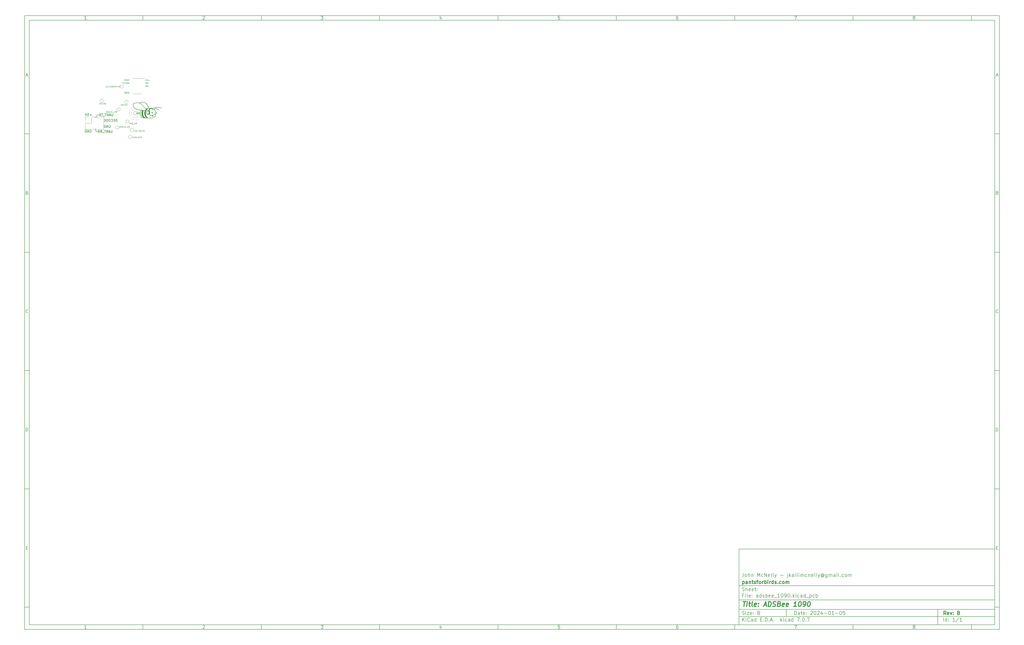
<source format=gbr>
G04 #@! TF.GenerationSoftware,KiCad,Pcbnew,7.0.7*
G04 #@! TF.CreationDate,2024-01-05T02:17:43-08:00*
G04 #@! TF.ProjectId,adsbee_1090,61647362-6565-45f3-9130-39302e6b6963,B*
G04 #@! TF.SameCoordinates,Original*
G04 #@! TF.FileFunction,Legend,Bot*
G04 #@! TF.FilePolarity,Positive*
%FSLAX46Y46*%
G04 Gerber Fmt 4.6, Leading zero omitted, Abs format (unit mm)*
G04 Created by KiCad (PCBNEW 7.0.7) date 2024-01-05 02:17:43*
%MOMM*%
%LPD*%
G01*
G04 APERTURE LIST*
%ADD10C,0.100000*%
%ADD11C,0.150000*%
%ADD12C,0.300000*%
%ADD13C,0.400000*%
%ADD14C,0.125000*%
%ADD15C,0.120000*%
G04 APERTURE END LIST*
D10*
D11*
X311800000Y-235400000D02*
X419800000Y-235400000D01*
X419800000Y-267400000D01*
X311800000Y-267400000D01*
X311800000Y-235400000D01*
D10*
D11*
X10000000Y-10000000D02*
X421800000Y-10000000D01*
X421800000Y-269400000D01*
X10000000Y-269400000D01*
X10000000Y-10000000D01*
D10*
D11*
X12000000Y-12000000D02*
X419800000Y-12000000D01*
X419800000Y-267400000D01*
X12000000Y-267400000D01*
X12000000Y-12000000D01*
D10*
D11*
X60000000Y-12000000D02*
X60000000Y-10000000D01*
D10*
D11*
X110000000Y-12000000D02*
X110000000Y-10000000D01*
D10*
D11*
X160000000Y-12000000D02*
X160000000Y-10000000D01*
D10*
D11*
X210000000Y-12000000D02*
X210000000Y-10000000D01*
D10*
D11*
X260000000Y-12000000D02*
X260000000Y-10000000D01*
D10*
D11*
X310000000Y-12000000D02*
X310000000Y-10000000D01*
D10*
D11*
X360000000Y-12000000D02*
X360000000Y-10000000D01*
D10*
D11*
X410000000Y-12000000D02*
X410000000Y-10000000D01*
D10*
D11*
X36089160Y-11593604D02*
X35346303Y-11593604D01*
X35717731Y-11593604D02*
X35717731Y-10293604D01*
X35717731Y-10293604D02*
X35593922Y-10479319D01*
X35593922Y-10479319D02*
X35470112Y-10603128D01*
X35470112Y-10603128D02*
X35346303Y-10665033D01*
D10*
D11*
X85346303Y-10417414D02*
X85408207Y-10355509D01*
X85408207Y-10355509D02*
X85532017Y-10293604D01*
X85532017Y-10293604D02*
X85841541Y-10293604D01*
X85841541Y-10293604D02*
X85965350Y-10355509D01*
X85965350Y-10355509D02*
X86027255Y-10417414D01*
X86027255Y-10417414D02*
X86089160Y-10541223D01*
X86089160Y-10541223D02*
X86089160Y-10665033D01*
X86089160Y-10665033D02*
X86027255Y-10850747D01*
X86027255Y-10850747D02*
X85284398Y-11593604D01*
X85284398Y-11593604D02*
X86089160Y-11593604D01*
D10*
D11*
X135284398Y-10293604D02*
X136089160Y-10293604D01*
X136089160Y-10293604D02*
X135655826Y-10788842D01*
X135655826Y-10788842D02*
X135841541Y-10788842D01*
X135841541Y-10788842D02*
X135965350Y-10850747D01*
X135965350Y-10850747D02*
X136027255Y-10912652D01*
X136027255Y-10912652D02*
X136089160Y-11036461D01*
X136089160Y-11036461D02*
X136089160Y-11345985D01*
X136089160Y-11345985D02*
X136027255Y-11469795D01*
X136027255Y-11469795D02*
X135965350Y-11531700D01*
X135965350Y-11531700D02*
X135841541Y-11593604D01*
X135841541Y-11593604D02*
X135470112Y-11593604D01*
X135470112Y-11593604D02*
X135346303Y-11531700D01*
X135346303Y-11531700D02*
X135284398Y-11469795D01*
D10*
D11*
X185965350Y-10726938D02*
X185965350Y-11593604D01*
X185655826Y-10231700D02*
X185346303Y-11160271D01*
X185346303Y-11160271D02*
X186151064Y-11160271D01*
D10*
D11*
X236027255Y-10293604D02*
X235408207Y-10293604D01*
X235408207Y-10293604D02*
X235346303Y-10912652D01*
X235346303Y-10912652D02*
X235408207Y-10850747D01*
X235408207Y-10850747D02*
X235532017Y-10788842D01*
X235532017Y-10788842D02*
X235841541Y-10788842D01*
X235841541Y-10788842D02*
X235965350Y-10850747D01*
X235965350Y-10850747D02*
X236027255Y-10912652D01*
X236027255Y-10912652D02*
X236089160Y-11036461D01*
X236089160Y-11036461D02*
X236089160Y-11345985D01*
X236089160Y-11345985D02*
X236027255Y-11469795D01*
X236027255Y-11469795D02*
X235965350Y-11531700D01*
X235965350Y-11531700D02*
X235841541Y-11593604D01*
X235841541Y-11593604D02*
X235532017Y-11593604D01*
X235532017Y-11593604D02*
X235408207Y-11531700D01*
X235408207Y-11531700D02*
X235346303Y-11469795D01*
D10*
D11*
X285965350Y-10293604D02*
X285717731Y-10293604D01*
X285717731Y-10293604D02*
X285593922Y-10355509D01*
X285593922Y-10355509D02*
X285532017Y-10417414D01*
X285532017Y-10417414D02*
X285408207Y-10603128D01*
X285408207Y-10603128D02*
X285346303Y-10850747D01*
X285346303Y-10850747D02*
X285346303Y-11345985D01*
X285346303Y-11345985D02*
X285408207Y-11469795D01*
X285408207Y-11469795D02*
X285470112Y-11531700D01*
X285470112Y-11531700D02*
X285593922Y-11593604D01*
X285593922Y-11593604D02*
X285841541Y-11593604D01*
X285841541Y-11593604D02*
X285965350Y-11531700D01*
X285965350Y-11531700D02*
X286027255Y-11469795D01*
X286027255Y-11469795D02*
X286089160Y-11345985D01*
X286089160Y-11345985D02*
X286089160Y-11036461D01*
X286089160Y-11036461D02*
X286027255Y-10912652D01*
X286027255Y-10912652D02*
X285965350Y-10850747D01*
X285965350Y-10850747D02*
X285841541Y-10788842D01*
X285841541Y-10788842D02*
X285593922Y-10788842D01*
X285593922Y-10788842D02*
X285470112Y-10850747D01*
X285470112Y-10850747D02*
X285408207Y-10912652D01*
X285408207Y-10912652D02*
X285346303Y-11036461D01*
D10*
D11*
X335284398Y-10293604D02*
X336151064Y-10293604D01*
X336151064Y-10293604D02*
X335593922Y-11593604D01*
D10*
D11*
X385593922Y-10850747D02*
X385470112Y-10788842D01*
X385470112Y-10788842D02*
X385408207Y-10726938D01*
X385408207Y-10726938D02*
X385346303Y-10603128D01*
X385346303Y-10603128D02*
X385346303Y-10541223D01*
X385346303Y-10541223D02*
X385408207Y-10417414D01*
X385408207Y-10417414D02*
X385470112Y-10355509D01*
X385470112Y-10355509D02*
X385593922Y-10293604D01*
X385593922Y-10293604D02*
X385841541Y-10293604D01*
X385841541Y-10293604D02*
X385965350Y-10355509D01*
X385965350Y-10355509D02*
X386027255Y-10417414D01*
X386027255Y-10417414D02*
X386089160Y-10541223D01*
X386089160Y-10541223D02*
X386089160Y-10603128D01*
X386089160Y-10603128D02*
X386027255Y-10726938D01*
X386027255Y-10726938D02*
X385965350Y-10788842D01*
X385965350Y-10788842D02*
X385841541Y-10850747D01*
X385841541Y-10850747D02*
X385593922Y-10850747D01*
X385593922Y-10850747D02*
X385470112Y-10912652D01*
X385470112Y-10912652D02*
X385408207Y-10974557D01*
X385408207Y-10974557D02*
X385346303Y-11098366D01*
X385346303Y-11098366D02*
X385346303Y-11345985D01*
X385346303Y-11345985D02*
X385408207Y-11469795D01*
X385408207Y-11469795D02*
X385470112Y-11531700D01*
X385470112Y-11531700D02*
X385593922Y-11593604D01*
X385593922Y-11593604D02*
X385841541Y-11593604D01*
X385841541Y-11593604D02*
X385965350Y-11531700D01*
X385965350Y-11531700D02*
X386027255Y-11469795D01*
X386027255Y-11469795D02*
X386089160Y-11345985D01*
X386089160Y-11345985D02*
X386089160Y-11098366D01*
X386089160Y-11098366D02*
X386027255Y-10974557D01*
X386027255Y-10974557D02*
X385965350Y-10912652D01*
X385965350Y-10912652D02*
X385841541Y-10850747D01*
D10*
D11*
X60000000Y-267400000D02*
X60000000Y-269400000D01*
D10*
D11*
X110000000Y-267400000D02*
X110000000Y-269400000D01*
D10*
D11*
X160000000Y-267400000D02*
X160000000Y-269400000D01*
D10*
D11*
X210000000Y-267400000D02*
X210000000Y-269400000D01*
D10*
D11*
X260000000Y-267400000D02*
X260000000Y-269400000D01*
D10*
D11*
X310000000Y-267400000D02*
X310000000Y-269400000D01*
D10*
D11*
X360000000Y-267400000D02*
X360000000Y-269400000D01*
D10*
D11*
X410000000Y-267400000D02*
X410000000Y-269400000D01*
D10*
D11*
X36089160Y-268993604D02*
X35346303Y-268993604D01*
X35717731Y-268993604D02*
X35717731Y-267693604D01*
X35717731Y-267693604D02*
X35593922Y-267879319D01*
X35593922Y-267879319D02*
X35470112Y-268003128D01*
X35470112Y-268003128D02*
X35346303Y-268065033D01*
D10*
D11*
X85346303Y-267817414D02*
X85408207Y-267755509D01*
X85408207Y-267755509D02*
X85532017Y-267693604D01*
X85532017Y-267693604D02*
X85841541Y-267693604D01*
X85841541Y-267693604D02*
X85965350Y-267755509D01*
X85965350Y-267755509D02*
X86027255Y-267817414D01*
X86027255Y-267817414D02*
X86089160Y-267941223D01*
X86089160Y-267941223D02*
X86089160Y-268065033D01*
X86089160Y-268065033D02*
X86027255Y-268250747D01*
X86027255Y-268250747D02*
X85284398Y-268993604D01*
X85284398Y-268993604D02*
X86089160Y-268993604D01*
D10*
D11*
X135284398Y-267693604D02*
X136089160Y-267693604D01*
X136089160Y-267693604D02*
X135655826Y-268188842D01*
X135655826Y-268188842D02*
X135841541Y-268188842D01*
X135841541Y-268188842D02*
X135965350Y-268250747D01*
X135965350Y-268250747D02*
X136027255Y-268312652D01*
X136027255Y-268312652D02*
X136089160Y-268436461D01*
X136089160Y-268436461D02*
X136089160Y-268745985D01*
X136089160Y-268745985D02*
X136027255Y-268869795D01*
X136027255Y-268869795D02*
X135965350Y-268931700D01*
X135965350Y-268931700D02*
X135841541Y-268993604D01*
X135841541Y-268993604D02*
X135470112Y-268993604D01*
X135470112Y-268993604D02*
X135346303Y-268931700D01*
X135346303Y-268931700D02*
X135284398Y-268869795D01*
D10*
D11*
X185965350Y-268126938D02*
X185965350Y-268993604D01*
X185655826Y-267631700D02*
X185346303Y-268560271D01*
X185346303Y-268560271D02*
X186151064Y-268560271D01*
D10*
D11*
X236027255Y-267693604D02*
X235408207Y-267693604D01*
X235408207Y-267693604D02*
X235346303Y-268312652D01*
X235346303Y-268312652D02*
X235408207Y-268250747D01*
X235408207Y-268250747D02*
X235532017Y-268188842D01*
X235532017Y-268188842D02*
X235841541Y-268188842D01*
X235841541Y-268188842D02*
X235965350Y-268250747D01*
X235965350Y-268250747D02*
X236027255Y-268312652D01*
X236027255Y-268312652D02*
X236089160Y-268436461D01*
X236089160Y-268436461D02*
X236089160Y-268745985D01*
X236089160Y-268745985D02*
X236027255Y-268869795D01*
X236027255Y-268869795D02*
X235965350Y-268931700D01*
X235965350Y-268931700D02*
X235841541Y-268993604D01*
X235841541Y-268993604D02*
X235532017Y-268993604D01*
X235532017Y-268993604D02*
X235408207Y-268931700D01*
X235408207Y-268931700D02*
X235346303Y-268869795D01*
D10*
D11*
X285965350Y-267693604D02*
X285717731Y-267693604D01*
X285717731Y-267693604D02*
X285593922Y-267755509D01*
X285593922Y-267755509D02*
X285532017Y-267817414D01*
X285532017Y-267817414D02*
X285408207Y-268003128D01*
X285408207Y-268003128D02*
X285346303Y-268250747D01*
X285346303Y-268250747D02*
X285346303Y-268745985D01*
X285346303Y-268745985D02*
X285408207Y-268869795D01*
X285408207Y-268869795D02*
X285470112Y-268931700D01*
X285470112Y-268931700D02*
X285593922Y-268993604D01*
X285593922Y-268993604D02*
X285841541Y-268993604D01*
X285841541Y-268993604D02*
X285965350Y-268931700D01*
X285965350Y-268931700D02*
X286027255Y-268869795D01*
X286027255Y-268869795D02*
X286089160Y-268745985D01*
X286089160Y-268745985D02*
X286089160Y-268436461D01*
X286089160Y-268436461D02*
X286027255Y-268312652D01*
X286027255Y-268312652D02*
X285965350Y-268250747D01*
X285965350Y-268250747D02*
X285841541Y-268188842D01*
X285841541Y-268188842D02*
X285593922Y-268188842D01*
X285593922Y-268188842D02*
X285470112Y-268250747D01*
X285470112Y-268250747D02*
X285408207Y-268312652D01*
X285408207Y-268312652D02*
X285346303Y-268436461D01*
D10*
D11*
X335284398Y-267693604D02*
X336151064Y-267693604D01*
X336151064Y-267693604D02*
X335593922Y-268993604D01*
D10*
D11*
X385593922Y-268250747D02*
X385470112Y-268188842D01*
X385470112Y-268188842D02*
X385408207Y-268126938D01*
X385408207Y-268126938D02*
X385346303Y-268003128D01*
X385346303Y-268003128D02*
X385346303Y-267941223D01*
X385346303Y-267941223D02*
X385408207Y-267817414D01*
X385408207Y-267817414D02*
X385470112Y-267755509D01*
X385470112Y-267755509D02*
X385593922Y-267693604D01*
X385593922Y-267693604D02*
X385841541Y-267693604D01*
X385841541Y-267693604D02*
X385965350Y-267755509D01*
X385965350Y-267755509D02*
X386027255Y-267817414D01*
X386027255Y-267817414D02*
X386089160Y-267941223D01*
X386089160Y-267941223D02*
X386089160Y-268003128D01*
X386089160Y-268003128D02*
X386027255Y-268126938D01*
X386027255Y-268126938D02*
X385965350Y-268188842D01*
X385965350Y-268188842D02*
X385841541Y-268250747D01*
X385841541Y-268250747D02*
X385593922Y-268250747D01*
X385593922Y-268250747D02*
X385470112Y-268312652D01*
X385470112Y-268312652D02*
X385408207Y-268374557D01*
X385408207Y-268374557D02*
X385346303Y-268498366D01*
X385346303Y-268498366D02*
X385346303Y-268745985D01*
X385346303Y-268745985D02*
X385408207Y-268869795D01*
X385408207Y-268869795D02*
X385470112Y-268931700D01*
X385470112Y-268931700D02*
X385593922Y-268993604D01*
X385593922Y-268993604D02*
X385841541Y-268993604D01*
X385841541Y-268993604D02*
X385965350Y-268931700D01*
X385965350Y-268931700D02*
X386027255Y-268869795D01*
X386027255Y-268869795D02*
X386089160Y-268745985D01*
X386089160Y-268745985D02*
X386089160Y-268498366D01*
X386089160Y-268498366D02*
X386027255Y-268374557D01*
X386027255Y-268374557D02*
X385965350Y-268312652D01*
X385965350Y-268312652D02*
X385841541Y-268250747D01*
D10*
D11*
X10000000Y-60000000D02*
X12000000Y-60000000D01*
D10*
D11*
X10000000Y-110000000D02*
X12000000Y-110000000D01*
D10*
D11*
X10000000Y-160000000D02*
X12000000Y-160000000D01*
D10*
D11*
X10000000Y-210000000D02*
X12000000Y-210000000D01*
D10*
D11*
X10000000Y-260000000D02*
X12000000Y-260000000D01*
D10*
D11*
X10690476Y-35222176D02*
X11309523Y-35222176D01*
X10566666Y-35593604D02*
X10999999Y-34293604D01*
X10999999Y-34293604D02*
X11433333Y-35593604D01*
D10*
D11*
X11092857Y-84912652D02*
X11278571Y-84974557D01*
X11278571Y-84974557D02*
X11340476Y-85036461D01*
X11340476Y-85036461D02*
X11402380Y-85160271D01*
X11402380Y-85160271D02*
X11402380Y-85345985D01*
X11402380Y-85345985D02*
X11340476Y-85469795D01*
X11340476Y-85469795D02*
X11278571Y-85531700D01*
X11278571Y-85531700D02*
X11154761Y-85593604D01*
X11154761Y-85593604D02*
X10659523Y-85593604D01*
X10659523Y-85593604D02*
X10659523Y-84293604D01*
X10659523Y-84293604D02*
X11092857Y-84293604D01*
X11092857Y-84293604D02*
X11216666Y-84355509D01*
X11216666Y-84355509D02*
X11278571Y-84417414D01*
X11278571Y-84417414D02*
X11340476Y-84541223D01*
X11340476Y-84541223D02*
X11340476Y-84665033D01*
X11340476Y-84665033D02*
X11278571Y-84788842D01*
X11278571Y-84788842D02*
X11216666Y-84850747D01*
X11216666Y-84850747D02*
X11092857Y-84912652D01*
X11092857Y-84912652D02*
X10659523Y-84912652D01*
D10*
D11*
X11402380Y-135469795D02*
X11340476Y-135531700D01*
X11340476Y-135531700D02*
X11154761Y-135593604D01*
X11154761Y-135593604D02*
X11030952Y-135593604D01*
X11030952Y-135593604D02*
X10845238Y-135531700D01*
X10845238Y-135531700D02*
X10721428Y-135407890D01*
X10721428Y-135407890D02*
X10659523Y-135284080D01*
X10659523Y-135284080D02*
X10597619Y-135036461D01*
X10597619Y-135036461D02*
X10597619Y-134850747D01*
X10597619Y-134850747D02*
X10659523Y-134603128D01*
X10659523Y-134603128D02*
X10721428Y-134479319D01*
X10721428Y-134479319D02*
X10845238Y-134355509D01*
X10845238Y-134355509D02*
X11030952Y-134293604D01*
X11030952Y-134293604D02*
X11154761Y-134293604D01*
X11154761Y-134293604D02*
X11340476Y-134355509D01*
X11340476Y-134355509D02*
X11402380Y-134417414D01*
D10*
D11*
X10659523Y-185593604D02*
X10659523Y-184293604D01*
X10659523Y-184293604D02*
X10969047Y-184293604D01*
X10969047Y-184293604D02*
X11154761Y-184355509D01*
X11154761Y-184355509D02*
X11278571Y-184479319D01*
X11278571Y-184479319D02*
X11340476Y-184603128D01*
X11340476Y-184603128D02*
X11402380Y-184850747D01*
X11402380Y-184850747D02*
X11402380Y-185036461D01*
X11402380Y-185036461D02*
X11340476Y-185284080D01*
X11340476Y-185284080D02*
X11278571Y-185407890D01*
X11278571Y-185407890D02*
X11154761Y-185531700D01*
X11154761Y-185531700D02*
X10969047Y-185593604D01*
X10969047Y-185593604D02*
X10659523Y-185593604D01*
D10*
D11*
X10721428Y-234912652D02*
X11154762Y-234912652D01*
X11340476Y-235593604D02*
X10721428Y-235593604D01*
X10721428Y-235593604D02*
X10721428Y-234293604D01*
X10721428Y-234293604D02*
X11340476Y-234293604D01*
D10*
D11*
X421800000Y-60000000D02*
X419800000Y-60000000D01*
D10*
D11*
X421800000Y-110000000D02*
X419800000Y-110000000D01*
D10*
D11*
X421800000Y-160000000D02*
X419800000Y-160000000D01*
D10*
D11*
X421800000Y-210000000D02*
X419800000Y-210000000D01*
D10*
D11*
X421800000Y-260000000D02*
X419800000Y-260000000D01*
D10*
D11*
X420490476Y-35222176D02*
X421109523Y-35222176D01*
X420366666Y-35593604D02*
X420799999Y-34293604D01*
X420799999Y-34293604D02*
X421233333Y-35593604D01*
D10*
D11*
X420892857Y-84912652D02*
X421078571Y-84974557D01*
X421078571Y-84974557D02*
X421140476Y-85036461D01*
X421140476Y-85036461D02*
X421202380Y-85160271D01*
X421202380Y-85160271D02*
X421202380Y-85345985D01*
X421202380Y-85345985D02*
X421140476Y-85469795D01*
X421140476Y-85469795D02*
X421078571Y-85531700D01*
X421078571Y-85531700D02*
X420954761Y-85593604D01*
X420954761Y-85593604D02*
X420459523Y-85593604D01*
X420459523Y-85593604D02*
X420459523Y-84293604D01*
X420459523Y-84293604D02*
X420892857Y-84293604D01*
X420892857Y-84293604D02*
X421016666Y-84355509D01*
X421016666Y-84355509D02*
X421078571Y-84417414D01*
X421078571Y-84417414D02*
X421140476Y-84541223D01*
X421140476Y-84541223D02*
X421140476Y-84665033D01*
X421140476Y-84665033D02*
X421078571Y-84788842D01*
X421078571Y-84788842D02*
X421016666Y-84850747D01*
X421016666Y-84850747D02*
X420892857Y-84912652D01*
X420892857Y-84912652D02*
X420459523Y-84912652D01*
D10*
D11*
X421202380Y-135469795D02*
X421140476Y-135531700D01*
X421140476Y-135531700D02*
X420954761Y-135593604D01*
X420954761Y-135593604D02*
X420830952Y-135593604D01*
X420830952Y-135593604D02*
X420645238Y-135531700D01*
X420645238Y-135531700D02*
X420521428Y-135407890D01*
X420521428Y-135407890D02*
X420459523Y-135284080D01*
X420459523Y-135284080D02*
X420397619Y-135036461D01*
X420397619Y-135036461D02*
X420397619Y-134850747D01*
X420397619Y-134850747D02*
X420459523Y-134603128D01*
X420459523Y-134603128D02*
X420521428Y-134479319D01*
X420521428Y-134479319D02*
X420645238Y-134355509D01*
X420645238Y-134355509D02*
X420830952Y-134293604D01*
X420830952Y-134293604D02*
X420954761Y-134293604D01*
X420954761Y-134293604D02*
X421140476Y-134355509D01*
X421140476Y-134355509D02*
X421202380Y-134417414D01*
D10*
D11*
X420459523Y-185593604D02*
X420459523Y-184293604D01*
X420459523Y-184293604D02*
X420769047Y-184293604D01*
X420769047Y-184293604D02*
X420954761Y-184355509D01*
X420954761Y-184355509D02*
X421078571Y-184479319D01*
X421078571Y-184479319D02*
X421140476Y-184603128D01*
X421140476Y-184603128D02*
X421202380Y-184850747D01*
X421202380Y-184850747D02*
X421202380Y-185036461D01*
X421202380Y-185036461D02*
X421140476Y-185284080D01*
X421140476Y-185284080D02*
X421078571Y-185407890D01*
X421078571Y-185407890D02*
X420954761Y-185531700D01*
X420954761Y-185531700D02*
X420769047Y-185593604D01*
X420769047Y-185593604D02*
X420459523Y-185593604D01*
D10*
D11*
X420521428Y-234912652D02*
X420954762Y-234912652D01*
X421140476Y-235593604D02*
X420521428Y-235593604D01*
X420521428Y-235593604D02*
X420521428Y-234293604D01*
X420521428Y-234293604D02*
X421140476Y-234293604D01*
D10*
D11*
X335255826Y-263186128D02*
X335255826Y-261686128D01*
X335255826Y-261686128D02*
X335612969Y-261686128D01*
X335612969Y-261686128D02*
X335827255Y-261757557D01*
X335827255Y-261757557D02*
X335970112Y-261900414D01*
X335970112Y-261900414D02*
X336041541Y-262043271D01*
X336041541Y-262043271D02*
X336112969Y-262328985D01*
X336112969Y-262328985D02*
X336112969Y-262543271D01*
X336112969Y-262543271D02*
X336041541Y-262828985D01*
X336041541Y-262828985D02*
X335970112Y-262971842D01*
X335970112Y-262971842D02*
X335827255Y-263114700D01*
X335827255Y-263114700D02*
X335612969Y-263186128D01*
X335612969Y-263186128D02*
X335255826Y-263186128D01*
X337398684Y-263186128D02*
X337398684Y-262400414D01*
X337398684Y-262400414D02*
X337327255Y-262257557D01*
X337327255Y-262257557D02*
X337184398Y-262186128D01*
X337184398Y-262186128D02*
X336898684Y-262186128D01*
X336898684Y-262186128D02*
X336755826Y-262257557D01*
X337398684Y-263114700D02*
X337255826Y-263186128D01*
X337255826Y-263186128D02*
X336898684Y-263186128D01*
X336898684Y-263186128D02*
X336755826Y-263114700D01*
X336755826Y-263114700D02*
X336684398Y-262971842D01*
X336684398Y-262971842D02*
X336684398Y-262828985D01*
X336684398Y-262828985D02*
X336755826Y-262686128D01*
X336755826Y-262686128D02*
X336898684Y-262614700D01*
X336898684Y-262614700D02*
X337255826Y-262614700D01*
X337255826Y-262614700D02*
X337398684Y-262543271D01*
X337898684Y-262186128D02*
X338470112Y-262186128D01*
X338112969Y-261686128D02*
X338112969Y-262971842D01*
X338112969Y-262971842D02*
X338184398Y-263114700D01*
X338184398Y-263114700D02*
X338327255Y-263186128D01*
X338327255Y-263186128D02*
X338470112Y-263186128D01*
X339541541Y-263114700D02*
X339398684Y-263186128D01*
X339398684Y-263186128D02*
X339112970Y-263186128D01*
X339112970Y-263186128D02*
X338970112Y-263114700D01*
X338970112Y-263114700D02*
X338898684Y-262971842D01*
X338898684Y-262971842D02*
X338898684Y-262400414D01*
X338898684Y-262400414D02*
X338970112Y-262257557D01*
X338970112Y-262257557D02*
X339112970Y-262186128D01*
X339112970Y-262186128D02*
X339398684Y-262186128D01*
X339398684Y-262186128D02*
X339541541Y-262257557D01*
X339541541Y-262257557D02*
X339612970Y-262400414D01*
X339612970Y-262400414D02*
X339612970Y-262543271D01*
X339612970Y-262543271D02*
X338898684Y-262686128D01*
X340255826Y-263043271D02*
X340327255Y-263114700D01*
X340327255Y-263114700D02*
X340255826Y-263186128D01*
X340255826Y-263186128D02*
X340184398Y-263114700D01*
X340184398Y-263114700D02*
X340255826Y-263043271D01*
X340255826Y-263043271D02*
X340255826Y-263186128D01*
X340255826Y-262257557D02*
X340327255Y-262328985D01*
X340327255Y-262328985D02*
X340255826Y-262400414D01*
X340255826Y-262400414D02*
X340184398Y-262328985D01*
X340184398Y-262328985D02*
X340255826Y-262257557D01*
X340255826Y-262257557D02*
X340255826Y-262400414D01*
X342041541Y-261828985D02*
X342112969Y-261757557D01*
X342112969Y-261757557D02*
X342255827Y-261686128D01*
X342255827Y-261686128D02*
X342612969Y-261686128D01*
X342612969Y-261686128D02*
X342755827Y-261757557D01*
X342755827Y-261757557D02*
X342827255Y-261828985D01*
X342827255Y-261828985D02*
X342898684Y-261971842D01*
X342898684Y-261971842D02*
X342898684Y-262114700D01*
X342898684Y-262114700D02*
X342827255Y-262328985D01*
X342827255Y-262328985D02*
X341970112Y-263186128D01*
X341970112Y-263186128D02*
X342898684Y-263186128D01*
X343827255Y-261686128D02*
X343970112Y-261686128D01*
X343970112Y-261686128D02*
X344112969Y-261757557D01*
X344112969Y-261757557D02*
X344184398Y-261828985D01*
X344184398Y-261828985D02*
X344255826Y-261971842D01*
X344255826Y-261971842D02*
X344327255Y-262257557D01*
X344327255Y-262257557D02*
X344327255Y-262614700D01*
X344327255Y-262614700D02*
X344255826Y-262900414D01*
X344255826Y-262900414D02*
X344184398Y-263043271D01*
X344184398Y-263043271D02*
X344112969Y-263114700D01*
X344112969Y-263114700D02*
X343970112Y-263186128D01*
X343970112Y-263186128D02*
X343827255Y-263186128D01*
X343827255Y-263186128D02*
X343684398Y-263114700D01*
X343684398Y-263114700D02*
X343612969Y-263043271D01*
X343612969Y-263043271D02*
X343541540Y-262900414D01*
X343541540Y-262900414D02*
X343470112Y-262614700D01*
X343470112Y-262614700D02*
X343470112Y-262257557D01*
X343470112Y-262257557D02*
X343541540Y-261971842D01*
X343541540Y-261971842D02*
X343612969Y-261828985D01*
X343612969Y-261828985D02*
X343684398Y-261757557D01*
X343684398Y-261757557D02*
X343827255Y-261686128D01*
X344898683Y-261828985D02*
X344970111Y-261757557D01*
X344970111Y-261757557D02*
X345112969Y-261686128D01*
X345112969Y-261686128D02*
X345470111Y-261686128D01*
X345470111Y-261686128D02*
X345612969Y-261757557D01*
X345612969Y-261757557D02*
X345684397Y-261828985D01*
X345684397Y-261828985D02*
X345755826Y-261971842D01*
X345755826Y-261971842D02*
X345755826Y-262114700D01*
X345755826Y-262114700D02*
X345684397Y-262328985D01*
X345684397Y-262328985D02*
X344827254Y-263186128D01*
X344827254Y-263186128D02*
X345755826Y-263186128D01*
X347041540Y-262186128D02*
X347041540Y-263186128D01*
X346684397Y-261614700D02*
X346327254Y-262686128D01*
X346327254Y-262686128D02*
X347255825Y-262686128D01*
X347827253Y-262614700D02*
X348970111Y-262614700D01*
X349970111Y-261686128D02*
X350112968Y-261686128D01*
X350112968Y-261686128D02*
X350255825Y-261757557D01*
X350255825Y-261757557D02*
X350327254Y-261828985D01*
X350327254Y-261828985D02*
X350398682Y-261971842D01*
X350398682Y-261971842D02*
X350470111Y-262257557D01*
X350470111Y-262257557D02*
X350470111Y-262614700D01*
X350470111Y-262614700D02*
X350398682Y-262900414D01*
X350398682Y-262900414D02*
X350327254Y-263043271D01*
X350327254Y-263043271D02*
X350255825Y-263114700D01*
X350255825Y-263114700D02*
X350112968Y-263186128D01*
X350112968Y-263186128D02*
X349970111Y-263186128D01*
X349970111Y-263186128D02*
X349827254Y-263114700D01*
X349827254Y-263114700D02*
X349755825Y-263043271D01*
X349755825Y-263043271D02*
X349684396Y-262900414D01*
X349684396Y-262900414D02*
X349612968Y-262614700D01*
X349612968Y-262614700D02*
X349612968Y-262257557D01*
X349612968Y-262257557D02*
X349684396Y-261971842D01*
X349684396Y-261971842D02*
X349755825Y-261828985D01*
X349755825Y-261828985D02*
X349827254Y-261757557D01*
X349827254Y-261757557D02*
X349970111Y-261686128D01*
X351898682Y-263186128D02*
X351041539Y-263186128D01*
X351470110Y-263186128D02*
X351470110Y-261686128D01*
X351470110Y-261686128D02*
X351327253Y-261900414D01*
X351327253Y-261900414D02*
X351184396Y-262043271D01*
X351184396Y-262043271D02*
X351041539Y-262114700D01*
X352541538Y-262614700D02*
X353684396Y-262614700D01*
X354684396Y-261686128D02*
X354827253Y-261686128D01*
X354827253Y-261686128D02*
X354970110Y-261757557D01*
X354970110Y-261757557D02*
X355041539Y-261828985D01*
X355041539Y-261828985D02*
X355112967Y-261971842D01*
X355112967Y-261971842D02*
X355184396Y-262257557D01*
X355184396Y-262257557D02*
X355184396Y-262614700D01*
X355184396Y-262614700D02*
X355112967Y-262900414D01*
X355112967Y-262900414D02*
X355041539Y-263043271D01*
X355041539Y-263043271D02*
X354970110Y-263114700D01*
X354970110Y-263114700D02*
X354827253Y-263186128D01*
X354827253Y-263186128D02*
X354684396Y-263186128D01*
X354684396Y-263186128D02*
X354541539Y-263114700D01*
X354541539Y-263114700D02*
X354470110Y-263043271D01*
X354470110Y-263043271D02*
X354398681Y-262900414D01*
X354398681Y-262900414D02*
X354327253Y-262614700D01*
X354327253Y-262614700D02*
X354327253Y-262257557D01*
X354327253Y-262257557D02*
X354398681Y-261971842D01*
X354398681Y-261971842D02*
X354470110Y-261828985D01*
X354470110Y-261828985D02*
X354541539Y-261757557D01*
X354541539Y-261757557D02*
X354684396Y-261686128D01*
X356541538Y-261686128D02*
X355827252Y-261686128D01*
X355827252Y-261686128D02*
X355755824Y-262400414D01*
X355755824Y-262400414D02*
X355827252Y-262328985D01*
X355827252Y-262328985D02*
X355970110Y-262257557D01*
X355970110Y-262257557D02*
X356327252Y-262257557D01*
X356327252Y-262257557D02*
X356470110Y-262328985D01*
X356470110Y-262328985D02*
X356541538Y-262400414D01*
X356541538Y-262400414D02*
X356612967Y-262543271D01*
X356612967Y-262543271D02*
X356612967Y-262900414D01*
X356612967Y-262900414D02*
X356541538Y-263043271D01*
X356541538Y-263043271D02*
X356470110Y-263114700D01*
X356470110Y-263114700D02*
X356327252Y-263186128D01*
X356327252Y-263186128D02*
X355970110Y-263186128D01*
X355970110Y-263186128D02*
X355827252Y-263114700D01*
X355827252Y-263114700D02*
X355755824Y-263043271D01*
D10*
D11*
X311800000Y-263900000D02*
X419800000Y-263900000D01*
D10*
D11*
X313255826Y-265986128D02*
X313255826Y-264486128D01*
X314112969Y-265986128D02*
X313470112Y-265128985D01*
X314112969Y-264486128D02*
X313255826Y-265343271D01*
X314755826Y-265986128D02*
X314755826Y-264986128D01*
X314755826Y-264486128D02*
X314684398Y-264557557D01*
X314684398Y-264557557D02*
X314755826Y-264628985D01*
X314755826Y-264628985D02*
X314827255Y-264557557D01*
X314827255Y-264557557D02*
X314755826Y-264486128D01*
X314755826Y-264486128D02*
X314755826Y-264628985D01*
X316327255Y-265843271D02*
X316255827Y-265914700D01*
X316255827Y-265914700D02*
X316041541Y-265986128D01*
X316041541Y-265986128D02*
X315898684Y-265986128D01*
X315898684Y-265986128D02*
X315684398Y-265914700D01*
X315684398Y-265914700D02*
X315541541Y-265771842D01*
X315541541Y-265771842D02*
X315470112Y-265628985D01*
X315470112Y-265628985D02*
X315398684Y-265343271D01*
X315398684Y-265343271D02*
X315398684Y-265128985D01*
X315398684Y-265128985D02*
X315470112Y-264843271D01*
X315470112Y-264843271D02*
X315541541Y-264700414D01*
X315541541Y-264700414D02*
X315684398Y-264557557D01*
X315684398Y-264557557D02*
X315898684Y-264486128D01*
X315898684Y-264486128D02*
X316041541Y-264486128D01*
X316041541Y-264486128D02*
X316255827Y-264557557D01*
X316255827Y-264557557D02*
X316327255Y-264628985D01*
X317612970Y-265986128D02*
X317612970Y-265200414D01*
X317612970Y-265200414D02*
X317541541Y-265057557D01*
X317541541Y-265057557D02*
X317398684Y-264986128D01*
X317398684Y-264986128D02*
X317112970Y-264986128D01*
X317112970Y-264986128D02*
X316970112Y-265057557D01*
X317612970Y-265914700D02*
X317470112Y-265986128D01*
X317470112Y-265986128D02*
X317112970Y-265986128D01*
X317112970Y-265986128D02*
X316970112Y-265914700D01*
X316970112Y-265914700D02*
X316898684Y-265771842D01*
X316898684Y-265771842D02*
X316898684Y-265628985D01*
X316898684Y-265628985D02*
X316970112Y-265486128D01*
X316970112Y-265486128D02*
X317112970Y-265414700D01*
X317112970Y-265414700D02*
X317470112Y-265414700D01*
X317470112Y-265414700D02*
X317612970Y-265343271D01*
X318970113Y-265986128D02*
X318970113Y-264486128D01*
X318970113Y-265914700D02*
X318827255Y-265986128D01*
X318827255Y-265986128D02*
X318541541Y-265986128D01*
X318541541Y-265986128D02*
X318398684Y-265914700D01*
X318398684Y-265914700D02*
X318327255Y-265843271D01*
X318327255Y-265843271D02*
X318255827Y-265700414D01*
X318255827Y-265700414D02*
X318255827Y-265271842D01*
X318255827Y-265271842D02*
X318327255Y-265128985D01*
X318327255Y-265128985D02*
X318398684Y-265057557D01*
X318398684Y-265057557D02*
X318541541Y-264986128D01*
X318541541Y-264986128D02*
X318827255Y-264986128D01*
X318827255Y-264986128D02*
X318970113Y-265057557D01*
X320827255Y-265200414D02*
X321327255Y-265200414D01*
X321541541Y-265986128D02*
X320827255Y-265986128D01*
X320827255Y-265986128D02*
X320827255Y-264486128D01*
X320827255Y-264486128D02*
X321541541Y-264486128D01*
X322184398Y-265843271D02*
X322255827Y-265914700D01*
X322255827Y-265914700D02*
X322184398Y-265986128D01*
X322184398Y-265986128D02*
X322112970Y-265914700D01*
X322112970Y-265914700D02*
X322184398Y-265843271D01*
X322184398Y-265843271D02*
X322184398Y-265986128D01*
X322898684Y-265986128D02*
X322898684Y-264486128D01*
X322898684Y-264486128D02*
X323255827Y-264486128D01*
X323255827Y-264486128D02*
X323470113Y-264557557D01*
X323470113Y-264557557D02*
X323612970Y-264700414D01*
X323612970Y-264700414D02*
X323684399Y-264843271D01*
X323684399Y-264843271D02*
X323755827Y-265128985D01*
X323755827Y-265128985D02*
X323755827Y-265343271D01*
X323755827Y-265343271D02*
X323684399Y-265628985D01*
X323684399Y-265628985D02*
X323612970Y-265771842D01*
X323612970Y-265771842D02*
X323470113Y-265914700D01*
X323470113Y-265914700D02*
X323255827Y-265986128D01*
X323255827Y-265986128D02*
X322898684Y-265986128D01*
X324398684Y-265843271D02*
X324470113Y-265914700D01*
X324470113Y-265914700D02*
X324398684Y-265986128D01*
X324398684Y-265986128D02*
X324327256Y-265914700D01*
X324327256Y-265914700D02*
X324398684Y-265843271D01*
X324398684Y-265843271D02*
X324398684Y-265986128D01*
X325041542Y-265557557D02*
X325755828Y-265557557D01*
X324898685Y-265986128D02*
X325398685Y-264486128D01*
X325398685Y-264486128D02*
X325898685Y-265986128D01*
X326398684Y-265843271D02*
X326470113Y-265914700D01*
X326470113Y-265914700D02*
X326398684Y-265986128D01*
X326398684Y-265986128D02*
X326327256Y-265914700D01*
X326327256Y-265914700D02*
X326398684Y-265843271D01*
X326398684Y-265843271D02*
X326398684Y-265986128D01*
X329398684Y-265986128D02*
X329398684Y-264486128D01*
X329541542Y-265414700D02*
X329970113Y-265986128D01*
X329970113Y-264986128D02*
X329398684Y-265557557D01*
X330612970Y-265986128D02*
X330612970Y-264986128D01*
X330612970Y-264486128D02*
X330541542Y-264557557D01*
X330541542Y-264557557D02*
X330612970Y-264628985D01*
X330612970Y-264628985D02*
X330684399Y-264557557D01*
X330684399Y-264557557D02*
X330612970Y-264486128D01*
X330612970Y-264486128D02*
X330612970Y-264628985D01*
X331970114Y-265914700D02*
X331827256Y-265986128D01*
X331827256Y-265986128D02*
X331541542Y-265986128D01*
X331541542Y-265986128D02*
X331398685Y-265914700D01*
X331398685Y-265914700D02*
X331327256Y-265843271D01*
X331327256Y-265843271D02*
X331255828Y-265700414D01*
X331255828Y-265700414D02*
X331255828Y-265271842D01*
X331255828Y-265271842D02*
X331327256Y-265128985D01*
X331327256Y-265128985D02*
X331398685Y-265057557D01*
X331398685Y-265057557D02*
X331541542Y-264986128D01*
X331541542Y-264986128D02*
X331827256Y-264986128D01*
X331827256Y-264986128D02*
X331970114Y-265057557D01*
X333255828Y-265986128D02*
X333255828Y-265200414D01*
X333255828Y-265200414D02*
X333184399Y-265057557D01*
X333184399Y-265057557D02*
X333041542Y-264986128D01*
X333041542Y-264986128D02*
X332755828Y-264986128D01*
X332755828Y-264986128D02*
X332612970Y-265057557D01*
X333255828Y-265914700D02*
X333112970Y-265986128D01*
X333112970Y-265986128D02*
X332755828Y-265986128D01*
X332755828Y-265986128D02*
X332612970Y-265914700D01*
X332612970Y-265914700D02*
X332541542Y-265771842D01*
X332541542Y-265771842D02*
X332541542Y-265628985D01*
X332541542Y-265628985D02*
X332612970Y-265486128D01*
X332612970Y-265486128D02*
X332755828Y-265414700D01*
X332755828Y-265414700D02*
X333112970Y-265414700D01*
X333112970Y-265414700D02*
X333255828Y-265343271D01*
X334612971Y-265986128D02*
X334612971Y-264486128D01*
X334612971Y-265914700D02*
X334470113Y-265986128D01*
X334470113Y-265986128D02*
X334184399Y-265986128D01*
X334184399Y-265986128D02*
X334041542Y-265914700D01*
X334041542Y-265914700D02*
X333970113Y-265843271D01*
X333970113Y-265843271D02*
X333898685Y-265700414D01*
X333898685Y-265700414D02*
X333898685Y-265271842D01*
X333898685Y-265271842D02*
X333970113Y-265128985D01*
X333970113Y-265128985D02*
X334041542Y-265057557D01*
X334041542Y-265057557D02*
X334184399Y-264986128D01*
X334184399Y-264986128D02*
X334470113Y-264986128D01*
X334470113Y-264986128D02*
X334612971Y-265057557D01*
X336327256Y-264486128D02*
X337327256Y-264486128D01*
X337327256Y-264486128D02*
X336684399Y-265986128D01*
X337898684Y-265843271D02*
X337970113Y-265914700D01*
X337970113Y-265914700D02*
X337898684Y-265986128D01*
X337898684Y-265986128D02*
X337827256Y-265914700D01*
X337827256Y-265914700D02*
X337898684Y-265843271D01*
X337898684Y-265843271D02*
X337898684Y-265986128D01*
X338898685Y-264486128D02*
X339041542Y-264486128D01*
X339041542Y-264486128D02*
X339184399Y-264557557D01*
X339184399Y-264557557D02*
X339255828Y-264628985D01*
X339255828Y-264628985D02*
X339327256Y-264771842D01*
X339327256Y-264771842D02*
X339398685Y-265057557D01*
X339398685Y-265057557D02*
X339398685Y-265414700D01*
X339398685Y-265414700D02*
X339327256Y-265700414D01*
X339327256Y-265700414D02*
X339255828Y-265843271D01*
X339255828Y-265843271D02*
X339184399Y-265914700D01*
X339184399Y-265914700D02*
X339041542Y-265986128D01*
X339041542Y-265986128D02*
X338898685Y-265986128D01*
X338898685Y-265986128D02*
X338755828Y-265914700D01*
X338755828Y-265914700D02*
X338684399Y-265843271D01*
X338684399Y-265843271D02*
X338612970Y-265700414D01*
X338612970Y-265700414D02*
X338541542Y-265414700D01*
X338541542Y-265414700D02*
X338541542Y-265057557D01*
X338541542Y-265057557D02*
X338612970Y-264771842D01*
X338612970Y-264771842D02*
X338684399Y-264628985D01*
X338684399Y-264628985D02*
X338755828Y-264557557D01*
X338755828Y-264557557D02*
X338898685Y-264486128D01*
X340041541Y-265843271D02*
X340112970Y-265914700D01*
X340112970Y-265914700D02*
X340041541Y-265986128D01*
X340041541Y-265986128D02*
X339970113Y-265914700D01*
X339970113Y-265914700D02*
X340041541Y-265843271D01*
X340041541Y-265843271D02*
X340041541Y-265986128D01*
X340612970Y-264486128D02*
X341612970Y-264486128D01*
X341612970Y-264486128D02*
X340970113Y-265986128D01*
D10*
D11*
X311800000Y-260900000D02*
X419800000Y-260900000D01*
D10*
D12*
X399211653Y-263178328D02*
X398711653Y-262464042D01*
X398354510Y-263178328D02*
X398354510Y-261678328D01*
X398354510Y-261678328D02*
X398925939Y-261678328D01*
X398925939Y-261678328D02*
X399068796Y-261749757D01*
X399068796Y-261749757D02*
X399140225Y-261821185D01*
X399140225Y-261821185D02*
X399211653Y-261964042D01*
X399211653Y-261964042D02*
X399211653Y-262178328D01*
X399211653Y-262178328D02*
X399140225Y-262321185D01*
X399140225Y-262321185D02*
X399068796Y-262392614D01*
X399068796Y-262392614D02*
X398925939Y-262464042D01*
X398925939Y-262464042D02*
X398354510Y-262464042D01*
X400425939Y-263106900D02*
X400283082Y-263178328D01*
X400283082Y-263178328D02*
X399997368Y-263178328D01*
X399997368Y-263178328D02*
X399854510Y-263106900D01*
X399854510Y-263106900D02*
X399783082Y-262964042D01*
X399783082Y-262964042D02*
X399783082Y-262392614D01*
X399783082Y-262392614D02*
X399854510Y-262249757D01*
X399854510Y-262249757D02*
X399997368Y-262178328D01*
X399997368Y-262178328D02*
X400283082Y-262178328D01*
X400283082Y-262178328D02*
X400425939Y-262249757D01*
X400425939Y-262249757D02*
X400497368Y-262392614D01*
X400497368Y-262392614D02*
X400497368Y-262535471D01*
X400497368Y-262535471D02*
X399783082Y-262678328D01*
X400997367Y-262178328D02*
X401354510Y-263178328D01*
X401354510Y-263178328D02*
X401711653Y-262178328D01*
X402283081Y-263035471D02*
X402354510Y-263106900D01*
X402354510Y-263106900D02*
X402283081Y-263178328D01*
X402283081Y-263178328D02*
X402211653Y-263106900D01*
X402211653Y-263106900D02*
X402283081Y-263035471D01*
X402283081Y-263035471D02*
X402283081Y-263178328D01*
X402283081Y-262249757D02*
X402354510Y-262321185D01*
X402354510Y-262321185D02*
X402283081Y-262392614D01*
X402283081Y-262392614D02*
X402211653Y-262321185D01*
X402211653Y-262321185D02*
X402283081Y-262249757D01*
X402283081Y-262249757D02*
X402283081Y-262392614D01*
X404640224Y-262392614D02*
X404854510Y-262464042D01*
X404854510Y-262464042D02*
X404925939Y-262535471D01*
X404925939Y-262535471D02*
X404997367Y-262678328D01*
X404997367Y-262678328D02*
X404997367Y-262892614D01*
X404997367Y-262892614D02*
X404925939Y-263035471D01*
X404925939Y-263035471D02*
X404854510Y-263106900D01*
X404854510Y-263106900D02*
X404711653Y-263178328D01*
X404711653Y-263178328D02*
X404140224Y-263178328D01*
X404140224Y-263178328D02*
X404140224Y-261678328D01*
X404140224Y-261678328D02*
X404640224Y-261678328D01*
X404640224Y-261678328D02*
X404783082Y-261749757D01*
X404783082Y-261749757D02*
X404854510Y-261821185D01*
X404854510Y-261821185D02*
X404925939Y-261964042D01*
X404925939Y-261964042D02*
X404925939Y-262106900D01*
X404925939Y-262106900D02*
X404854510Y-262249757D01*
X404854510Y-262249757D02*
X404783082Y-262321185D01*
X404783082Y-262321185D02*
X404640224Y-262392614D01*
X404640224Y-262392614D02*
X404140224Y-262392614D01*
D10*
D11*
X313184398Y-263114700D02*
X313398684Y-263186128D01*
X313398684Y-263186128D02*
X313755826Y-263186128D01*
X313755826Y-263186128D02*
X313898684Y-263114700D01*
X313898684Y-263114700D02*
X313970112Y-263043271D01*
X313970112Y-263043271D02*
X314041541Y-262900414D01*
X314041541Y-262900414D02*
X314041541Y-262757557D01*
X314041541Y-262757557D02*
X313970112Y-262614700D01*
X313970112Y-262614700D02*
X313898684Y-262543271D01*
X313898684Y-262543271D02*
X313755826Y-262471842D01*
X313755826Y-262471842D02*
X313470112Y-262400414D01*
X313470112Y-262400414D02*
X313327255Y-262328985D01*
X313327255Y-262328985D02*
X313255826Y-262257557D01*
X313255826Y-262257557D02*
X313184398Y-262114700D01*
X313184398Y-262114700D02*
X313184398Y-261971842D01*
X313184398Y-261971842D02*
X313255826Y-261828985D01*
X313255826Y-261828985D02*
X313327255Y-261757557D01*
X313327255Y-261757557D02*
X313470112Y-261686128D01*
X313470112Y-261686128D02*
X313827255Y-261686128D01*
X313827255Y-261686128D02*
X314041541Y-261757557D01*
X314684397Y-263186128D02*
X314684397Y-262186128D01*
X314684397Y-261686128D02*
X314612969Y-261757557D01*
X314612969Y-261757557D02*
X314684397Y-261828985D01*
X314684397Y-261828985D02*
X314755826Y-261757557D01*
X314755826Y-261757557D02*
X314684397Y-261686128D01*
X314684397Y-261686128D02*
X314684397Y-261828985D01*
X315255826Y-262186128D02*
X316041541Y-262186128D01*
X316041541Y-262186128D02*
X315255826Y-263186128D01*
X315255826Y-263186128D02*
X316041541Y-263186128D01*
X317184398Y-263114700D02*
X317041541Y-263186128D01*
X317041541Y-263186128D02*
X316755827Y-263186128D01*
X316755827Y-263186128D02*
X316612969Y-263114700D01*
X316612969Y-263114700D02*
X316541541Y-262971842D01*
X316541541Y-262971842D02*
X316541541Y-262400414D01*
X316541541Y-262400414D02*
X316612969Y-262257557D01*
X316612969Y-262257557D02*
X316755827Y-262186128D01*
X316755827Y-262186128D02*
X317041541Y-262186128D01*
X317041541Y-262186128D02*
X317184398Y-262257557D01*
X317184398Y-262257557D02*
X317255827Y-262400414D01*
X317255827Y-262400414D02*
X317255827Y-262543271D01*
X317255827Y-262543271D02*
X316541541Y-262686128D01*
X317898683Y-263043271D02*
X317970112Y-263114700D01*
X317970112Y-263114700D02*
X317898683Y-263186128D01*
X317898683Y-263186128D02*
X317827255Y-263114700D01*
X317827255Y-263114700D02*
X317898683Y-263043271D01*
X317898683Y-263043271D02*
X317898683Y-263186128D01*
X317898683Y-262257557D02*
X317970112Y-262328985D01*
X317970112Y-262328985D02*
X317898683Y-262400414D01*
X317898683Y-262400414D02*
X317827255Y-262328985D01*
X317827255Y-262328985D02*
X317898683Y-262257557D01*
X317898683Y-262257557D02*
X317898683Y-262400414D01*
X320255826Y-262400414D02*
X320470112Y-262471842D01*
X320470112Y-262471842D02*
X320541541Y-262543271D01*
X320541541Y-262543271D02*
X320612969Y-262686128D01*
X320612969Y-262686128D02*
X320612969Y-262900414D01*
X320612969Y-262900414D02*
X320541541Y-263043271D01*
X320541541Y-263043271D02*
X320470112Y-263114700D01*
X320470112Y-263114700D02*
X320327255Y-263186128D01*
X320327255Y-263186128D02*
X319755826Y-263186128D01*
X319755826Y-263186128D02*
X319755826Y-261686128D01*
X319755826Y-261686128D02*
X320255826Y-261686128D01*
X320255826Y-261686128D02*
X320398684Y-261757557D01*
X320398684Y-261757557D02*
X320470112Y-261828985D01*
X320470112Y-261828985D02*
X320541541Y-261971842D01*
X320541541Y-261971842D02*
X320541541Y-262114700D01*
X320541541Y-262114700D02*
X320470112Y-262257557D01*
X320470112Y-262257557D02*
X320398684Y-262328985D01*
X320398684Y-262328985D02*
X320255826Y-262400414D01*
X320255826Y-262400414D02*
X319755826Y-262400414D01*
D10*
D11*
X398255826Y-265986128D02*
X398255826Y-264486128D01*
X399612970Y-265986128D02*
X399612970Y-264486128D01*
X399612970Y-265914700D02*
X399470112Y-265986128D01*
X399470112Y-265986128D02*
X399184398Y-265986128D01*
X399184398Y-265986128D02*
X399041541Y-265914700D01*
X399041541Y-265914700D02*
X398970112Y-265843271D01*
X398970112Y-265843271D02*
X398898684Y-265700414D01*
X398898684Y-265700414D02*
X398898684Y-265271842D01*
X398898684Y-265271842D02*
X398970112Y-265128985D01*
X398970112Y-265128985D02*
X399041541Y-265057557D01*
X399041541Y-265057557D02*
X399184398Y-264986128D01*
X399184398Y-264986128D02*
X399470112Y-264986128D01*
X399470112Y-264986128D02*
X399612970Y-265057557D01*
X400327255Y-265843271D02*
X400398684Y-265914700D01*
X400398684Y-265914700D02*
X400327255Y-265986128D01*
X400327255Y-265986128D02*
X400255827Y-265914700D01*
X400255827Y-265914700D02*
X400327255Y-265843271D01*
X400327255Y-265843271D02*
X400327255Y-265986128D01*
X400327255Y-265057557D02*
X400398684Y-265128985D01*
X400398684Y-265128985D02*
X400327255Y-265200414D01*
X400327255Y-265200414D02*
X400255827Y-265128985D01*
X400255827Y-265128985D02*
X400327255Y-265057557D01*
X400327255Y-265057557D02*
X400327255Y-265200414D01*
X402970113Y-265986128D02*
X402112970Y-265986128D01*
X402541541Y-265986128D02*
X402541541Y-264486128D01*
X402541541Y-264486128D02*
X402398684Y-264700414D01*
X402398684Y-264700414D02*
X402255827Y-264843271D01*
X402255827Y-264843271D02*
X402112970Y-264914700D01*
X404684398Y-264414700D02*
X403398684Y-266343271D01*
X405970113Y-265986128D02*
X405112970Y-265986128D01*
X405541541Y-265986128D02*
X405541541Y-264486128D01*
X405541541Y-264486128D02*
X405398684Y-264700414D01*
X405398684Y-264700414D02*
X405255827Y-264843271D01*
X405255827Y-264843271D02*
X405112970Y-264914700D01*
D10*
D11*
X311800000Y-256900000D02*
X419800000Y-256900000D01*
D10*
D13*
X313491728Y-257604438D02*
X314634585Y-257604438D01*
X313813157Y-259604438D02*
X314063157Y-257604438D01*
X315051252Y-259604438D02*
X315217919Y-258271104D01*
X315301252Y-257604438D02*
X315194109Y-257699676D01*
X315194109Y-257699676D02*
X315277443Y-257794914D01*
X315277443Y-257794914D02*
X315384586Y-257699676D01*
X315384586Y-257699676D02*
X315301252Y-257604438D01*
X315301252Y-257604438D02*
X315277443Y-257794914D01*
X315884586Y-258271104D02*
X316646490Y-258271104D01*
X316253633Y-257604438D02*
X316039348Y-259318723D01*
X316039348Y-259318723D02*
X316110776Y-259509200D01*
X316110776Y-259509200D02*
X316289348Y-259604438D01*
X316289348Y-259604438D02*
X316479824Y-259604438D01*
X317432205Y-259604438D02*
X317253633Y-259509200D01*
X317253633Y-259509200D02*
X317182205Y-259318723D01*
X317182205Y-259318723D02*
X317396490Y-257604438D01*
X318967919Y-259509200D02*
X318765538Y-259604438D01*
X318765538Y-259604438D02*
X318384585Y-259604438D01*
X318384585Y-259604438D02*
X318206014Y-259509200D01*
X318206014Y-259509200D02*
X318134585Y-259318723D01*
X318134585Y-259318723D02*
X318229824Y-258556819D01*
X318229824Y-258556819D02*
X318348871Y-258366342D01*
X318348871Y-258366342D02*
X318551252Y-258271104D01*
X318551252Y-258271104D02*
X318932204Y-258271104D01*
X318932204Y-258271104D02*
X319110776Y-258366342D01*
X319110776Y-258366342D02*
X319182204Y-258556819D01*
X319182204Y-258556819D02*
X319158395Y-258747295D01*
X319158395Y-258747295D02*
X318182204Y-258937771D01*
X319932205Y-259413961D02*
X320015538Y-259509200D01*
X320015538Y-259509200D02*
X319908395Y-259604438D01*
X319908395Y-259604438D02*
X319825062Y-259509200D01*
X319825062Y-259509200D02*
X319932205Y-259413961D01*
X319932205Y-259413961D02*
X319908395Y-259604438D01*
X320063157Y-258366342D02*
X320146490Y-258461580D01*
X320146490Y-258461580D02*
X320039348Y-258556819D01*
X320039348Y-258556819D02*
X319956014Y-258461580D01*
X319956014Y-258461580D02*
X320063157Y-258366342D01*
X320063157Y-258366342D02*
X320039348Y-258556819D01*
X322360777Y-259033009D02*
X323313158Y-259033009D01*
X322098872Y-259604438D02*
X323015539Y-257604438D01*
X323015539Y-257604438D02*
X323432205Y-259604438D01*
X324098872Y-259604438D02*
X324348872Y-257604438D01*
X324348872Y-257604438D02*
X324825063Y-257604438D01*
X324825063Y-257604438D02*
X325098872Y-257699676D01*
X325098872Y-257699676D02*
X325265539Y-257890152D01*
X325265539Y-257890152D02*
X325336967Y-258080628D01*
X325336967Y-258080628D02*
X325384587Y-258461580D01*
X325384587Y-258461580D02*
X325348872Y-258747295D01*
X325348872Y-258747295D02*
X325206015Y-259128247D01*
X325206015Y-259128247D02*
X325086967Y-259318723D01*
X325086967Y-259318723D02*
X324872682Y-259509200D01*
X324872682Y-259509200D02*
X324575063Y-259604438D01*
X324575063Y-259604438D02*
X324098872Y-259604438D01*
X326015539Y-259509200D02*
X326289348Y-259604438D01*
X326289348Y-259604438D02*
X326765539Y-259604438D01*
X326765539Y-259604438D02*
X326967920Y-259509200D01*
X326967920Y-259509200D02*
X327075063Y-259413961D01*
X327075063Y-259413961D02*
X327194110Y-259223485D01*
X327194110Y-259223485D02*
X327217920Y-259033009D01*
X327217920Y-259033009D02*
X327146491Y-258842533D01*
X327146491Y-258842533D02*
X327063158Y-258747295D01*
X327063158Y-258747295D02*
X326884587Y-258652057D01*
X326884587Y-258652057D02*
X326515539Y-258556819D01*
X326515539Y-258556819D02*
X326336967Y-258461580D01*
X326336967Y-258461580D02*
X326253634Y-258366342D01*
X326253634Y-258366342D02*
X326182206Y-258175866D01*
X326182206Y-258175866D02*
X326206015Y-257985390D01*
X326206015Y-257985390D02*
X326325063Y-257794914D01*
X326325063Y-257794914D02*
X326432206Y-257699676D01*
X326432206Y-257699676D02*
X326634587Y-257604438D01*
X326634587Y-257604438D02*
X327110777Y-257604438D01*
X327110777Y-257604438D02*
X327384587Y-257699676D01*
X328801253Y-258556819D02*
X329075063Y-258652057D01*
X329075063Y-258652057D02*
X329158396Y-258747295D01*
X329158396Y-258747295D02*
X329229825Y-258937771D01*
X329229825Y-258937771D02*
X329194110Y-259223485D01*
X329194110Y-259223485D02*
X329075063Y-259413961D01*
X329075063Y-259413961D02*
X328967920Y-259509200D01*
X328967920Y-259509200D02*
X328765539Y-259604438D01*
X328765539Y-259604438D02*
X328003634Y-259604438D01*
X328003634Y-259604438D02*
X328253634Y-257604438D01*
X328253634Y-257604438D02*
X328920301Y-257604438D01*
X328920301Y-257604438D02*
X329098872Y-257699676D01*
X329098872Y-257699676D02*
X329182206Y-257794914D01*
X329182206Y-257794914D02*
X329253634Y-257985390D01*
X329253634Y-257985390D02*
X329229825Y-258175866D01*
X329229825Y-258175866D02*
X329110777Y-258366342D01*
X329110777Y-258366342D02*
X329003634Y-258461580D01*
X329003634Y-258461580D02*
X328801253Y-258556819D01*
X328801253Y-258556819D02*
X328134587Y-258556819D01*
X330777444Y-259509200D02*
X330575063Y-259604438D01*
X330575063Y-259604438D02*
X330194110Y-259604438D01*
X330194110Y-259604438D02*
X330015539Y-259509200D01*
X330015539Y-259509200D02*
X329944110Y-259318723D01*
X329944110Y-259318723D02*
X330039349Y-258556819D01*
X330039349Y-258556819D02*
X330158396Y-258366342D01*
X330158396Y-258366342D02*
X330360777Y-258271104D01*
X330360777Y-258271104D02*
X330741729Y-258271104D01*
X330741729Y-258271104D02*
X330920301Y-258366342D01*
X330920301Y-258366342D02*
X330991729Y-258556819D01*
X330991729Y-258556819D02*
X330967920Y-258747295D01*
X330967920Y-258747295D02*
X329991729Y-258937771D01*
X332491730Y-259509200D02*
X332289349Y-259604438D01*
X332289349Y-259604438D02*
X331908396Y-259604438D01*
X331908396Y-259604438D02*
X331729825Y-259509200D01*
X331729825Y-259509200D02*
X331658396Y-259318723D01*
X331658396Y-259318723D02*
X331753635Y-258556819D01*
X331753635Y-258556819D02*
X331872682Y-258366342D01*
X331872682Y-258366342D02*
X332075063Y-258271104D01*
X332075063Y-258271104D02*
X332456015Y-258271104D01*
X332456015Y-258271104D02*
X332634587Y-258366342D01*
X332634587Y-258366342D02*
X332706015Y-258556819D01*
X332706015Y-258556819D02*
X332682206Y-258747295D01*
X332682206Y-258747295D02*
X331706015Y-258937771D01*
X336003635Y-259604438D02*
X334860778Y-259604438D01*
X335432207Y-259604438D02*
X335682207Y-257604438D01*
X335682207Y-257604438D02*
X335456016Y-257890152D01*
X335456016Y-257890152D02*
X335241731Y-258080628D01*
X335241731Y-258080628D02*
X335039350Y-258175866D01*
X337491731Y-257604438D02*
X337682207Y-257604438D01*
X337682207Y-257604438D02*
X337860778Y-257699676D01*
X337860778Y-257699676D02*
X337944112Y-257794914D01*
X337944112Y-257794914D02*
X338015540Y-257985390D01*
X338015540Y-257985390D02*
X338063159Y-258366342D01*
X338063159Y-258366342D02*
X338003635Y-258842533D01*
X338003635Y-258842533D02*
X337860778Y-259223485D01*
X337860778Y-259223485D02*
X337741731Y-259413961D01*
X337741731Y-259413961D02*
X337634588Y-259509200D01*
X337634588Y-259509200D02*
X337432207Y-259604438D01*
X337432207Y-259604438D02*
X337241731Y-259604438D01*
X337241731Y-259604438D02*
X337063159Y-259509200D01*
X337063159Y-259509200D02*
X336979826Y-259413961D01*
X336979826Y-259413961D02*
X336908397Y-259223485D01*
X336908397Y-259223485D02*
X336860778Y-258842533D01*
X336860778Y-258842533D02*
X336920302Y-258366342D01*
X336920302Y-258366342D02*
X337063159Y-257985390D01*
X337063159Y-257985390D02*
X337182207Y-257794914D01*
X337182207Y-257794914D02*
X337289350Y-257699676D01*
X337289350Y-257699676D02*
X337491731Y-257604438D01*
X338860778Y-259604438D02*
X339241731Y-259604438D01*
X339241731Y-259604438D02*
X339444112Y-259509200D01*
X339444112Y-259509200D02*
X339551255Y-259413961D01*
X339551255Y-259413961D02*
X339777445Y-259128247D01*
X339777445Y-259128247D02*
X339920302Y-258747295D01*
X339920302Y-258747295D02*
X340015540Y-257985390D01*
X340015540Y-257985390D02*
X339944112Y-257794914D01*
X339944112Y-257794914D02*
X339860778Y-257699676D01*
X339860778Y-257699676D02*
X339682207Y-257604438D01*
X339682207Y-257604438D02*
X339301255Y-257604438D01*
X339301255Y-257604438D02*
X339098874Y-257699676D01*
X339098874Y-257699676D02*
X338991731Y-257794914D01*
X338991731Y-257794914D02*
X338872683Y-257985390D01*
X338872683Y-257985390D02*
X338813159Y-258461580D01*
X338813159Y-258461580D02*
X338884588Y-258652057D01*
X338884588Y-258652057D02*
X338967921Y-258747295D01*
X338967921Y-258747295D02*
X339146493Y-258842533D01*
X339146493Y-258842533D02*
X339527445Y-258842533D01*
X339527445Y-258842533D02*
X339729826Y-258747295D01*
X339729826Y-258747295D02*
X339836969Y-258652057D01*
X339836969Y-258652057D02*
X339956016Y-258461580D01*
X341301255Y-257604438D02*
X341491731Y-257604438D01*
X341491731Y-257604438D02*
X341670302Y-257699676D01*
X341670302Y-257699676D02*
X341753636Y-257794914D01*
X341753636Y-257794914D02*
X341825064Y-257985390D01*
X341825064Y-257985390D02*
X341872683Y-258366342D01*
X341872683Y-258366342D02*
X341813159Y-258842533D01*
X341813159Y-258842533D02*
X341670302Y-259223485D01*
X341670302Y-259223485D02*
X341551255Y-259413961D01*
X341551255Y-259413961D02*
X341444112Y-259509200D01*
X341444112Y-259509200D02*
X341241731Y-259604438D01*
X341241731Y-259604438D02*
X341051255Y-259604438D01*
X341051255Y-259604438D02*
X340872683Y-259509200D01*
X340872683Y-259509200D02*
X340789350Y-259413961D01*
X340789350Y-259413961D02*
X340717921Y-259223485D01*
X340717921Y-259223485D02*
X340670302Y-258842533D01*
X340670302Y-258842533D02*
X340729826Y-258366342D01*
X340729826Y-258366342D02*
X340872683Y-257985390D01*
X340872683Y-257985390D02*
X340991731Y-257794914D01*
X340991731Y-257794914D02*
X341098874Y-257699676D01*
X341098874Y-257699676D02*
X341301255Y-257604438D01*
D10*
D11*
X313755826Y-255000414D02*
X313255826Y-255000414D01*
X313255826Y-255786128D02*
X313255826Y-254286128D01*
X313255826Y-254286128D02*
X313970112Y-254286128D01*
X314541540Y-255786128D02*
X314541540Y-254786128D01*
X314541540Y-254286128D02*
X314470112Y-254357557D01*
X314470112Y-254357557D02*
X314541540Y-254428985D01*
X314541540Y-254428985D02*
X314612969Y-254357557D01*
X314612969Y-254357557D02*
X314541540Y-254286128D01*
X314541540Y-254286128D02*
X314541540Y-254428985D01*
X315470112Y-255786128D02*
X315327255Y-255714700D01*
X315327255Y-255714700D02*
X315255826Y-255571842D01*
X315255826Y-255571842D02*
X315255826Y-254286128D01*
X316612969Y-255714700D02*
X316470112Y-255786128D01*
X316470112Y-255786128D02*
X316184398Y-255786128D01*
X316184398Y-255786128D02*
X316041540Y-255714700D01*
X316041540Y-255714700D02*
X315970112Y-255571842D01*
X315970112Y-255571842D02*
X315970112Y-255000414D01*
X315970112Y-255000414D02*
X316041540Y-254857557D01*
X316041540Y-254857557D02*
X316184398Y-254786128D01*
X316184398Y-254786128D02*
X316470112Y-254786128D01*
X316470112Y-254786128D02*
X316612969Y-254857557D01*
X316612969Y-254857557D02*
X316684398Y-255000414D01*
X316684398Y-255000414D02*
X316684398Y-255143271D01*
X316684398Y-255143271D02*
X315970112Y-255286128D01*
X317327254Y-255643271D02*
X317398683Y-255714700D01*
X317398683Y-255714700D02*
X317327254Y-255786128D01*
X317327254Y-255786128D02*
X317255826Y-255714700D01*
X317255826Y-255714700D02*
X317327254Y-255643271D01*
X317327254Y-255643271D02*
X317327254Y-255786128D01*
X317327254Y-254857557D02*
X317398683Y-254928985D01*
X317398683Y-254928985D02*
X317327254Y-255000414D01*
X317327254Y-255000414D02*
X317255826Y-254928985D01*
X317255826Y-254928985D02*
X317327254Y-254857557D01*
X317327254Y-254857557D02*
X317327254Y-255000414D01*
X319827255Y-255786128D02*
X319827255Y-255000414D01*
X319827255Y-255000414D02*
X319755826Y-254857557D01*
X319755826Y-254857557D02*
X319612969Y-254786128D01*
X319612969Y-254786128D02*
X319327255Y-254786128D01*
X319327255Y-254786128D02*
X319184397Y-254857557D01*
X319827255Y-255714700D02*
X319684397Y-255786128D01*
X319684397Y-255786128D02*
X319327255Y-255786128D01*
X319327255Y-255786128D02*
X319184397Y-255714700D01*
X319184397Y-255714700D02*
X319112969Y-255571842D01*
X319112969Y-255571842D02*
X319112969Y-255428985D01*
X319112969Y-255428985D02*
X319184397Y-255286128D01*
X319184397Y-255286128D02*
X319327255Y-255214700D01*
X319327255Y-255214700D02*
X319684397Y-255214700D01*
X319684397Y-255214700D02*
X319827255Y-255143271D01*
X321184398Y-255786128D02*
X321184398Y-254286128D01*
X321184398Y-255714700D02*
X321041540Y-255786128D01*
X321041540Y-255786128D02*
X320755826Y-255786128D01*
X320755826Y-255786128D02*
X320612969Y-255714700D01*
X320612969Y-255714700D02*
X320541540Y-255643271D01*
X320541540Y-255643271D02*
X320470112Y-255500414D01*
X320470112Y-255500414D02*
X320470112Y-255071842D01*
X320470112Y-255071842D02*
X320541540Y-254928985D01*
X320541540Y-254928985D02*
X320612969Y-254857557D01*
X320612969Y-254857557D02*
X320755826Y-254786128D01*
X320755826Y-254786128D02*
X321041540Y-254786128D01*
X321041540Y-254786128D02*
X321184398Y-254857557D01*
X321827255Y-255714700D02*
X321970112Y-255786128D01*
X321970112Y-255786128D02*
X322255826Y-255786128D01*
X322255826Y-255786128D02*
X322398683Y-255714700D01*
X322398683Y-255714700D02*
X322470112Y-255571842D01*
X322470112Y-255571842D02*
X322470112Y-255500414D01*
X322470112Y-255500414D02*
X322398683Y-255357557D01*
X322398683Y-255357557D02*
X322255826Y-255286128D01*
X322255826Y-255286128D02*
X322041541Y-255286128D01*
X322041541Y-255286128D02*
X321898683Y-255214700D01*
X321898683Y-255214700D02*
X321827255Y-255071842D01*
X321827255Y-255071842D02*
X321827255Y-255000414D01*
X321827255Y-255000414D02*
X321898683Y-254857557D01*
X321898683Y-254857557D02*
X322041541Y-254786128D01*
X322041541Y-254786128D02*
X322255826Y-254786128D01*
X322255826Y-254786128D02*
X322398683Y-254857557D01*
X323112969Y-255786128D02*
X323112969Y-254286128D01*
X323112969Y-254857557D02*
X323255827Y-254786128D01*
X323255827Y-254786128D02*
X323541541Y-254786128D01*
X323541541Y-254786128D02*
X323684398Y-254857557D01*
X323684398Y-254857557D02*
X323755827Y-254928985D01*
X323755827Y-254928985D02*
X323827255Y-255071842D01*
X323827255Y-255071842D02*
X323827255Y-255500414D01*
X323827255Y-255500414D02*
X323755827Y-255643271D01*
X323755827Y-255643271D02*
X323684398Y-255714700D01*
X323684398Y-255714700D02*
X323541541Y-255786128D01*
X323541541Y-255786128D02*
X323255827Y-255786128D01*
X323255827Y-255786128D02*
X323112969Y-255714700D01*
X325041541Y-255714700D02*
X324898684Y-255786128D01*
X324898684Y-255786128D02*
X324612970Y-255786128D01*
X324612970Y-255786128D02*
X324470112Y-255714700D01*
X324470112Y-255714700D02*
X324398684Y-255571842D01*
X324398684Y-255571842D02*
X324398684Y-255000414D01*
X324398684Y-255000414D02*
X324470112Y-254857557D01*
X324470112Y-254857557D02*
X324612970Y-254786128D01*
X324612970Y-254786128D02*
X324898684Y-254786128D01*
X324898684Y-254786128D02*
X325041541Y-254857557D01*
X325041541Y-254857557D02*
X325112970Y-255000414D01*
X325112970Y-255000414D02*
X325112970Y-255143271D01*
X325112970Y-255143271D02*
X324398684Y-255286128D01*
X326327255Y-255714700D02*
X326184398Y-255786128D01*
X326184398Y-255786128D02*
X325898684Y-255786128D01*
X325898684Y-255786128D02*
X325755826Y-255714700D01*
X325755826Y-255714700D02*
X325684398Y-255571842D01*
X325684398Y-255571842D02*
X325684398Y-255000414D01*
X325684398Y-255000414D02*
X325755826Y-254857557D01*
X325755826Y-254857557D02*
X325898684Y-254786128D01*
X325898684Y-254786128D02*
X326184398Y-254786128D01*
X326184398Y-254786128D02*
X326327255Y-254857557D01*
X326327255Y-254857557D02*
X326398684Y-255000414D01*
X326398684Y-255000414D02*
X326398684Y-255143271D01*
X326398684Y-255143271D02*
X325684398Y-255286128D01*
X326684398Y-255928985D02*
X327827255Y-255928985D01*
X328970112Y-255786128D02*
X328112969Y-255786128D01*
X328541540Y-255786128D02*
X328541540Y-254286128D01*
X328541540Y-254286128D02*
X328398683Y-254500414D01*
X328398683Y-254500414D02*
X328255826Y-254643271D01*
X328255826Y-254643271D02*
X328112969Y-254714700D01*
X329898683Y-254286128D02*
X330041540Y-254286128D01*
X330041540Y-254286128D02*
X330184397Y-254357557D01*
X330184397Y-254357557D02*
X330255826Y-254428985D01*
X330255826Y-254428985D02*
X330327254Y-254571842D01*
X330327254Y-254571842D02*
X330398683Y-254857557D01*
X330398683Y-254857557D02*
X330398683Y-255214700D01*
X330398683Y-255214700D02*
X330327254Y-255500414D01*
X330327254Y-255500414D02*
X330255826Y-255643271D01*
X330255826Y-255643271D02*
X330184397Y-255714700D01*
X330184397Y-255714700D02*
X330041540Y-255786128D01*
X330041540Y-255786128D02*
X329898683Y-255786128D01*
X329898683Y-255786128D02*
X329755826Y-255714700D01*
X329755826Y-255714700D02*
X329684397Y-255643271D01*
X329684397Y-255643271D02*
X329612968Y-255500414D01*
X329612968Y-255500414D02*
X329541540Y-255214700D01*
X329541540Y-255214700D02*
X329541540Y-254857557D01*
X329541540Y-254857557D02*
X329612968Y-254571842D01*
X329612968Y-254571842D02*
X329684397Y-254428985D01*
X329684397Y-254428985D02*
X329755826Y-254357557D01*
X329755826Y-254357557D02*
X329898683Y-254286128D01*
X331112968Y-255786128D02*
X331398682Y-255786128D01*
X331398682Y-255786128D02*
X331541539Y-255714700D01*
X331541539Y-255714700D02*
X331612968Y-255643271D01*
X331612968Y-255643271D02*
X331755825Y-255428985D01*
X331755825Y-255428985D02*
X331827254Y-255143271D01*
X331827254Y-255143271D02*
X331827254Y-254571842D01*
X331827254Y-254571842D02*
X331755825Y-254428985D01*
X331755825Y-254428985D02*
X331684397Y-254357557D01*
X331684397Y-254357557D02*
X331541539Y-254286128D01*
X331541539Y-254286128D02*
X331255825Y-254286128D01*
X331255825Y-254286128D02*
X331112968Y-254357557D01*
X331112968Y-254357557D02*
X331041539Y-254428985D01*
X331041539Y-254428985D02*
X330970111Y-254571842D01*
X330970111Y-254571842D02*
X330970111Y-254928985D01*
X330970111Y-254928985D02*
X331041539Y-255071842D01*
X331041539Y-255071842D02*
X331112968Y-255143271D01*
X331112968Y-255143271D02*
X331255825Y-255214700D01*
X331255825Y-255214700D02*
X331541539Y-255214700D01*
X331541539Y-255214700D02*
X331684397Y-255143271D01*
X331684397Y-255143271D02*
X331755825Y-255071842D01*
X331755825Y-255071842D02*
X331827254Y-254928985D01*
X332755825Y-254286128D02*
X332898682Y-254286128D01*
X332898682Y-254286128D02*
X333041539Y-254357557D01*
X333041539Y-254357557D02*
X333112968Y-254428985D01*
X333112968Y-254428985D02*
X333184396Y-254571842D01*
X333184396Y-254571842D02*
X333255825Y-254857557D01*
X333255825Y-254857557D02*
X333255825Y-255214700D01*
X333255825Y-255214700D02*
X333184396Y-255500414D01*
X333184396Y-255500414D02*
X333112968Y-255643271D01*
X333112968Y-255643271D02*
X333041539Y-255714700D01*
X333041539Y-255714700D02*
X332898682Y-255786128D01*
X332898682Y-255786128D02*
X332755825Y-255786128D01*
X332755825Y-255786128D02*
X332612968Y-255714700D01*
X332612968Y-255714700D02*
X332541539Y-255643271D01*
X332541539Y-255643271D02*
X332470110Y-255500414D01*
X332470110Y-255500414D02*
X332398682Y-255214700D01*
X332398682Y-255214700D02*
X332398682Y-254857557D01*
X332398682Y-254857557D02*
X332470110Y-254571842D01*
X332470110Y-254571842D02*
X332541539Y-254428985D01*
X332541539Y-254428985D02*
X332612968Y-254357557D01*
X332612968Y-254357557D02*
X332755825Y-254286128D01*
X333898681Y-255643271D02*
X333970110Y-255714700D01*
X333970110Y-255714700D02*
X333898681Y-255786128D01*
X333898681Y-255786128D02*
X333827253Y-255714700D01*
X333827253Y-255714700D02*
X333898681Y-255643271D01*
X333898681Y-255643271D02*
X333898681Y-255786128D01*
X334612967Y-255786128D02*
X334612967Y-254286128D01*
X334755825Y-255214700D02*
X335184396Y-255786128D01*
X335184396Y-254786128D02*
X334612967Y-255357557D01*
X335827253Y-255786128D02*
X335827253Y-254786128D01*
X335827253Y-254286128D02*
X335755825Y-254357557D01*
X335755825Y-254357557D02*
X335827253Y-254428985D01*
X335827253Y-254428985D02*
X335898682Y-254357557D01*
X335898682Y-254357557D02*
X335827253Y-254286128D01*
X335827253Y-254286128D02*
X335827253Y-254428985D01*
X337184397Y-255714700D02*
X337041539Y-255786128D01*
X337041539Y-255786128D02*
X336755825Y-255786128D01*
X336755825Y-255786128D02*
X336612968Y-255714700D01*
X336612968Y-255714700D02*
X336541539Y-255643271D01*
X336541539Y-255643271D02*
X336470111Y-255500414D01*
X336470111Y-255500414D02*
X336470111Y-255071842D01*
X336470111Y-255071842D02*
X336541539Y-254928985D01*
X336541539Y-254928985D02*
X336612968Y-254857557D01*
X336612968Y-254857557D02*
X336755825Y-254786128D01*
X336755825Y-254786128D02*
X337041539Y-254786128D01*
X337041539Y-254786128D02*
X337184397Y-254857557D01*
X338470111Y-255786128D02*
X338470111Y-255000414D01*
X338470111Y-255000414D02*
X338398682Y-254857557D01*
X338398682Y-254857557D02*
X338255825Y-254786128D01*
X338255825Y-254786128D02*
X337970111Y-254786128D01*
X337970111Y-254786128D02*
X337827253Y-254857557D01*
X338470111Y-255714700D02*
X338327253Y-255786128D01*
X338327253Y-255786128D02*
X337970111Y-255786128D01*
X337970111Y-255786128D02*
X337827253Y-255714700D01*
X337827253Y-255714700D02*
X337755825Y-255571842D01*
X337755825Y-255571842D02*
X337755825Y-255428985D01*
X337755825Y-255428985D02*
X337827253Y-255286128D01*
X337827253Y-255286128D02*
X337970111Y-255214700D01*
X337970111Y-255214700D02*
X338327253Y-255214700D01*
X338327253Y-255214700D02*
X338470111Y-255143271D01*
X339827254Y-255786128D02*
X339827254Y-254286128D01*
X339827254Y-255714700D02*
X339684396Y-255786128D01*
X339684396Y-255786128D02*
X339398682Y-255786128D01*
X339398682Y-255786128D02*
X339255825Y-255714700D01*
X339255825Y-255714700D02*
X339184396Y-255643271D01*
X339184396Y-255643271D02*
X339112968Y-255500414D01*
X339112968Y-255500414D02*
X339112968Y-255071842D01*
X339112968Y-255071842D02*
X339184396Y-254928985D01*
X339184396Y-254928985D02*
X339255825Y-254857557D01*
X339255825Y-254857557D02*
X339398682Y-254786128D01*
X339398682Y-254786128D02*
X339684396Y-254786128D01*
X339684396Y-254786128D02*
X339827254Y-254857557D01*
X340184397Y-255928985D02*
X341327254Y-255928985D01*
X341684396Y-254786128D02*
X341684396Y-256286128D01*
X341684396Y-254857557D02*
X341827254Y-254786128D01*
X341827254Y-254786128D02*
X342112968Y-254786128D01*
X342112968Y-254786128D02*
X342255825Y-254857557D01*
X342255825Y-254857557D02*
X342327254Y-254928985D01*
X342327254Y-254928985D02*
X342398682Y-255071842D01*
X342398682Y-255071842D02*
X342398682Y-255500414D01*
X342398682Y-255500414D02*
X342327254Y-255643271D01*
X342327254Y-255643271D02*
X342255825Y-255714700D01*
X342255825Y-255714700D02*
X342112968Y-255786128D01*
X342112968Y-255786128D02*
X341827254Y-255786128D01*
X341827254Y-255786128D02*
X341684396Y-255714700D01*
X343684397Y-255714700D02*
X343541539Y-255786128D01*
X343541539Y-255786128D02*
X343255825Y-255786128D01*
X343255825Y-255786128D02*
X343112968Y-255714700D01*
X343112968Y-255714700D02*
X343041539Y-255643271D01*
X343041539Y-255643271D02*
X342970111Y-255500414D01*
X342970111Y-255500414D02*
X342970111Y-255071842D01*
X342970111Y-255071842D02*
X343041539Y-254928985D01*
X343041539Y-254928985D02*
X343112968Y-254857557D01*
X343112968Y-254857557D02*
X343255825Y-254786128D01*
X343255825Y-254786128D02*
X343541539Y-254786128D01*
X343541539Y-254786128D02*
X343684397Y-254857557D01*
X344327253Y-255786128D02*
X344327253Y-254286128D01*
X344327253Y-254857557D02*
X344470111Y-254786128D01*
X344470111Y-254786128D02*
X344755825Y-254786128D01*
X344755825Y-254786128D02*
X344898682Y-254857557D01*
X344898682Y-254857557D02*
X344970111Y-254928985D01*
X344970111Y-254928985D02*
X345041539Y-255071842D01*
X345041539Y-255071842D02*
X345041539Y-255500414D01*
X345041539Y-255500414D02*
X344970111Y-255643271D01*
X344970111Y-255643271D02*
X344898682Y-255714700D01*
X344898682Y-255714700D02*
X344755825Y-255786128D01*
X344755825Y-255786128D02*
X344470111Y-255786128D01*
X344470111Y-255786128D02*
X344327253Y-255714700D01*
D10*
D11*
X311800000Y-250900000D02*
X419800000Y-250900000D01*
D10*
D11*
X313184398Y-253014700D02*
X313398684Y-253086128D01*
X313398684Y-253086128D02*
X313755826Y-253086128D01*
X313755826Y-253086128D02*
X313898684Y-253014700D01*
X313898684Y-253014700D02*
X313970112Y-252943271D01*
X313970112Y-252943271D02*
X314041541Y-252800414D01*
X314041541Y-252800414D02*
X314041541Y-252657557D01*
X314041541Y-252657557D02*
X313970112Y-252514700D01*
X313970112Y-252514700D02*
X313898684Y-252443271D01*
X313898684Y-252443271D02*
X313755826Y-252371842D01*
X313755826Y-252371842D02*
X313470112Y-252300414D01*
X313470112Y-252300414D02*
X313327255Y-252228985D01*
X313327255Y-252228985D02*
X313255826Y-252157557D01*
X313255826Y-252157557D02*
X313184398Y-252014700D01*
X313184398Y-252014700D02*
X313184398Y-251871842D01*
X313184398Y-251871842D02*
X313255826Y-251728985D01*
X313255826Y-251728985D02*
X313327255Y-251657557D01*
X313327255Y-251657557D02*
X313470112Y-251586128D01*
X313470112Y-251586128D02*
X313827255Y-251586128D01*
X313827255Y-251586128D02*
X314041541Y-251657557D01*
X314684397Y-253086128D02*
X314684397Y-251586128D01*
X315327255Y-253086128D02*
X315327255Y-252300414D01*
X315327255Y-252300414D02*
X315255826Y-252157557D01*
X315255826Y-252157557D02*
X315112969Y-252086128D01*
X315112969Y-252086128D02*
X314898683Y-252086128D01*
X314898683Y-252086128D02*
X314755826Y-252157557D01*
X314755826Y-252157557D02*
X314684397Y-252228985D01*
X316612969Y-253014700D02*
X316470112Y-253086128D01*
X316470112Y-253086128D02*
X316184398Y-253086128D01*
X316184398Y-253086128D02*
X316041540Y-253014700D01*
X316041540Y-253014700D02*
X315970112Y-252871842D01*
X315970112Y-252871842D02*
X315970112Y-252300414D01*
X315970112Y-252300414D02*
X316041540Y-252157557D01*
X316041540Y-252157557D02*
X316184398Y-252086128D01*
X316184398Y-252086128D02*
X316470112Y-252086128D01*
X316470112Y-252086128D02*
X316612969Y-252157557D01*
X316612969Y-252157557D02*
X316684398Y-252300414D01*
X316684398Y-252300414D02*
X316684398Y-252443271D01*
X316684398Y-252443271D02*
X315970112Y-252586128D01*
X317898683Y-253014700D02*
X317755826Y-253086128D01*
X317755826Y-253086128D02*
X317470112Y-253086128D01*
X317470112Y-253086128D02*
X317327254Y-253014700D01*
X317327254Y-253014700D02*
X317255826Y-252871842D01*
X317255826Y-252871842D02*
X317255826Y-252300414D01*
X317255826Y-252300414D02*
X317327254Y-252157557D01*
X317327254Y-252157557D02*
X317470112Y-252086128D01*
X317470112Y-252086128D02*
X317755826Y-252086128D01*
X317755826Y-252086128D02*
X317898683Y-252157557D01*
X317898683Y-252157557D02*
X317970112Y-252300414D01*
X317970112Y-252300414D02*
X317970112Y-252443271D01*
X317970112Y-252443271D02*
X317255826Y-252586128D01*
X318398683Y-252086128D02*
X318970111Y-252086128D01*
X318612968Y-251586128D02*
X318612968Y-252871842D01*
X318612968Y-252871842D02*
X318684397Y-253014700D01*
X318684397Y-253014700D02*
X318827254Y-253086128D01*
X318827254Y-253086128D02*
X318970111Y-253086128D01*
X319470111Y-252943271D02*
X319541540Y-253014700D01*
X319541540Y-253014700D02*
X319470111Y-253086128D01*
X319470111Y-253086128D02*
X319398683Y-253014700D01*
X319398683Y-253014700D02*
X319470111Y-252943271D01*
X319470111Y-252943271D02*
X319470111Y-253086128D01*
X319470111Y-252157557D02*
X319541540Y-252228985D01*
X319541540Y-252228985D02*
X319470111Y-252300414D01*
X319470111Y-252300414D02*
X319398683Y-252228985D01*
X319398683Y-252228985D02*
X319470111Y-252157557D01*
X319470111Y-252157557D02*
X319470111Y-252300414D01*
D10*
D12*
X313354510Y-249078328D02*
X313354510Y-250578328D01*
X313354510Y-249149757D02*
X313497368Y-249078328D01*
X313497368Y-249078328D02*
X313783082Y-249078328D01*
X313783082Y-249078328D02*
X313925939Y-249149757D01*
X313925939Y-249149757D02*
X313997368Y-249221185D01*
X313997368Y-249221185D02*
X314068796Y-249364042D01*
X314068796Y-249364042D02*
X314068796Y-249792614D01*
X314068796Y-249792614D02*
X313997368Y-249935471D01*
X313997368Y-249935471D02*
X313925939Y-250006900D01*
X313925939Y-250006900D02*
X313783082Y-250078328D01*
X313783082Y-250078328D02*
X313497368Y-250078328D01*
X313497368Y-250078328D02*
X313354510Y-250006900D01*
X315354511Y-250078328D02*
X315354511Y-249292614D01*
X315354511Y-249292614D02*
X315283082Y-249149757D01*
X315283082Y-249149757D02*
X315140225Y-249078328D01*
X315140225Y-249078328D02*
X314854511Y-249078328D01*
X314854511Y-249078328D02*
X314711653Y-249149757D01*
X315354511Y-250006900D02*
X315211653Y-250078328D01*
X315211653Y-250078328D02*
X314854511Y-250078328D01*
X314854511Y-250078328D02*
X314711653Y-250006900D01*
X314711653Y-250006900D02*
X314640225Y-249864042D01*
X314640225Y-249864042D02*
X314640225Y-249721185D01*
X314640225Y-249721185D02*
X314711653Y-249578328D01*
X314711653Y-249578328D02*
X314854511Y-249506900D01*
X314854511Y-249506900D02*
X315211653Y-249506900D01*
X315211653Y-249506900D02*
X315354511Y-249435471D01*
X316068796Y-249078328D02*
X316068796Y-250078328D01*
X316068796Y-249221185D02*
X316140225Y-249149757D01*
X316140225Y-249149757D02*
X316283082Y-249078328D01*
X316283082Y-249078328D02*
X316497368Y-249078328D01*
X316497368Y-249078328D02*
X316640225Y-249149757D01*
X316640225Y-249149757D02*
X316711654Y-249292614D01*
X316711654Y-249292614D02*
X316711654Y-250078328D01*
X317211654Y-249078328D02*
X317783082Y-249078328D01*
X317425939Y-248578328D02*
X317425939Y-249864042D01*
X317425939Y-249864042D02*
X317497368Y-250006900D01*
X317497368Y-250006900D02*
X317640225Y-250078328D01*
X317640225Y-250078328D02*
X317783082Y-250078328D01*
X318211654Y-250006900D02*
X318354511Y-250078328D01*
X318354511Y-250078328D02*
X318640225Y-250078328D01*
X318640225Y-250078328D02*
X318783082Y-250006900D01*
X318783082Y-250006900D02*
X318854511Y-249864042D01*
X318854511Y-249864042D02*
X318854511Y-249792614D01*
X318854511Y-249792614D02*
X318783082Y-249649757D01*
X318783082Y-249649757D02*
X318640225Y-249578328D01*
X318640225Y-249578328D02*
X318425940Y-249578328D01*
X318425940Y-249578328D02*
X318283082Y-249506900D01*
X318283082Y-249506900D02*
X318211654Y-249364042D01*
X318211654Y-249364042D02*
X318211654Y-249292614D01*
X318211654Y-249292614D02*
X318283082Y-249149757D01*
X318283082Y-249149757D02*
X318425940Y-249078328D01*
X318425940Y-249078328D02*
X318640225Y-249078328D01*
X318640225Y-249078328D02*
X318783082Y-249149757D01*
X319283083Y-249078328D02*
X319854511Y-249078328D01*
X319497368Y-250078328D02*
X319497368Y-248792614D01*
X319497368Y-248792614D02*
X319568797Y-248649757D01*
X319568797Y-248649757D02*
X319711654Y-248578328D01*
X319711654Y-248578328D02*
X319854511Y-248578328D01*
X320568797Y-250078328D02*
X320425940Y-250006900D01*
X320425940Y-250006900D02*
X320354511Y-249935471D01*
X320354511Y-249935471D02*
X320283083Y-249792614D01*
X320283083Y-249792614D02*
X320283083Y-249364042D01*
X320283083Y-249364042D02*
X320354511Y-249221185D01*
X320354511Y-249221185D02*
X320425940Y-249149757D01*
X320425940Y-249149757D02*
X320568797Y-249078328D01*
X320568797Y-249078328D02*
X320783083Y-249078328D01*
X320783083Y-249078328D02*
X320925940Y-249149757D01*
X320925940Y-249149757D02*
X320997369Y-249221185D01*
X320997369Y-249221185D02*
X321068797Y-249364042D01*
X321068797Y-249364042D02*
X321068797Y-249792614D01*
X321068797Y-249792614D02*
X320997369Y-249935471D01*
X320997369Y-249935471D02*
X320925940Y-250006900D01*
X320925940Y-250006900D02*
X320783083Y-250078328D01*
X320783083Y-250078328D02*
X320568797Y-250078328D01*
X321711654Y-250078328D02*
X321711654Y-249078328D01*
X321711654Y-249364042D02*
X321783083Y-249221185D01*
X321783083Y-249221185D02*
X321854512Y-249149757D01*
X321854512Y-249149757D02*
X321997369Y-249078328D01*
X321997369Y-249078328D02*
X322140226Y-249078328D01*
X322640225Y-250078328D02*
X322640225Y-248578328D01*
X322640225Y-249149757D02*
X322783083Y-249078328D01*
X322783083Y-249078328D02*
X323068797Y-249078328D01*
X323068797Y-249078328D02*
X323211654Y-249149757D01*
X323211654Y-249149757D02*
X323283083Y-249221185D01*
X323283083Y-249221185D02*
X323354511Y-249364042D01*
X323354511Y-249364042D02*
X323354511Y-249792614D01*
X323354511Y-249792614D02*
X323283083Y-249935471D01*
X323283083Y-249935471D02*
X323211654Y-250006900D01*
X323211654Y-250006900D02*
X323068797Y-250078328D01*
X323068797Y-250078328D02*
X322783083Y-250078328D01*
X322783083Y-250078328D02*
X322640225Y-250006900D01*
X323997368Y-250078328D02*
X323997368Y-249078328D01*
X323997368Y-248578328D02*
X323925940Y-248649757D01*
X323925940Y-248649757D02*
X323997368Y-248721185D01*
X323997368Y-248721185D02*
X324068797Y-248649757D01*
X324068797Y-248649757D02*
X323997368Y-248578328D01*
X323997368Y-248578328D02*
X323997368Y-248721185D01*
X324711654Y-250078328D02*
X324711654Y-249078328D01*
X324711654Y-249364042D02*
X324783083Y-249221185D01*
X324783083Y-249221185D02*
X324854512Y-249149757D01*
X324854512Y-249149757D02*
X324997369Y-249078328D01*
X324997369Y-249078328D02*
X325140226Y-249078328D01*
X326283083Y-250078328D02*
X326283083Y-248578328D01*
X326283083Y-250006900D02*
X326140225Y-250078328D01*
X326140225Y-250078328D02*
X325854511Y-250078328D01*
X325854511Y-250078328D02*
X325711654Y-250006900D01*
X325711654Y-250006900D02*
X325640225Y-249935471D01*
X325640225Y-249935471D02*
X325568797Y-249792614D01*
X325568797Y-249792614D02*
X325568797Y-249364042D01*
X325568797Y-249364042D02*
X325640225Y-249221185D01*
X325640225Y-249221185D02*
X325711654Y-249149757D01*
X325711654Y-249149757D02*
X325854511Y-249078328D01*
X325854511Y-249078328D02*
X326140225Y-249078328D01*
X326140225Y-249078328D02*
X326283083Y-249149757D01*
X326925940Y-250006900D02*
X327068797Y-250078328D01*
X327068797Y-250078328D02*
X327354511Y-250078328D01*
X327354511Y-250078328D02*
X327497368Y-250006900D01*
X327497368Y-250006900D02*
X327568797Y-249864042D01*
X327568797Y-249864042D02*
X327568797Y-249792614D01*
X327568797Y-249792614D02*
X327497368Y-249649757D01*
X327497368Y-249649757D02*
X327354511Y-249578328D01*
X327354511Y-249578328D02*
X327140226Y-249578328D01*
X327140226Y-249578328D02*
X326997368Y-249506900D01*
X326997368Y-249506900D02*
X326925940Y-249364042D01*
X326925940Y-249364042D02*
X326925940Y-249292614D01*
X326925940Y-249292614D02*
X326997368Y-249149757D01*
X326997368Y-249149757D02*
X327140226Y-249078328D01*
X327140226Y-249078328D02*
X327354511Y-249078328D01*
X327354511Y-249078328D02*
X327497368Y-249149757D01*
X328211654Y-249935471D02*
X328283083Y-250006900D01*
X328283083Y-250006900D02*
X328211654Y-250078328D01*
X328211654Y-250078328D02*
X328140226Y-250006900D01*
X328140226Y-250006900D02*
X328211654Y-249935471D01*
X328211654Y-249935471D02*
X328211654Y-250078328D01*
X329568798Y-250006900D02*
X329425940Y-250078328D01*
X329425940Y-250078328D02*
X329140226Y-250078328D01*
X329140226Y-250078328D02*
X328997369Y-250006900D01*
X328997369Y-250006900D02*
X328925940Y-249935471D01*
X328925940Y-249935471D02*
X328854512Y-249792614D01*
X328854512Y-249792614D02*
X328854512Y-249364042D01*
X328854512Y-249364042D02*
X328925940Y-249221185D01*
X328925940Y-249221185D02*
X328997369Y-249149757D01*
X328997369Y-249149757D02*
X329140226Y-249078328D01*
X329140226Y-249078328D02*
X329425940Y-249078328D01*
X329425940Y-249078328D02*
X329568798Y-249149757D01*
X330425940Y-250078328D02*
X330283083Y-250006900D01*
X330283083Y-250006900D02*
X330211654Y-249935471D01*
X330211654Y-249935471D02*
X330140226Y-249792614D01*
X330140226Y-249792614D02*
X330140226Y-249364042D01*
X330140226Y-249364042D02*
X330211654Y-249221185D01*
X330211654Y-249221185D02*
X330283083Y-249149757D01*
X330283083Y-249149757D02*
X330425940Y-249078328D01*
X330425940Y-249078328D02*
X330640226Y-249078328D01*
X330640226Y-249078328D02*
X330783083Y-249149757D01*
X330783083Y-249149757D02*
X330854512Y-249221185D01*
X330854512Y-249221185D02*
X330925940Y-249364042D01*
X330925940Y-249364042D02*
X330925940Y-249792614D01*
X330925940Y-249792614D02*
X330854512Y-249935471D01*
X330854512Y-249935471D02*
X330783083Y-250006900D01*
X330783083Y-250006900D02*
X330640226Y-250078328D01*
X330640226Y-250078328D02*
X330425940Y-250078328D01*
X331568797Y-250078328D02*
X331568797Y-249078328D01*
X331568797Y-249221185D02*
X331640226Y-249149757D01*
X331640226Y-249149757D02*
X331783083Y-249078328D01*
X331783083Y-249078328D02*
X331997369Y-249078328D01*
X331997369Y-249078328D02*
X332140226Y-249149757D01*
X332140226Y-249149757D02*
X332211655Y-249292614D01*
X332211655Y-249292614D02*
X332211655Y-250078328D01*
X332211655Y-249292614D02*
X332283083Y-249149757D01*
X332283083Y-249149757D02*
X332425940Y-249078328D01*
X332425940Y-249078328D02*
X332640226Y-249078328D01*
X332640226Y-249078328D02*
X332783083Y-249149757D01*
X332783083Y-249149757D02*
X332854512Y-249292614D01*
X332854512Y-249292614D02*
X332854512Y-250078328D01*
D10*
D11*
X313684398Y-245586128D02*
X313684398Y-246657557D01*
X313684398Y-246657557D02*
X313612969Y-246871842D01*
X313612969Y-246871842D02*
X313470112Y-247014700D01*
X313470112Y-247014700D02*
X313255826Y-247086128D01*
X313255826Y-247086128D02*
X313112969Y-247086128D01*
X314612969Y-247086128D02*
X314470112Y-247014700D01*
X314470112Y-247014700D02*
X314398683Y-246943271D01*
X314398683Y-246943271D02*
X314327255Y-246800414D01*
X314327255Y-246800414D02*
X314327255Y-246371842D01*
X314327255Y-246371842D02*
X314398683Y-246228985D01*
X314398683Y-246228985D02*
X314470112Y-246157557D01*
X314470112Y-246157557D02*
X314612969Y-246086128D01*
X314612969Y-246086128D02*
X314827255Y-246086128D01*
X314827255Y-246086128D02*
X314970112Y-246157557D01*
X314970112Y-246157557D02*
X315041541Y-246228985D01*
X315041541Y-246228985D02*
X315112969Y-246371842D01*
X315112969Y-246371842D02*
X315112969Y-246800414D01*
X315112969Y-246800414D02*
X315041541Y-246943271D01*
X315041541Y-246943271D02*
X314970112Y-247014700D01*
X314970112Y-247014700D02*
X314827255Y-247086128D01*
X314827255Y-247086128D02*
X314612969Y-247086128D01*
X315755826Y-247086128D02*
X315755826Y-245586128D01*
X316398684Y-247086128D02*
X316398684Y-246300414D01*
X316398684Y-246300414D02*
X316327255Y-246157557D01*
X316327255Y-246157557D02*
X316184398Y-246086128D01*
X316184398Y-246086128D02*
X315970112Y-246086128D01*
X315970112Y-246086128D02*
X315827255Y-246157557D01*
X315827255Y-246157557D02*
X315755826Y-246228985D01*
X317112969Y-246086128D02*
X317112969Y-247086128D01*
X317112969Y-246228985D02*
X317184398Y-246157557D01*
X317184398Y-246157557D02*
X317327255Y-246086128D01*
X317327255Y-246086128D02*
X317541541Y-246086128D01*
X317541541Y-246086128D02*
X317684398Y-246157557D01*
X317684398Y-246157557D02*
X317755827Y-246300414D01*
X317755827Y-246300414D02*
X317755827Y-247086128D01*
X319612969Y-247086128D02*
X319612969Y-245586128D01*
X319612969Y-245586128D02*
X320112969Y-246657557D01*
X320112969Y-246657557D02*
X320612969Y-245586128D01*
X320612969Y-245586128D02*
X320612969Y-247086128D01*
X321970113Y-247014700D02*
X321827255Y-247086128D01*
X321827255Y-247086128D02*
X321541541Y-247086128D01*
X321541541Y-247086128D02*
X321398684Y-247014700D01*
X321398684Y-247014700D02*
X321327255Y-246943271D01*
X321327255Y-246943271D02*
X321255827Y-246800414D01*
X321255827Y-246800414D02*
X321255827Y-246371842D01*
X321255827Y-246371842D02*
X321327255Y-246228985D01*
X321327255Y-246228985D02*
X321398684Y-246157557D01*
X321398684Y-246157557D02*
X321541541Y-246086128D01*
X321541541Y-246086128D02*
X321827255Y-246086128D01*
X321827255Y-246086128D02*
X321970113Y-246157557D01*
X322612969Y-247086128D02*
X322612969Y-245586128D01*
X322612969Y-245586128D02*
X323470112Y-247086128D01*
X323470112Y-247086128D02*
X323470112Y-245586128D01*
X324755827Y-247014700D02*
X324612970Y-247086128D01*
X324612970Y-247086128D02*
X324327256Y-247086128D01*
X324327256Y-247086128D02*
X324184398Y-247014700D01*
X324184398Y-247014700D02*
X324112970Y-246871842D01*
X324112970Y-246871842D02*
X324112970Y-246300414D01*
X324112970Y-246300414D02*
X324184398Y-246157557D01*
X324184398Y-246157557D02*
X324327256Y-246086128D01*
X324327256Y-246086128D02*
X324612970Y-246086128D01*
X324612970Y-246086128D02*
X324755827Y-246157557D01*
X324755827Y-246157557D02*
X324827256Y-246300414D01*
X324827256Y-246300414D02*
X324827256Y-246443271D01*
X324827256Y-246443271D02*
X324112970Y-246586128D01*
X325684398Y-247086128D02*
X325541541Y-247014700D01*
X325541541Y-247014700D02*
X325470112Y-246871842D01*
X325470112Y-246871842D02*
X325470112Y-245586128D01*
X326470112Y-247086128D02*
X326327255Y-247014700D01*
X326327255Y-247014700D02*
X326255826Y-246871842D01*
X326255826Y-246871842D02*
X326255826Y-245586128D01*
X326898683Y-246086128D02*
X327255826Y-247086128D01*
X327612969Y-246086128D02*
X327255826Y-247086128D01*
X327255826Y-247086128D02*
X327112969Y-247443271D01*
X327112969Y-247443271D02*
X327041540Y-247514700D01*
X327041540Y-247514700D02*
X326898683Y-247586128D01*
X329327254Y-246514700D02*
X330470112Y-246514700D01*
X332327254Y-246086128D02*
X332327254Y-247371842D01*
X332327254Y-247371842D02*
X332255826Y-247514700D01*
X332255826Y-247514700D02*
X332112969Y-247586128D01*
X332112969Y-247586128D02*
X332041540Y-247586128D01*
X332327254Y-245586128D02*
X332255826Y-245657557D01*
X332255826Y-245657557D02*
X332327254Y-245728985D01*
X332327254Y-245728985D02*
X332398683Y-245657557D01*
X332398683Y-245657557D02*
X332327254Y-245586128D01*
X332327254Y-245586128D02*
X332327254Y-245728985D01*
X333041540Y-247086128D02*
X333041540Y-245586128D01*
X333184398Y-246514700D02*
X333612969Y-247086128D01*
X333612969Y-246086128D02*
X333041540Y-246657557D01*
X334898684Y-247086128D02*
X334898684Y-246300414D01*
X334898684Y-246300414D02*
X334827255Y-246157557D01*
X334827255Y-246157557D02*
X334684398Y-246086128D01*
X334684398Y-246086128D02*
X334398684Y-246086128D01*
X334398684Y-246086128D02*
X334255826Y-246157557D01*
X334898684Y-247014700D02*
X334755826Y-247086128D01*
X334755826Y-247086128D02*
X334398684Y-247086128D01*
X334398684Y-247086128D02*
X334255826Y-247014700D01*
X334255826Y-247014700D02*
X334184398Y-246871842D01*
X334184398Y-246871842D02*
X334184398Y-246728985D01*
X334184398Y-246728985D02*
X334255826Y-246586128D01*
X334255826Y-246586128D02*
X334398684Y-246514700D01*
X334398684Y-246514700D02*
X334755826Y-246514700D01*
X334755826Y-246514700D02*
X334898684Y-246443271D01*
X335612969Y-247086128D02*
X335612969Y-246086128D01*
X335612969Y-245586128D02*
X335541541Y-245657557D01*
X335541541Y-245657557D02*
X335612969Y-245728985D01*
X335612969Y-245728985D02*
X335684398Y-245657557D01*
X335684398Y-245657557D02*
X335612969Y-245586128D01*
X335612969Y-245586128D02*
X335612969Y-245728985D01*
X336541541Y-247086128D02*
X336398684Y-247014700D01*
X336398684Y-247014700D02*
X336327255Y-246871842D01*
X336327255Y-246871842D02*
X336327255Y-245586128D01*
X337112969Y-247086128D02*
X337112969Y-246086128D01*
X337112969Y-245586128D02*
X337041541Y-245657557D01*
X337041541Y-245657557D02*
X337112969Y-245728985D01*
X337112969Y-245728985D02*
X337184398Y-245657557D01*
X337184398Y-245657557D02*
X337112969Y-245586128D01*
X337112969Y-245586128D02*
X337112969Y-245728985D01*
X337827255Y-247086128D02*
X337827255Y-246086128D01*
X337827255Y-246228985D02*
X337898684Y-246157557D01*
X337898684Y-246157557D02*
X338041541Y-246086128D01*
X338041541Y-246086128D02*
X338255827Y-246086128D01*
X338255827Y-246086128D02*
X338398684Y-246157557D01*
X338398684Y-246157557D02*
X338470113Y-246300414D01*
X338470113Y-246300414D02*
X338470113Y-247086128D01*
X338470113Y-246300414D02*
X338541541Y-246157557D01*
X338541541Y-246157557D02*
X338684398Y-246086128D01*
X338684398Y-246086128D02*
X338898684Y-246086128D01*
X338898684Y-246086128D02*
X339041541Y-246157557D01*
X339041541Y-246157557D02*
X339112970Y-246300414D01*
X339112970Y-246300414D02*
X339112970Y-247086128D01*
X340470113Y-247014700D02*
X340327255Y-247086128D01*
X340327255Y-247086128D02*
X340041541Y-247086128D01*
X340041541Y-247086128D02*
X339898684Y-247014700D01*
X339898684Y-247014700D02*
X339827255Y-246943271D01*
X339827255Y-246943271D02*
X339755827Y-246800414D01*
X339755827Y-246800414D02*
X339755827Y-246371842D01*
X339755827Y-246371842D02*
X339827255Y-246228985D01*
X339827255Y-246228985D02*
X339898684Y-246157557D01*
X339898684Y-246157557D02*
X340041541Y-246086128D01*
X340041541Y-246086128D02*
X340327255Y-246086128D01*
X340327255Y-246086128D02*
X340470113Y-246157557D01*
X341112969Y-246086128D02*
X341112969Y-247086128D01*
X341112969Y-246228985D02*
X341184398Y-246157557D01*
X341184398Y-246157557D02*
X341327255Y-246086128D01*
X341327255Y-246086128D02*
X341541541Y-246086128D01*
X341541541Y-246086128D02*
X341684398Y-246157557D01*
X341684398Y-246157557D02*
X341755827Y-246300414D01*
X341755827Y-246300414D02*
X341755827Y-247086128D01*
X343041541Y-247014700D02*
X342898684Y-247086128D01*
X342898684Y-247086128D02*
X342612970Y-247086128D01*
X342612970Y-247086128D02*
X342470112Y-247014700D01*
X342470112Y-247014700D02*
X342398684Y-246871842D01*
X342398684Y-246871842D02*
X342398684Y-246300414D01*
X342398684Y-246300414D02*
X342470112Y-246157557D01*
X342470112Y-246157557D02*
X342612970Y-246086128D01*
X342612970Y-246086128D02*
X342898684Y-246086128D01*
X342898684Y-246086128D02*
X343041541Y-246157557D01*
X343041541Y-246157557D02*
X343112970Y-246300414D01*
X343112970Y-246300414D02*
X343112970Y-246443271D01*
X343112970Y-246443271D02*
X342398684Y-246586128D01*
X343970112Y-247086128D02*
X343827255Y-247014700D01*
X343827255Y-247014700D02*
X343755826Y-246871842D01*
X343755826Y-246871842D02*
X343755826Y-245586128D01*
X344755826Y-247086128D02*
X344612969Y-247014700D01*
X344612969Y-247014700D02*
X344541540Y-246871842D01*
X344541540Y-246871842D02*
X344541540Y-245586128D01*
X345184397Y-246086128D02*
X345541540Y-247086128D01*
X345898683Y-246086128D02*
X345541540Y-247086128D01*
X345541540Y-247086128D02*
X345398683Y-247443271D01*
X345398683Y-247443271D02*
X345327254Y-247514700D01*
X345327254Y-247514700D02*
X345184397Y-247586128D01*
X347398683Y-246371842D02*
X347327254Y-246300414D01*
X347327254Y-246300414D02*
X347184397Y-246228985D01*
X347184397Y-246228985D02*
X347041540Y-246228985D01*
X347041540Y-246228985D02*
X346898683Y-246300414D01*
X346898683Y-246300414D02*
X346827254Y-246371842D01*
X346827254Y-246371842D02*
X346755826Y-246514700D01*
X346755826Y-246514700D02*
X346755826Y-246657557D01*
X346755826Y-246657557D02*
X346827254Y-246800414D01*
X346827254Y-246800414D02*
X346898683Y-246871842D01*
X346898683Y-246871842D02*
X347041540Y-246943271D01*
X347041540Y-246943271D02*
X347184397Y-246943271D01*
X347184397Y-246943271D02*
X347327254Y-246871842D01*
X347327254Y-246871842D02*
X347398683Y-246800414D01*
X347398683Y-246228985D02*
X347398683Y-246800414D01*
X347398683Y-246800414D02*
X347470111Y-246871842D01*
X347470111Y-246871842D02*
X347541540Y-246871842D01*
X347541540Y-246871842D02*
X347684397Y-246800414D01*
X347684397Y-246800414D02*
X347755826Y-246657557D01*
X347755826Y-246657557D02*
X347755826Y-246300414D01*
X347755826Y-246300414D02*
X347612969Y-246086128D01*
X347612969Y-246086128D02*
X347398683Y-245943271D01*
X347398683Y-245943271D02*
X347112969Y-245871842D01*
X347112969Y-245871842D02*
X346827254Y-245943271D01*
X346827254Y-245943271D02*
X346612969Y-246086128D01*
X346612969Y-246086128D02*
X346470111Y-246300414D01*
X346470111Y-246300414D02*
X346398683Y-246586128D01*
X346398683Y-246586128D02*
X346470111Y-246871842D01*
X346470111Y-246871842D02*
X346612969Y-247086128D01*
X346612969Y-247086128D02*
X346827254Y-247228985D01*
X346827254Y-247228985D02*
X347112969Y-247300414D01*
X347112969Y-247300414D02*
X347398683Y-247228985D01*
X347398683Y-247228985D02*
X347612969Y-247086128D01*
X349041540Y-246086128D02*
X349041540Y-247300414D01*
X349041540Y-247300414D02*
X348970111Y-247443271D01*
X348970111Y-247443271D02*
X348898682Y-247514700D01*
X348898682Y-247514700D02*
X348755825Y-247586128D01*
X348755825Y-247586128D02*
X348541540Y-247586128D01*
X348541540Y-247586128D02*
X348398682Y-247514700D01*
X349041540Y-247014700D02*
X348898682Y-247086128D01*
X348898682Y-247086128D02*
X348612968Y-247086128D01*
X348612968Y-247086128D02*
X348470111Y-247014700D01*
X348470111Y-247014700D02*
X348398682Y-246943271D01*
X348398682Y-246943271D02*
X348327254Y-246800414D01*
X348327254Y-246800414D02*
X348327254Y-246371842D01*
X348327254Y-246371842D02*
X348398682Y-246228985D01*
X348398682Y-246228985D02*
X348470111Y-246157557D01*
X348470111Y-246157557D02*
X348612968Y-246086128D01*
X348612968Y-246086128D02*
X348898682Y-246086128D01*
X348898682Y-246086128D02*
X349041540Y-246157557D01*
X349755825Y-247086128D02*
X349755825Y-246086128D01*
X349755825Y-246228985D02*
X349827254Y-246157557D01*
X349827254Y-246157557D02*
X349970111Y-246086128D01*
X349970111Y-246086128D02*
X350184397Y-246086128D01*
X350184397Y-246086128D02*
X350327254Y-246157557D01*
X350327254Y-246157557D02*
X350398683Y-246300414D01*
X350398683Y-246300414D02*
X350398683Y-247086128D01*
X350398683Y-246300414D02*
X350470111Y-246157557D01*
X350470111Y-246157557D02*
X350612968Y-246086128D01*
X350612968Y-246086128D02*
X350827254Y-246086128D01*
X350827254Y-246086128D02*
X350970111Y-246157557D01*
X350970111Y-246157557D02*
X351041540Y-246300414D01*
X351041540Y-246300414D02*
X351041540Y-247086128D01*
X352398683Y-247086128D02*
X352398683Y-246300414D01*
X352398683Y-246300414D02*
X352327254Y-246157557D01*
X352327254Y-246157557D02*
X352184397Y-246086128D01*
X352184397Y-246086128D02*
X351898683Y-246086128D01*
X351898683Y-246086128D02*
X351755825Y-246157557D01*
X352398683Y-247014700D02*
X352255825Y-247086128D01*
X352255825Y-247086128D02*
X351898683Y-247086128D01*
X351898683Y-247086128D02*
X351755825Y-247014700D01*
X351755825Y-247014700D02*
X351684397Y-246871842D01*
X351684397Y-246871842D02*
X351684397Y-246728985D01*
X351684397Y-246728985D02*
X351755825Y-246586128D01*
X351755825Y-246586128D02*
X351898683Y-246514700D01*
X351898683Y-246514700D02*
X352255825Y-246514700D01*
X352255825Y-246514700D02*
X352398683Y-246443271D01*
X353112968Y-247086128D02*
X353112968Y-246086128D01*
X353112968Y-245586128D02*
X353041540Y-245657557D01*
X353041540Y-245657557D02*
X353112968Y-245728985D01*
X353112968Y-245728985D02*
X353184397Y-245657557D01*
X353184397Y-245657557D02*
X353112968Y-245586128D01*
X353112968Y-245586128D02*
X353112968Y-245728985D01*
X354041540Y-247086128D02*
X353898683Y-247014700D01*
X353898683Y-247014700D02*
X353827254Y-246871842D01*
X353827254Y-246871842D02*
X353827254Y-245586128D01*
X354612968Y-246943271D02*
X354684397Y-247014700D01*
X354684397Y-247014700D02*
X354612968Y-247086128D01*
X354612968Y-247086128D02*
X354541540Y-247014700D01*
X354541540Y-247014700D02*
X354612968Y-246943271D01*
X354612968Y-246943271D02*
X354612968Y-247086128D01*
X355970112Y-247014700D02*
X355827254Y-247086128D01*
X355827254Y-247086128D02*
X355541540Y-247086128D01*
X355541540Y-247086128D02*
X355398683Y-247014700D01*
X355398683Y-247014700D02*
X355327254Y-246943271D01*
X355327254Y-246943271D02*
X355255826Y-246800414D01*
X355255826Y-246800414D02*
X355255826Y-246371842D01*
X355255826Y-246371842D02*
X355327254Y-246228985D01*
X355327254Y-246228985D02*
X355398683Y-246157557D01*
X355398683Y-246157557D02*
X355541540Y-246086128D01*
X355541540Y-246086128D02*
X355827254Y-246086128D01*
X355827254Y-246086128D02*
X355970112Y-246157557D01*
X356827254Y-247086128D02*
X356684397Y-247014700D01*
X356684397Y-247014700D02*
X356612968Y-246943271D01*
X356612968Y-246943271D02*
X356541540Y-246800414D01*
X356541540Y-246800414D02*
X356541540Y-246371842D01*
X356541540Y-246371842D02*
X356612968Y-246228985D01*
X356612968Y-246228985D02*
X356684397Y-246157557D01*
X356684397Y-246157557D02*
X356827254Y-246086128D01*
X356827254Y-246086128D02*
X357041540Y-246086128D01*
X357041540Y-246086128D02*
X357184397Y-246157557D01*
X357184397Y-246157557D02*
X357255826Y-246228985D01*
X357255826Y-246228985D02*
X357327254Y-246371842D01*
X357327254Y-246371842D02*
X357327254Y-246800414D01*
X357327254Y-246800414D02*
X357255826Y-246943271D01*
X357255826Y-246943271D02*
X357184397Y-247014700D01*
X357184397Y-247014700D02*
X357041540Y-247086128D01*
X357041540Y-247086128D02*
X356827254Y-247086128D01*
X357970111Y-247086128D02*
X357970111Y-246086128D01*
X357970111Y-246228985D02*
X358041540Y-246157557D01*
X358041540Y-246157557D02*
X358184397Y-246086128D01*
X358184397Y-246086128D02*
X358398683Y-246086128D01*
X358398683Y-246086128D02*
X358541540Y-246157557D01*
X358541540Y-246157557D02*
X358612969Y-246300414D01*
X358612969Y-246300414D02*
X358612969Y-247086128D01*
X358612969Y-246300414D02*
X358684397Y-246157557D01*
X358684397Y-246157557D02*
X358827254Y-246086128D01*
X358827254Y-246086128D02*
X359041540Y-246086128D01*
X359041540Y-246086128D02*
X359184397Y-246157557D01*
X359184397Y-246157557D02*
X359255826Y-246300414D01*
X359255826Y-246300414D02*
X359255826Y-247086128D01*
D10*
D11*
D10*
D11*
D10*
D11*
D10*
D11*
X331800000Y-260900000D02*
X331800000Y-263900000D01*
D10*
D11*
X395800000Y-260900000D02*
X395800000Y-267400000D01*
D14*
X54398716Y-57232309D02*
X54398716Y-56732309D01*
X54398716Y-56732309D02*
X54232049Y-57089452D01*
X54232049Y-57089452D02*
X54065383Y-56732309D01*
X54065383Y-56732309D02*
X54065383Y-57232309D01*
X53898715Y-56732309D02*
X53613001Y-56732309D01*
X53755858Y-57232309D02*
X53755858Y-56732309D01*
X53208240Y-57232309D02*
X53446335Y-57232309D01*
X53446335Y-57232309D02*
X53446335Y-56732309D01*
X53160621Y-57279928D02*
X52779668Y-57279928D01*
X52660621Y-57232309D02*
X52660621Y-56732309D01*
X52660621Y-56970404D02*
X52374907Y-56970404D01*
X52374907Y-57232309D02*
X52374907Y-56732309D01*
X52136811Y-57232309D02*
X52136811Y-56732309D01*
X52017764Y-57279928D02*
X51636811Y-57279928D01*
X51351097Y-56970404D02*
X51279669Y-56994214D01*
X51279669Y-56994214D02*
X51255859Y-57018023D01*
X51255859Y-57018023D02*
X51232050Y-57065642D01*
X51232050Y-57065642D02*
X51232050Y-57137071D01*
X51232050Y-57137071D02*
X51255859Y-57184690D01*
X51255859Y-57184690D02*
X51279669Y-57208500D01*
X51279669Y-57208500D02*
X51327288Y-57232309D01*
X51327288Y-57232309D02*
X51517764Y-57232309D01*
X51517764Y-57232309D02*
X51517764Y-56732309D01*
X51517764Y-56732309D02*
X51351097Y-56732309D01*
X51351097Y-56732309D02*
X51303478Y-56756119D01*
X51303478Y-56756119D02*
X51279669Y-56779928D01*
X51279669Y-56779928D02*
X51255859Y-56827547D01*
X51255859Y-56827547D02*
X51255859Y-56875166D01*
X51255859Y-56875166D02*
X51279669Y-56922785D01*
X51279669Y-56922785D02*
X51303478Y-56946595D01*
X51303478Y-56946595D02*
X51351097Y-56970404D01*
X51351097Y-56970404D02*
X51517764Y-56970404D01*
X51017764Y-57232309D02*
X51017764Y-56732309D01*
X50803478Y-57089452D02*
X50565383Y-57089452D01*
X50851097Y-57232309D02*
X50684431Y-56732309D01*
X50684431Y-56732309D02*
X50517764Y-57232309D01*
X50374907Y-57208500D02*
X50303479Y-57232309D01*
X50303479Y-57232309D02*
X50184431Y-57232309D01*
X50184431Y-57232309D02*
X50136812Y-57208500D01*
X50136812Y-57208500D02*
X50113003Y-57184690D01*
X50113003Y-57184690D02*
X50089193Y-57137071D01*
X50089193Y-57137071D02*
X50089193Y-57089452D01*
X50089193Y-57089452D02*
X50113003Y-57041833D01*
X50113003Y-57041833D02*
X50136812Y-57018023D01*
X50136812Y-57018023D02*
X50184431Y-56994214D01*
X50184431Y-56994214D02*
X50279669Y-56970404D01*
X50279669Y-56970404D02*
X50327288Y-56946595D01*
X50327288Y-56946595D02*
X50351098Y-56922785D01*
X50351098Y-56922785D02*
X50374907Y-56875166D01*
X50374907Y-56875166D02*
X50374907Y-56827547D01*
X50374907Y-56827547D02*
X50351098Y-56779928D01*
X50351098Y-56779928D02*
X50327288Y-56756119D01*
X50327288Y-56756119D02*
X50279669Y-56732309D01*
X50279669Y-56732309D02*
X50160622Y-56732309D01*
X50160622Y-56732309D02*
X50089193Y-56756119D01*
X59113002Y-61632309D02*
X59279668Y-61394214D01*
X59398716Y-61632309D02*
X59398716Y-61132309D01*
X59398716Y-61132309D02*
X59208240Y-61132309D01*
X59208240Y-61132309D02*
X59160621Y-61156119D01*
X59160621Y-61156119D02*
X59136811Y-61179928D01*
X59136811Y-61179928D02*
X59113002Y-61227547D01*
X59113002Y-61227547D02*
X59113002Y-61298976D01*
X59113002Y-61298976D02*
X59136811Y-61346595D01*
X59136811Y-61346595D02*
X59160621Y-61370404D01*
X59160621Y-61370404D02*
X59208240Y-61394214D01*
X59208240Y-61394214D02*
X59398716Y-61394214D01*
X58922525Y-61608500D02*
X58851097Y-61632309D01*
X58851097Y-61632309D02*
X58732049Y-61632309D01*
X58732049Y-61632309D02*
X58684430Y-61608500D01*
X58684430Y-61608500D02*
X58660621Y-61584690D01*
X58660621Y-61584690D02*
X58636811Y-61537071D01*
X58636811Y-61537071D02*
X58636811Y-61489452D01*
X58636811Y-61489452D02*
X58660621Y-61441833D01*
X58660621Y-61441833D02*
X58684430Y-61418023D01*
X58684430Y-61418023D02*
X58732049Y-61394214D01*
X58732049Y-61394214D02*
X58827287Y-61370404D01*
X58827287Y-61370404D02*
X58874906Y-61346595D01*
X58874906Y-61346595D02*
X58898716Y-61322785D01*
X58898716Y-61322785D02*
X58922525Y-61275166D01*
X58922525Y-61275166D02*
X58922525Y-61227547D01*
X58922525Y-61227547D02*
X58898716Y-61179928D01*
X58898716Y-61179928D02*
X58874906Y-61156119D01*
X58874906Y-61156119D02*
X58827287Y-61132309D01*
X58827287Y-61132309D02*
X58708240Y-61132309D01*
X58708240Y-61132309D02*
X58636811Y-61156119D01*
X58446335Y-61608500D02*
X58374907Y-61632309D01*
X58374907Y-61632309D02*
X58255859Y-61632309D01*
X58255859Y-61632309D02*
X58208240Y-61608500D01*
X58208240Y-61608500D02*
X58184431Y-61584690D01*
X58184431Y-61584690D02*
X58160621Y-61537071D01*
X58160621Y-61537071D02*
X58160621Y-61489452D01*
X58160621Y-61489452D02*
X58184431Y-61441833D01*
X58184431Y-61441833D02*
X58208240Y-61418023D01*
X58208240Y-61418023D02*
X58255859Y-61394214D01*
X58255859Y-61394214D02*
X58351097Y-61370404D01*
X58351097Y-61370404D02*
X58398716Y-61346595D01*
X58398716Y-61346595D02*
X58422526Y-61322785D01*
X58422526Y-61322785D02*
X58446335Y-61275166D01*
X58446335Y-61275166D02*
X58446335Y-61227547D01*
X58446335Y-61227547D02*
X58422526Y-61179928D01*
X58422526Y-61179928D02*
X58398716Y-61156119D01*
X58398716Y-61156119D02*
X58351097Y-61132309D01*
X58351097Y-61132309D02*
X58232050Y-61132309D01*
X58232050Y-61132309D02*
X58160621Y-61156119D01*
X57946336Y-61632309D02*
X57946336Y-61132309D01*
X57827289Y-61679928D02*
X57446336Y-61679928D01*
X57327289Y-61632309D02*
X57327289Y-61132309D01*
X57327289Y-61370404D02*
X57041575Y-61370404D01*
X57041575Y-61632309D02*
X57041575Y-61132309D01*
X56708241Y-61132309D02*
X56613003Y-61132309D01*
X56613003Y-61132309D02*
X56565384Y-61156119D01*
X56565384Y-61156119D02*
X56517765Y-61203738D01*
X56517765Y-61203738D02*
X56493955Y-61298976D01*
X56493955Y-61298976D02*
X56493955Y-61465642D01*
X56493955Y-61465642D02*
X56517765Y-61560880D01*
X56517765Y-61560880D02*
X56565384Y-61608500D01*
X56565384Y-61608500D02*
X56613003Y-61632309D01*
X56613003Y-61632309D02*
X56708241Y-61632309D01*
X56708241Y-61632309D02*
X56755860Y-61608500D01*
X56755860Y-61608500D02*
X56803479Y-61560880D01*
X56803479Y-61560880D02*
X56827288Y-61465642D01*
X56827288Y-61465642D02*
X56827288Y-61298976D01*
X56827288Y-61298976D02*
X56803479Y-61203738D01*
X56803479Y-61203738D02*
X56755860Y-61156119D01*
X56755860Y-61156119D02*
X56708241Y-61132309D01*
X56041574Y-61632309D02*
X56279669Y-61632309D01*
X56279669Y-61632309D02*
X56279669Y-61132309D01*
X55874907Y-61632309D02*
X55874907Y-61132309D01*
X55874907Y-61132309D02*
X55755859Y-61132309D01*
X55755859Y-61132309D02*
X55684431Y-61156119D01*
X55684431Y-61156119D02*
X55636812Y-61203738D01*
X55636812Y-61203738D02*
X55613002Y-61251357D01*
X55613002Y-61251357D02*
X55589193Y-61346595D01*
X55589193Y-61346595D02*
X55589193Y-61418023D01*
X55589193Y-61418023D02*
X55613002Y-61513261D01*
X55613002Y-61513261D02*
X55636812Y-61560880D01*
X55636812Y-61560880D02*
X55684431Y-61608500D01*
X55684431Y-61608500D02*
X55755859Y-61632309D01*
X55755859Y-61632309D02*
X55874907Y-61632309D01*
X60313002Y-58932309D02*
X60479668Y-58694214D01*
X60598716Y-58932309D02*
X60598716Y-58432309D01*
X60598716Y-58432309D02*
X60408240Y-58432309D01*
X60408240Y-58432309D02*
X60360621Y-58456119D01*
X60360621Y-58456119D02*
X60336811Y-58479928D01*
X60336811Y-58479928D02*
X60313002Y-58527547D01*
X60313002Y-58527547D02*
X60313002Y-58598976D01*
X60313002Y-58598976D02*
X60336811Y-58646595D01*
X60336811Y-58646595D02*
X60360621Y-58670404D01*
X60360621Y-58670404D02*
X60408240Y-58694214D01*
X60408240Y-58694214D02*
X60598716Y-58694214D01*
X59932049Y-58670404D02*
X60098716Y-58670404D01*
X60098716Y-58932309D02*
X60098716Y-58432309D01*
X60098716Y-58432309D02*
X59860621Y-58432309D01*
X59789193Y-58979928D02*
X59408240Y-58979928D01*
X59289193Y-58932309D02*
X59289193Y-58432309D01*
X59289193Y-58432309D02*
X59170145Y-58432309D01*
X59170145Y-58432309D02*
X59098717Y-58456119D01*
X59098717Y-58456119D02*
X59051098Y-58503738D01*
X59051098Y-58503738D02*
X59027288Y-58551357D01*
X59027288Y-58551357D02*
X59003479Y-58646595D01*
X59003479Y-58646595D02*
X59003479Y-58718023D01*
X59003479Y-58718023D02*
X59027288Y-58813261D01*
X59027288Y-58813261D02*
X59051098Y-58860880D01*
X59051098Y-58860880D02*
X59098717Y-58908500D01*
X59098717Y-58908500D02*
X59170145Y-58932309D01*
X59170145Y-58932309D02*
X59289193Y-58932309D01*
X58789193Y-58670404D02*
X58622526Y-58670404D01*
X58551098Y-58932309D02*
X58789193Y-58932309D01*
X58789193Y-58932309D02*
X58789193Y-58432309D01*
X58789193Y-58432309D02*
X58551098Y-58432309D01*
X58408240Y-58432309D02*
X58122526Y-58432309D01*
X58265383Y-58932309D02*
X58265383Y-58432309D01*
X58074908Y-58979928D02*
X57693955Y-58979928D01*
X57479670Y-58432309D02*
X57384432Y-58432309D01*
X57384432Y-58432309D02*
X57336813Y-58456119D01*
X57336813Y-58456119D02*
X57289194Y-58503738D01*
X57289194Y-58503738D02*
X57265384Y-58598976D01*
X57265384Y-58598976D02*
X57265384Y-58765642D01*
X57265384Y-58765642D02*
X57289194Y-58860880D01*
X57289194Y-58860880D02*
X57336813Y-58908500D01*
X57336813Y-58908500D02*
X57384432Y-58932309D01*
X57384432Y-58932309D02*
X57479670Y-58932309D01*
X57479670Y-58932309D02*
X57527289Y-58908500D01*
X57527289Y-58908500D02*
X57574908Y-58860880D01*
X57574908Y-58860880D02*
X57598717Y-58765642D01*
X57598717Y-58765642D02*
X57598717Y-58598976D01*
X57598717Y-58598976D02*
X57574908Y-58503738D01*
X57574908Y-58503738D02*
X57527289Y-58456119D01*
X57527289Y-58456119D02*
X57479670Y-58432309D01*
X57051098Y-58432309D02*
X57051098Y-58837071D01*
X57051098Y-58837071D02*
X57027288Y-58884690D01*
X57027288Y-58884690D02*
X57003479Y-58908500D01*
X57003479Y-58908500D02*
X56955860Y-58932309D01*
X56955860Y-58932309D02*
X56860622Y-58932309D01*
X56860622Y-58932309D02*
X56813003Y-58908500D01*
X56813003Y-58908500D02*
X56789193Y-58884690D01*
X56789193Y-58884690D02*
X56765384Y-58837071D01*
X56765384Y-58837071D02*
X56765384Y-58432309D01*
X56598716Y-58432309D02*
X56313002Y-58432309D01*
X56455859Y-58932309D02*
X56455859Y-58432309D01*
X57398716Y-55832309D02*
X57398716Y-55332309D01*
X57398716Y-55332309D02*
X57232049Y-55689452D01*
X57232049Y-55689452D02*
X57065383Y-55332309D01*
X57065383Y-55332309D02*
X57065383Y-55832309D01*
X56898715Y-55332309D02*
X56613001Y-55332309D01*
X56755858Y-55832309D02*
X56755858Y-55332309D01*
X56208240Y-55832309D02*
X56446335Y-55832309D01*
X56446335Y-55832309D02*
X56446335Y-55332309D01*
X56160621Y-55879928D02*
X55779668Y-55879928D01*
X55493954Y-55570404D02*
X55422526Y-55594214D01*
X55422526Y-55594214D02*
X55398716Y-55618023D01*
X55398716Y-55618023D02*
X55374907Y-55665642D01*
X55374907Y-55665642D02*
X55374907Y-55737071D01*
X55374907Y-55737071D02*
X55398716Y-55784690D01*
X55398716Y-55784690D02*
X55422526Y-55808500D01*
X55422526Y-55808500D02*
X55470145Y-55832309D01*
X55470145Y-55832309D02*
X55660621Y-55832309D01*
X55660621Y-55832309D02*
X55660621Y-55332309D01*
X55660621Y-55332309D02*
X55493954Y-55332309D01*
X55493954Y-55332309D02*
X55446335Y-55356119D01*
X55446335Y-55356119D02*
X55422526Y-55379928D01*
X55422526Y-55379928D02*
X55398716Y-55427547D01*
X55398716Y-55427547D02*
X55398716Y-55475166D01*
X55398716Y-55475166D02*
X55422526Y-55522785D01*
X55422526Y-55522785D02*
X55446335Y-55546595D01*
X55446335Y-55546595D02*
X55493954Y-55570404D01*
X55493954Y-55570404D02*
X55660621Y-55570404D01*
X55160621Y-55832309D02*
X55160621Y-55332309D01*
X54946335Y-55689452D02*
X54708240Y-55689452D01*
X54993954Y-55832309D02*
X54827288Y-55332309D01*
X54827288Y-55332309D02*
X54660621Y-55832309D01*
X54517764Y-55808500D02*
X54446336Y-55832309D01*
X54446336Y-55832309D02*
X54327288Y-55832309D01*
X54327288Y-55832309D02*
X54279669Y-55808500D01*
X54279669Y-55808500D02*
X54255860Y-55784690D01*
X54255860Y-55784690D02*
X54232050Y-55737071D01*
X54232050Y-55737071D02*
X54232050Y-55689452D01*
X54232050Y-55689452D02*
X54255860Y-55641833D01*
X54255860Y-55641833D02*
X54279669Y-55618023D01*
X54279669Y-55618023D02*
X54327288Y-55594214D01*
X54327288Y-55594214D02*
X54422526Y-55570404D01*
X54422526Y-55570404D02*
X54470145Y-55546595D01*
X54470145Y-55546595D02*
X54493955Y-55522785D01*
X54493955Y-55522785D02*
X54517764Y-55475166D01*
X54517764Y-55475166D02*
X54517764Y-55427547D01*
X54517764Y-55427547D02*
X54493955Y-55379928D01*
X54493955Y-55379928D02*
X54470145Y-55356119D01*
X54470145Y-55356119D02*
X54422526Y-55332309D01*
X54422526Y-55332309D02*
X54303479Y-55332309D01*
X54303479Y-55332309D02*
X54232050Y-55356119D01*
X48898716Y-50932309D02*
X48898716Y-50432309D01*
X48898716Y-50432309D02*
X48732049Y-50789452D01*
X48732049Y-50789452D02*
X48565383Y-50432309D01*
X48565383Y-50432309D02*
X48565383Y-50932309D01*
X48398715Y-50432309D02*
X48113001Y-50432309D01*
X48255858Y-50932309D02*
X48255858Y-50432309D01*
X47708240Y-50932309D02*
X47946335Y-50932309D01*
X47946335Y-50932309D02*
X47946335Y-50432309D01*
X47660621Y-50979928D02*
X47279668Y-50979928D01*
X46922526Y-50932309D02*
X47160621Y-50932309D01*
X47160621Y-50932309D02*
X47160621Y-50432309D01*
X46660621Y-50432309D02*
X46565383Y-50432309D01*
X46565383Y-50432309D02*
X46517764Y-50456119D01*
X46517764Y-50456119D02*
X46470145Y-50503738D01*
X46470145Y-50503738D02*
X46446335Y-50598976D01*
X46446335Y-50598976D02*
X46446335Y-50765642D01*
X46446335Y-50765642D02*
X46470145Y-50860880D01*
X46470145Y-50860880D02*
X46517764Y-50908500D01*
X46517764Y-50908500D02*
X46565383Y-50932309D01*
X46565383Y-50932309D02*
X46660621Y-50932309D01*
X46660621Y-50932309D02*
X46708240Y-50908500D01*
X46708240Y-50908500D02*
X46755859Y-50860880D01*
X46755859Y-50860880D02*
X46779668Y-50765642D01*
X46779668Y-50765642D02*
X46779668Y-50598976D01*
X46779668Y-50598976D02*
X46755859Y-50503738D01*
X46755859Y-50503738D02*
X46708240Y-50456119D01*
X46708240Y-50456119D02*
X46660621Y-50432309D01*
X46351097Y-50979928D02*
X45970144Y-50979928D01*
X45684430Y-50670404D02*
X45613002Y-50694214D01*
X45613002Y-50694214D02*
X45589192Y-50718023D01*
X45589192Y-50718023D02*
X45565383Y-50765642D01*
X45565383Y-50765642D02*
X45565383Y-50837071D01*
X45565383Y-50837071D02*
X45589192Y-50884690D01*
X45589192Y-50884690D02*
X45613002Y-50908500D01*
X45613002Y-50908500D02*
X45660621Y-50932309D01*
X45660621Y-50932309D02*
X45851097Y-50932309D01*
X45851097Y-50932309D02*
X45851097Y-50432309D01*
X45851097Y-50432309D02*
X45684430Y-50432309D01*
X45684430Y-50432309D02*
X45636811Y-50456119D01*
X45636811Y-50456119D02*
X45613002Y-50479928D01*
X45613002Y-50479928D02*
X45589192Y-50527547D01*
X45589192Y-50527547D02*
X45589192Y-50575166D01*
X45589192Y-50575166D02*
X45613002Y-50622785D01*
X45613002Y-50622785D02*
X45636811Y-50646595D01*
X45636811Y-50646595D02*
X45684430Y-50670404D01*
X45684430Y-50670404D02*
X45851097Y-50670404D01*
X45351097Y-50932309D02*
X45351097Y-50432309D01*
X45136811Y-50789452D02*
X44898716Y-50789452D01*
X45184430Y-50932309D02*
X45017764Y-50432309D01*
X45017764Y-50432309D02*
X44851097Y-50932309D01*
X44708240Y-50908500D02*
X44636812Y-50932309D01*
X44636812Y-50932309D02*
X44517764Y-50932309D01*
X44517764Y-50932309D02*
X44470145Y-50908500D01*
X44470145Y-50908500D02*
X44446336Y-50884690D01*
X44446336Y-50884690D02*
X44422526Y-50837071D01*
X44422526Y-50837071D02*
X44422526Y-50789452D01*
X44422526Y-50789452D02*
X44446336Y-50741833D01*
X44446336Y-50741833D02*
X44470145Y-50718023D01*
X44470145Y-50718023D02*
X44517764Y-50694214D01*
X44517764Y-50694214D02*
X44613002Y-50670404D01*
X44613002Y-50670404D02*
X44660621Y-50646595D01*
X44660621Y-50646595D02*
X44684431Y-50622785D01*
X44684431Y-50622785D02*
X44708240Y-50575166D01*
X44708240Y-50575166D02*
X44708240Y-50527547D01*
X44708240Y-50527547D02*
X44684431Y-50479928D01*
X44684431Y-50479928D02*
X44660621Y-50456119D01*
X44660621Y-50456119D02*
X44613002Y-50432309D01*
X44613002Y-50432309D02*
X44493955Y-50432309D01*
X44493955Y-50432309D02*
X44422526Y-50456119D01*
X53298716Y-47932309D02*
X53298716Y-47432309D01*
X53298716Y-47432309D02*
X53108240Y-47432309D01*
X53108240Y-47432309D02*
X53060621Y-47456119D01*
X53060621Y-47456119D02*
X53036811Y-47479928D01*
X53036811Y-47479928D02*
X53013002Y-47527547D01*
X53013002Y-47527547D02*
X53013002Y-47598976D01*
X53013002Y-47598976D02*
X53036811Y-47646595D01*
X53036811Y-47646595D02*
X53060621Y-47670404D01*
X53060621Y-47670404D02*
X53108240Y-47694214D01*
X53108240Y-47694214D02*
X53298716Y-47694214D01*
X52798716Y-47432309D02*
X52798716Y-47837071D01*
X52798716Y-47837071D02*
X52774906Y-47884690D01*
X52774906Y-47884690D02*
X52751097Y-47908500D01*
X52751097Y-47908500D02*
X52703478Y-47932309D01*
X52703478Y-47932309D02*
X52608240Y-47932309D01*
X52608240Y-47932309D02*
X52560621Y-47908500D01*
X52560621Y-47908500D02*
X52536811Y-47884690D01*
X52536811Y-47884690D02*
X52513002Y-47837071D01*
X52513002Y-47837071D02*
X52513002Y-47432309D01*
X52036811Y-47932309D02*
X52274906Y-47932309D01*
X52274906Y-47932309D02*
X52274906Y-47432309D01*
X51893953Y-47908500D02*
X51822525Y-47932309D01*
X51822525Y-47932309D02*
X51703477Y-47932309D01*
X51703477Y-47932309D02*
X51655858Y-47908500D01*
X51655858Y-47908500D02*
X51632049Y-47884690D01*
X51632049Y-47884690D02*
X51608239Y-47837071D01*
X51608239Y-47837071D02*
X51608239Y-47789452D01*
X51608239Y-47789452D02*
X51632049Y-47741833D01*
X51632049Y-47741833D02*
X51655858Y-47718023D01*
X51655858Y-47718023D02*
X51703477Y-47694214D01*
X51703477Y-47694214D02*
X51798715Y-47670404D01*
X51798715Y-47670404D02*
X51846334Y-47646595D01*
X51846334Y-47646595D02*
X51870144Y-47622785D01*
X51870144Y-47622785D02*
X51893953Y-47575166D01*
X51893953Y-47575166D02*
X51893953Y-47527547D01*
X51893953Y-47527547D02*
X51870144Y-47479928D01*
X51870144Y-47479928D02*
X51846334Y-47456119D01*
X51846334Y-47456119D02*
X51798715Y-47432309D01*
X51798715Y-47432309D02*
X51679668Y-47432309D01*
X51679668Y-47432309D02*
X51608239Y-47456119D01*
X51393954Y-47670404D02*
X51227287Y-47670404D01*
X51155859Y-47932309D02*
X51393954Y-47932309D01*
X51393954Y-47932309D02*
X51393954Y-47432309D01*
X51393954Y-47432309D02*
X51155859Y-47432309D01*
X50965382Y-47908500D02*
X50893954Y-47932309D01*
X50893954Y-47932309D02*
X50774906Y-47932309D01*
X50774906Y-47932309D02*
X50727287Y-47908500D01*
X50727287Y-47908500D02*
X50703478Y-47884690D01*
X50703478Y-47884690D02*
X50679668Y-47837071D01*
X50679668Y-47837071D02*
X50679668Y-47789452D01*
X50679668Y-47789452D02*
X50703478Y-47741833D01*
X50703478Y-47741833D02*
X50727287Y-47718023D01*
X50727287Y-47718023D02*
X50774906Y-47694214D01*
X50774906Y-47694214D02*
X50870144Y-47670404D01*
X50870144Y-47670404D02*
X50917763Y-47646595D01*
X50917763Y-47646595D02*
X50941573Y-47622785D01*
X50941573Y-47622785D02*
X50965382Y-47575166D01*
X50965382Y-47575166D02*
X50965382Y-47527547D01*
X50965382Y-47527547D02*
X50941573Y-47479928D01*
X50941573Y-47479928D02*
X50917763Y-47456119D01*
X50917763Y-47456119D02*
X50870144Y-47432309D01*
X50870144Y-47432309D02*
X50751097Y-47432309D01*
X50751097Y-47432309D02*
X50679668Y-47456119D01*
X49913002Y-40232309D02*
X50079668Y-39994214D01*
X50198716Y-40232309D02*
X50198716Y-39732309D01*
X50198716Y-39732309D02*
X50008240Y-39732309D01*
X50008240Y-39732309D02*
X49960621Y-39756119D01*
X49960621Y-39756119D02*
X49936811Y-39779928D01*
X49936811Y-39779928D02*
X49913002Y-39827547D01*
X49913002Y-39827547D02*
X49913002Y-39898976D01*
X49913002Y-39898976D02*
X49936811Y-39946595D01*
X49936811Y-39946595D02*
X49960621Y-39970404D01*
X49960621Y-39970404D02*
X50008240Y-39994214D01*
X50008240Y-39994214D02*
X50198716Y-39994214D01*
X49698716Y-39970404D02*
X49532049Y-39970404D01*
X49460621Y-40232309D02*
X49698716Y-40232309D01*
X49698716Y-40232309D02*
X49698716Y-39732309D01*
X49698716Y-39732309D02*
X49460621Y-39732309D01*
X48960621Y-40184690D02*
X48984430Y-40208500D01*
X48984430Y-40208500D02*
X49055859Y-40232309D01*
X49055859Y-40232309D02*
X49103478Y-40232309D01*
X49103478Y-40232309D02*
X49174906Y-40208500D01*
X49174906Y-40208500D02*
X49222525Y-40160880D01*
X49222525Y-40160880D02*
X49246335Y-40113261D01*
X49246335Y-40113261D02*
X49270144Y-40018023D01*
X49270144Y-40018023D02*
X49270144Y-39946595D01*
X49270144Y-39946595D02*
X49246335Y-39851357D01*
X49246335Y-39851357D02*
X49222525Y-39803738D01*
X49222525Y-39803738D02*
X49174906Y-39756119D01*
X49174906Y-39756119D02*
X49103478Y-39732309D01*
X49103478Y-39732309D02*
X49055859Y-39732309D01*
X49055859Y-39732309D02*
X48984430Y-39756119D01*
X48984430Y-39756119D02*
X48960621Y-39779928D01*
X48651097Y-39732309D02*
X48555859Y-39732309D01*
X48555859Y-39732309D02*
X48508240Y-39756119D01*
X48508240Y-39756119D02*
X48460621Y-39803738D01*
X48460621Y-39803738D02*
X48436811Y-39898976D01*
X48436811Y-39898976D02*
X48436811Y-40065642D01*
X48436811Y-40065642D02*
X48460621Y-40160880D01*
X48460621Y-40160880D02*
X48508240Y-40208500D01*
X48508240Y-40208500D02*
X48555859Y-40232309D01*
X48555859Y-40232309D02*
X48651097Y-40232309D01*
X48651097Y-40232309D02*
X48698716Y-40208500D01*
X48698716Y-40208500D02*
X48746335Y-40160880D01*
X48746335Y-40160880D02*
X48770144Y-40065642D01*
X48770144Y-40065642D02*
X48770144Y-39898976D01*
X48770144Y-39898976D02*
X48746335Y-39803738D01*
X48746335Y-39803738D02*
X48698716Y-39756119D01*
X48698716Y-39756119D02*
X48651097Y-39732309D01*
X48293953Y-39732309D02*
X48127287Y-40232309D01*
X48127287Y-40232309D02*
X47960620Y-39732309D01*
X47793954Y-39970404D02*
X47627287Y-39970404D01*
X47555859Y-40232309D02*
X47793954Y-40232309D01*
X47793954Y-40232309D02*
X47793954Y-39732309D01*
X47793954Y-39732309D02*
X47555859Y-39732309D01*
X47055859Y-40232309D02*
X47222525Y-39994214D01*
X47341573Y-40232309D02*
X47341573Y-39732309D01*
X47341573Y-39732309D02*
X47151097Y-39732309D01*
X47151097Y-39732309D02*
X47103478Y-39756119D01*
X47103478Y-39756119D02*
X47079668Y-39779928D01*
X47079668Y-39779928D02*
X47055859Y-39827547D01*
X47055859Y-39827547D02*
X47055859Y-39898976D01*
X47055859Y-39898976D02*
X47079668Y-39946595D01*
X47079668Y-39946595D02*
X47103478Y-39970404D01*
X47103478Y-39970404D02*
X47151097Y-39994214D01*
X47151097Y-39994214D02*
X47341573Y-39994214D01*
X46841573Y-39970404D02*
X46674906Y-39970404D01*
X46603478Y-40232309D02*
X46841573Y-40232309D01*
X46841573Y-40232309D02*
X46841573Y-39732309D01*
X46841573Y-39732309D02*
X46603478Y-39732309D01*
X46389192Y-40232309D02*
X46389192Y-39732309D01*
X46389192Y-39732309D02*
X46270144Y-39732309D01*
X46270144Y-39732309D02*
X46198716Y-39756119D01*
X46198716Y-39756119D02*
X46151097Y-39803738D01*
X46151097Y-39803738D02*
X46127287Y-39851357D01*
X46127287Y-39851357D02*
X46103478Y-39946595D01*
X46103478Y-39946595D02*
X46103478Y-40018023D01*
X46103478Y-40018023D02*
X46127287Y-40113261D01*
X46127287Y-40113261D02*
X46151097Y-40160880D01*
X46151097Y-40160880D02*
X46198716Y-40208500D01*
X46198716Y-40208500D02*
X46270144Y-40232309D01*
X46270144Y-40232309D02*
X46389192Y-40232309D01*
X46008240Y-40279928D02*
X45627287Y-40279928D01*
X45222526Y-40184690D02*
X45246335Y-40208500D01*
X45246335Y-40208500D02*
X45317764Y-40232309D01*
X45317764Y-40232309D02*
X45365383Y-40232309D01*
X45365383Y-40232309D02*
X45436811Y-40208500D01*
X45436811Y-40208500D02*
X45484430Y-40160880D01*
X45484430Y-40160880D02*
X45508240Y-40113261D01*
X45508240Y-40113261D02*
X45532049Y-40018023D01*
X45532049Y-40018023D02*
X45532049Y-39946595D01*
X45532049Y-39946595D02*
X45508240Y-39851357D01*
X45508240Y-39851357D02*
X45484430Y-39803738D01*
X45484430Y-39803738D02*
X45436811Y-39756119D01*
X45436811Y-39756119D02*
X45365383Y-39732309D01*
X45365383Y-39732309D02*
X45317764Y-39732309D01*
X45317764Y-39732309D02*
X45246335Y-39756119D01*
X45246335Y-39756119D02*
X45222526Y-39779928D01*
X44770145Y-40232309D02*
X45008240Y-40232309D01*
X45008240Y-40232309D02*
X45008240Y-39732309D01*
X44603478Y-40232309D02*
X44603478Y-39732309D01*
X44317764Y-40232309D02*
X44532049Y-39946595D01*
X44317764Y-39732309D02*
X44603478Y-40018023D01*
X53813002Y-42932309D02*
X53979668Y-42694214D01*
X54098716Y-42932309D02*
X54098716Y-42432309D01*
X54098716Y-42432309D02*
X53908240Y-42432309D01*
X53908240Y-42432309D02*
X53860621Y-42456119D01*
X53860621Y-42456119D02*
X53836811Y-42479928D01*
X53836811Y-42479928D02*
X53813002Y-42527547D01*
X53813002Y-42527547D02*
X53813002Y-42598976D01*
X53813002Y-42598976D02*
X53836811Y-42646595D01*
X53836811Y-42646595D02*
X53860621Y-42670404D01*
X53860621Y-42670404D02*
X53908240Y-42694214D01*
X53908240Y-42694214D02*
X54098716Y-42694214D01*
X53598716Y-42670404D02*
X53432049Y-42670404D01*
X53360621Y-42932309D02*
X53598716Y-42932309D01*
X53598716Y-42932309D02*
X53598716Y-42432309D01*
X53598716Y-42432309D02*
X53360621Y-42432309D01*
X53170144Y-42908500D02*
X53098716Y-42932309D01*
X53098716Y-42932309D02*
X52979668Y-42932309D01*
X52979668Y-42932309D02*
X52932049Y-42908500D01*
X52932049Y-42908500D02*
X52908240Y-42884690D01*
X52908240Y-42884690D02*
X52884430Y-42837071D01*
X52884430Y-42837071D02*
X52884430Y-42789452D01*
X52884430Y-42789452D02*
X52908240Y-42741833D01*
X52908240Y-42741833D02*
X52932049Y-42718023D01*
X52932049Y-42718023D02*
X52979668Y-42694214D01*
X52979668Y-42694214D02*
X53074906Y-42670404D01*
X53074906Y-42670404D02*
X53122525Y-42646595D01*
X53122525Y-42646595D02*
X53146335Y-42622785D01*
X53146335Y-42622785D02*
X53170144Y-42575166D01*
X53170144Y-42575166D02*
X53170144Y-42527547D01*
X53170144Y-42527547D02*
X53146335Y-42479928D01*
X53146335Y-42479928D02*
X53122525Y-42456119D01*
X53122525Y-42456119D02*
X53074906Y-42432309D01*
X53074906Y-42432309D02*
X52955859Y-42432309D01*
X52955859Y-42432309D02*
X52884430Y-42456119D01*
X52670145Y-42670404D02*
X52503478Y-42670404D01*
X52432050Y-42932309D02*
X52670145Y-42932309D01*
X52670145Y-42932309D02*
X52670145Y-42432309D01*
X52670145Y-42432309D02*
X52432050Y-42432309D01*
X52289192Y-42432309D02*
X52003478Y-42432309D01*
X52146335Y-42932309D02*
X52146335Y-42432309D01*
X54167764Y-42293500D02*
X52005860Y-42293500D01*
X54122525Y-38708500D02*
X54051097Y-38732309D01*
X54051097Y-38732309D02*
X53932049Y-38732309D01*
X53932049Y-38732309D02*
X53884430Y-38708500D01*
X53884430Y-38708500D02*
X53860621Y-38684690D01*
X53860621Y-38684690D02*
X53836811Y-38637071D01*
X53836811Y-38637071D02*
X53836811Y-38589452D01*
X53836811Y-38589452D02*
X53860621Y-38541833D01*
X53860621Y-38541833D02*
X53884430Y-38518023D01*
X53884430Y-38518023D02*
X53932049Y-38494214D01*
X53932049Y-38494214D02*
X54027287Y-38470404D01*
X54027287Y-38470404D02*
X54074906Y-38446595D01*
X54074906Y-38446595D02*
X54098716Y-38422785D01*
X54098716Y-38422785D02*
X54122525Y-38375166D01*
X54122525Y-38375166D02*
X54122525Y-38327547D01*
X54122525Y-38327547D02*
X54098716Y-38279928D01*
X54098716Y-38279928D02*
X54074906Y-38256119D01*
X54074906Y-38256119D02*
X54027287Y-38232309D01*
X54027287Y-38232309D02*
X53908240Y-38232309D01*
X53908240Y-38232309D02*
X53836811Y-38256119D01*
X53670145Y-38232309D02*
X53551097Y-38732309D01*
X53551097Y-38732309D02*
X53455859Y-38375166D01*
X53455859Y-38375166D02*
X53360621Y-38732309D01*
X53360621Y-38732309D02*
X53241574Y-38232309D01*
X53051097Y-38732309D02*
X53051097Y-38232309D01*
X53051097Y-38232309D02*
X52932049Y-38232309D01*
X52932049Y-38232309D02*
X52860621Y-38256119D01*
X52860621Y-38256119D02*
X52813002Y-38303738D01*
X52813002Y-38303738D02*
X52789192Y-38351357D01*
X52789192Y-38351357D02*
X52765383Y-38446595D01*
X52765383Y-38446595D02*
X52765383Y-38518023D01*
X52765383Y-38518023D02*
X52789192Y-38613261D01*
X52789192Y-38613261D02*
X52813002Y-38660880D01*
X52813002Y-38660880D02*
X52860621Y-38708500D01*
X52860621Y-38708500D02*
X52932049Y-38732309D01*
X52932049Y-38732309D02*
X53051097Y-38732309D01*
X52265383Y-38684690D02*
X52289192Y-38708500D01*
X52289192Y-38708500D02*
X52360621Y-38732309D01*
X52360621Y-38732309D02*
X52408240Y-38732309D01*
X52408240Y-38732309D02*
X52479668Y-38708500D01*
X52479668Y-38708500D02*
X52527287Y-38660880D01*
X52527287Y-38660880D02*
X52551097Y-38613261D01*
X52551097Y-38613261D02*
X52574906Y-38518023D01*
X52574906Y-38518023D02*
X52574906Y-38446595D01*
X52574906Y-38446595D02*
X52551097Y-38351357D01*
X52551097Y-38351357D02*
X52527287Y-38303738D01*
X52527287Y-38303738D02*
X52479668Y-38256119D01*
X52479668Y-38256119D02*
X52408240Y-38232309D01*
X52408240Y-38232309D02*
X52360621Y-38232309D01*
X52360621Y-38232309D02*
X52289192Y-38256119D01*
X52289192Y-38256119D02*
X52265383Y-38279928D01*
X51813002Y-38732309D02*
X52051097Y-38732309D01*
X52051097Y-38732309D02*
X52051097Y-38232309D01*
X51646335Y-38732309D02*
X51646335Y-38232309D01*
X51360621Y-38732309D02*
X51574906Y-38446595D01*
X51360621Y-38232309D02*
X51646335Y-38518023D01*
X54122525Y-37408500D02*
X54051097Y-37432309D01*
X54051097Y-37432309D02*
X53932049Y-37432309D01*
X53932049Y-37432309D02*
X53884430Y-37408500D01*
X53884430Y-37408500D02*
X53860621Y-37384690D01*
X53860621Y-37384690D02*
X53836811Y-37337071D01*
X53836811Y-37337071D02*
X53836811Y-37289452D01*
X53836811Y-37289452D02*
X53860621Y-37241833D01*
X53860621Y-37241833D02*
X53884430Y-37218023D01*
X53884430Y-37218023D02*
X53932049Y-37194214D01*
X53932049Y-37194214D02*
X54027287Y-37170404D01*
X54027287Y-37170404D02*
X54074906Y-37146595D01*
X54074906Y-37146595D02*
X54098716Y-37122785D01*
X54098716Y-37122785D02*
X54122525Y-37075166D01*
X54122525Y-37075166D02*
X54122525Y-37027547D01*
X54122525Y-37027547D02*
X54098716Y-36979928D01*
X54098716Y-36979928D02*
X54074906Y-36956119D01*
X54074906Y-36956119D02*
X54027287Y-36932309D01*
X54027287Y-36932309D02*
X53908240Y-36932309D01*
X53908240Y-36932309D02*
X53836811Y-36956119D01*
X53670145Y-36932309D02*
X53551097Y-37432309D01*
X53551097Y-37432309D02*
X53455859Y-37075166D01*
X53455859Y-37075166D02*
X53360621Y-37432309D01*
X53360621Y-37432309D02*
X53241574Y-36932309D01*
X53051097Y-37432309D02*
X53051097Y-36932309D01*
X53051097Y-36932309D02*
X52932049Y-36932309D01*
X52932049Y-36932309D02*
X52860621Y-36956119D01*
X52860621Y-36956119D02*
X52813002Y-37003738D01*
X52813002Y-37003738D02*
X52789192Y-37051357D01*
X52789192Y-37051357D02*
X52765383Y-37146595D01*
X52765383Y-37146595D02*
X52765383Y-37218023D01*
X52765383Y-37218023D02*
X52789192Y-37313261D01*
X52789192Y-37313261D02*
X52813002Y-37360880D01*
X52813002Y-37360880D02*
X52860621Y-37408500D01*
X52860621Y-37408500D02*
X52932049Y-37432309D01*
X52932049Y-37432309D02*
X53051097Y-37432309D01*
X52551097Y-37432309D02*
X52551097Y-36932309D01*
X52217764Y-36932309D02*
X52122526Y-36932309D01*
X52122526Y-36932309D02*
X52074907Y-36956119D01*
X52074907Y-36956119D02*
X52027288Y-37003738D01*
X52027288Y-37003738D02*
X52003478Y-37098976D01*
X52003478Y-37098976D02*
X52003478Y-37265642D01*
X52003478Y-37265642D02*
X52027288Y-37360880D01*
X52027288Y-37360880D02*
X52074907Y-37408500D01*
X52074907Y-37408500D02*
X52122526Y-37432309D01*
X52122526Y-37432309D02*
X52217764Y-37432309D01*
X52217764Y-37432309D02*
X52265383Y-37408500D01*
X52265383Y-37408500D02*
X52313002Y-37360880D01*
X52313002Y-37360880D02*
X52336811Y-37265642D01*
X52336811Y-37265642D02*
X52336811Y-37098976D01*
X52336811Y-37098976D02*
X52313002Y-37003738D01*
X52313002Y-37003738D02*
X52265383Y-36956119D01*
X52265383Y-36956119D02*
X52217764Y-36932309D01*
X62798716Y-37341833D02*
X62417764Y-37341833D01*
X62608240Y-37532309D02*
X62608240Y-37151357D01*
X62227287Y-37032309D02*
X61917763Y-37032309D01*
X61917763Y-37032309D02*
X62084430Y-37222785D01*
X62084430Y-37222785D02*
X62013001Y-37222785D01*
X62013001Y-37222785D02*
X61965382Y-37246595D01*
X61965382Y-37246595D02*
X61941573Y-37270404D01*
X61941573Y-37270404D02*
X61917763Y-37318023D01*
X61917763Y-37318023D02*
X61917763Y-37437071D01*
X61917763Y-37437071D02*
X61941573Y-37484690D01*
X61941573Y-37484690D02*
X61965382Y-37508500D01*
X61965382Y-37508500D02*
X62013001Y-37532309D01*
X62013001Y-37532309D02*
X62155858Y-37532309D01*
X62155858Y-37532309D02*
X62203477Y-37508500D01*
X62203477Y-37508500D02*
X62227287Y-37484690D01*
X61774906Y-37032309D02*
X61608240Y-37532309D01*
X61608240Y-37532309D02*
X61441573Y-37032309D01*
X61322526Y-37032309D02*
X61013002Y-37032309D01*
X61013002Y-37032309D02*
X61179669Y-37222785D01*
X61179669Y-37222785D02*
X61108240Y-37222785D01*
X61108240Y-37222785D02*
X61060621Y-37246595D01*
X61060621Y-37246595D02*
X61036812Y-37270404D01*
X61036812Y-37270404D02*
X61013002Y-37318023D01*
X61013002Y-37318023D02*
X61013002Y-37437071D01*
X61013002Y-37437071D02*
X61036812Y-37484690D01*
X61036812Y-37484690D02*
X61060621Y-37508500D01*
X61060621Y-37508500D02*
X61108240Y-37532309D01*
X61108240Y-37532309D02*
X61251097Y-37532309D01*
X61251097Y-37532309D02*
X61298716Y-37508500D01*
X61298716Y-37508500D02*
X61322526Y-37484690D01*
X62036811Y-39556119D02*
X62084430Y-39532309D01*
X62084430Y-39532309D02*
X62155859Y-39532309D01*
X62155859Y-39532309D02*
X62227287Y-39556119D01*
X62227287Y-39556119D02*
X62274906Y-39603738D01*
X62274906Y-39603738D02*
X62298716Y-39651357D01*
X62298716Y-39651357D02*
X62322525Y-39746595D01*
X62322525Y-39746595D02*
X62322525Y-39818023D01*
X62322525Y-39818023D02*
X62298716Y-39913261D01*
X62298716Y-39913261D02*
X62274906Y-39960880D01*
X62274906Y-39960880D02*
X62227287Y-40008500D01*
X62227287Y-40008500D02*
X62155859Y-40032309D01*
X62155859Y-40032309D02*
X62108240Y-40032309D01*
X62108240Y-40032309D02*
X62036811Y-40008500D01*
X62036811Y-40008500D02*
X62013002Y-39984690D01*
X62013002Y-39984690D02*
X62013002Y-39818023D01*
X62013002Y-39818023D02*
X62108240Y-39818023D01*
X61798716Y-40032309D02*
X61798716Y-39532309D01*
X61798716Y-39532309D02*
X61513002Y-40032309D01*
X61513002Y-40032309D02*
X61513002Y-39532309D01*
X61274906Y-40032309D02*
X61274906Y-39532309D01*
X61274906Y-39532309D02*
X61155858Y-39532309D01*
X61155858Y-39532309D02*
X61084430Y-39556119D01*
X61084430Y-39556119D02*
X61036811Y-39603738D01*
X61036811Y-39603738D02*
X61013001Y-39651357D01*
X61013001Y-39651357D02*
X60989192Y-39746595D01*
X60989192Y-39746595D02*
X60989192Y-39818023D01*
X60989192Y-39818023D02*
X61013001Y-39913261D01*
X61013001Y-39913261D02*
X61036811Y-39960880D01*
X61036811Y-39960880D02*
X61084430Y-40008500D01*
X61084430Y-40008500D02*
X61155858Y-40032309D01*
X61155858Y-40032309D02*
X61274906Y-40032309D01*
D11*
X40900000Y-59000000D02*
X40200000Y-59000000D01*
X41500000Y-52000000D02*
X40600000Y-52000000D01*
X40200000Y-59000000D02*
X39900000Y-57800000D01*
X40600000Y-52000000D02*
X40000000Y-53200000D01*
X49063220Y-54769819D02*
X49063220Y-53769819D01*
X49063220Y-53769819D02*
X48825125Y-53769819D01*
X48825125Y-53769819D02*
X48682268Y-53817438D01*
X48682268Y-53817438D02*
X48587030Y-53912676D01*
X48587030Y-53912676D02*
X48539411Y-54007914D01*
X48539411Y-54007914D02*
X48491792Y-54198390D01*
X48491792Y-54198390D02*
X48491792Y-54341247D01*
X48491792Y-54341247D02*
X48539411Y-54531723D01*
X48539411Y-54531723D02*
X48587030Y-54626961D01*
X48587030Y-54626961D02*
X48682268Y-54722200D01*
X48682268Y-54722200D02*
X48825125Y-54769819D01*
X48825125Y-54769819D02*
X49063220Y-54769819D01*
X48063220Y-54246009D02*
X47729887Y-54246009D01*
X47587030Y-54769819D02*
X48063220Y-54769819D01*
X48063220Y-54769819D02*
X48063220Y-53769819D01*
X48063220Y-53769819D02*
X47587030Y-53769819D01*
X46587030Y-54674580D02*
X46634649Y-54722200D01*
X46634649Y-54722200D02*
X46777506Y-54769819D01*
X46777506Y-54769819D02*
X46872744Y-54769819D01*
X46872744Y-54769819D02*
X47015601Y-54722200D01*
X47015601Y-54722200D02*
X47110839Y-54626961D01*
X47110839Y-54626961D02*
X47158458Y-54531723D01*
X47158458Y-54531723D02*
X47206077Y-54341247D01*
X47206077Y-54341247D02*
X47206077Y-54198390D01*
X47206077Y-54198390D02*
X47158458Y-54007914D01*
X47158458Y-54007914D02*
X47110839Y-53912676D01*
X47110839Y-53912676D02*
X47015601Y-53817438D01*
X47015601Y-53817438D02*
X46872744Y-53769819D01*
X46872744Y-53769819D02*
X46777506Y-53769819D01*
X46777506Y-53769819D02*
X46634649Y-53817438D01*
X46634649Y-53817438D02*
X46587030Y-53865057D01*
X45967982Y-53769819D02*
X45777506Y-53769819D01*
X45777506Y-53769819D02*
X45682268Y-53817438D01*
X45682268Y-53817438D02*
X45587030Y-53912676D01*
X45587030Y-53912676D02*
X45539411Y-54103152D01*
X45539411Y-54103152D02*
X45539411Y-54436485D01*
X45539411Y-54436485D02*
X45587030Y-54626961D01*
X45587030Y-54626961D02*
X45682268Y-54722200D01*
X45682268Y-54722200D02*
X45777506Y-54769819D01*
X45777506Y-54769819D02*
X45967982Y-54769819D01*
X45967982Y-54769819D02*
X46063220Y-54722200D01*
X46063220Y-54722200D02*
X46158458Y-54626961D01*
X46158458Y-54626961D02*
X46206077Y-54436485D01*
X46206077Y-54436485D02*
X46206077Y-54103152D01*
X46206077Y-54103152D02*
X46158458Y-53912676D01*
X46158458Y-53912676D02*
X46063220Y-53817438D01*
X46063220Y-53817438D02*
X45967982Y-53769819D01*
X45110839Y-54769819D02*
X45110839Y-53769819D01*
X45110839Y-53769819D02*
X44872744Y-53769819D01*
X44872744Y-53769819D02*
X44729887Y-53817438D01*
X44729887Y-53817438D02*
X44634649Y-53912676D01*
X44634649Y-53912676D02*
X44587030Y-54007914D01*
X44587030Y-54007914D02*
X44539411Y-54198390D01*
X44539411Y-54198390D02*
X44539411Y-54341247D01*
X44539411Y-54341247D02*
X44587030Y-54531723D01*
X44587030Y-54531723D02*
X44634649Y-54626961D01*
X44634649Y-54626961D02*
X44729887Y-54722200D01*
X44729887Y-54722200D02*
X44872744Y-54769819D01*
X44872744Y-54769819D02*
X45110839Y-54769819D01*
X44110839Y-54246009D02*
X43777506Y-54246009D01*
X43634649Y-54769819D02*
X44110839Y-54769819D01*
X44110839Y-54769819D02*
X44110839Y-53769819D01*
X44110839Y-53769819D02*
X43634649Y-53769819D01*
D14*
X44298716Y-47432309D02*
X44298716Y-46932309D01*
X44298716Y-46932309D02*
X44179668Y-46932309D01*
X44179668Y-46932309D02*
X44108240Y-46956119D01*
X44108240Y-46956119D02*
X44060621Y-47003738D01*
X44060621Y-47003738D02*
X44036811Y-47051357D01*
X44036811Y-47051357D02*
X44013002Y-47146595D01*
X44013002Y-47146595D02*
X44013002Y-47218023D01*
X44013002Y-47218023D02*
X44036811Y-47313261D01*
X44036811Y-47313261D02*
X44060621Y-47360880D01*
X44060621Y-47360880D02*
X44108240Y-47408500D01*
X44108240Y-47408500D02*
X44179668Y-47432309D01*
X44179668Y-47432309D02*
X44298716Y-47432309D01*
X43798716Y-47170404D02*
X43632049Y-47170404D01*
X43560621Y-47432309D02*
X43798716Y-47432309D01*
X43798716Y-47432309D02*
X43798716Y-46932309D01*
X43798716Y-46932309D02*
X43560621Y-46932309D01*
X43060621Y-47384690D02*
X43084430Y-47408500D01*
X43084430Y-47408500D02*
X43155859Y-47432309D01*
X43155859Y-47432309D02*
X43203478Y-47432309D01*
X43203478Y-47432309D02*
X43274906Y-47408500D01*
X43274906Y-47408500D02*
X43322525Y-47360880D01*
X43322525Y-47360880D02*
X43346335Y-47313261D01*
X43346335Y-47313261D02*
X43370144Y-47218023D01*
X43370144Y-47218023D02*
X43370144Y-47146595D01*
X43370144Y-47146595D02*
X43346335Y-47051357D01*
X43346335Y-47051357D02*
X43322525Y-47003738D01*
X43322525Y-47003738D02*
X43274906Y-46956119D01*
X43274906Y-46956119D02*
X43203478Y-46932309D01*
X43203478Y-46932309D02*
X43155859Y-46932309D01*
X43155859Y-46932309D02*
X43084430Y-46956119D01*
X43084430Y-46956119D02*
X43060621Y-46979928D01*
X42751097Y-46932309D02*
X42655859Y-46932309D01*
X42655859Y-46932309D02*
X42608240Y-46956119D01*
X42608240Y-46956119D02*
X42560621Y-47003738D01*
X42560621Y-47003738D02*
X42536811Y-47098976D01*
X42536811Y-47098976D02*
X42536811Y-47265642D01*
X42536811Y-47265642D02*
X42560621Y-47360880D01*
X42560621Y-47360880D02*
X42608240Y-47408500D01*
X42608240Y-47408500D02*
X42655859Y-47432309D01*
X42655859Y-47432309D02*
X42751097Y-47432309D01*
X42751097Y-47432309D02*
X42798716Y-47408500D01*
X42798716Y-47408500D02*
X42846335Y-47360880D01*
X42846335Y-47360880D02*
X42870144Y-47265642D01*
X42870144Y-47265642D02*
X42870144Y-47098976D01*
X42870144Y-47098976D02*
X42846335Y-47003738D01*
X42846335Y-47003738D02*
X42798716Y-46956119D01*
X42798716Y-46956119D02*
X42751097Y-46932309D01*
X42322525Y-47432309D02*
X42322525Y-46932309D01*
X42322525Y-46932309D02*
X42203477Y-46932309D01*
X42203477Y-46932309D02*
X42132049Y-46956119D01*
X42132049Y-46956119D02*
X42084430Y-47003738D01*
X42084430Y-47003738D02*
X42060620Y-47051357D01*
X42060620Y-47051357D02*
X42036811Y-47146595D01*
X42036811Y-47146595D02*
X42036811Y-47218023D01*
X42036811Y-47218023D02*
X42060620Y-47313261D01*
X42060620Y-47313261D02*
X42084430Y-47360880D01*
X42084430Y-47360880D02*
X42132049Y-47408500D01*
X42132049Y-47408500D02*
X42203477Y-47432309D01*
X42203477Y-47432309D02*
X42322525Y-47432309D01*
X41822525Y-47170404D02*
X41655858Y-47170404D01*
X41584430Y-47432309D02*
X41822525Y-47432309D01*
X41822525Y-47432309D02*
X41822525Y-46932309D01*
X41822525Y-46932309D02*
X41584430Y-46932309D01*
D11*
X38363220Y-51988866D02*
X37601316Y-51988866D01*
X37982268Y-52369819D02*
X37982268Y-51607914D01*
X36648935Y-51369819D02*
X37125125Y-51369819D01*
X37125125Y-51369819D02*
X37172744Y-51846009D01*
X37172744Y-51846009D02*
X37125125Y-51798390D01*
X37125125Y-51798390D02*
X37029887Y-51750771D01*
X37029887Y-51750771D02*
X36791792Y-51750771D01*
X36791792Y-51750771D02*
X36696554Y-51798390D01*
X36696554Y-51798390D02*
X36648935Y-51846009D01*
X36648935Y-51846009D02*
X36601316Y-51941247D01*
X36601316Y-51941247D02*
X36601316Y-52179342D01*
X36601316Y-52179342D02*
X36648935Y-52274580D01*
X36648935Y-52274580D02*
X36696554Y-52322200D01*
X36696554Y-52322200D02*
X36791792Y-52369819D01*
X36791792Y-52369819D02*
X37029887Y-52369819D01*
X37029887Y-52369819D02*
X37125125Y-52322200D01*
X37125125Y-52322200D02*
X37172744Y-52274580D01*
X36315601Y-51369819D02*
X35982268Y-52369819D01*
X35982268Y-52369819D02*
X35648935Y-51369819D01*
X47363220Y-51469819D02*
X47363220Y-52279342D01*
X47363220Y-52279342D02*
X47315601Y-52374580D01*
X47315601Y-52374580D02*
X47267982Y-52422200D01*
X47267982Y-52422200D02*
X47172744Y-52469819D01*
X47172744Y-52469819D02*
X46982268Y-52469819D01*
X46982268Y-52469819D02*
X46887030Y-52422200D01*
X46887030Y-52422200D02*
X46839411Y-52374580D01*
X46839411Y-52374580D02*
X46791792Y-52279342D01*
X46791792Y-52279342D02*
X46791792Y-51469819D01*
X46363220Y-52184104D02*
X45887030Y-52184104D01*
X46458458Y-52469819D02*
X46125125Y-51469819D01*
X46125125Y-51469819D02*
X45791792Y-52469819D01*
X44887030Y-52469819D02*
X45220363Y-51993628D01*
X45458458Y-52469819D02*
X45458458Y-51469819D01*
X45458458Y-51469819D02*
X45077506Y-51469819D01*
X45077506Y-51469819D02*
X44982268Y-51517438D01*
X44982268Y-51517438D02*
X44934649Y-51565057D01*
X44934649Y-51565057D02*
X44887030Y-51660295D01*
X44887030Y-51660295D02*
X44887030Y-51803152D01*
X44887030Y-51803152D02*
X44934649Y-51898390D01*
X44934649Y-51898390D02*
X44982268Y-51946009D01*
X44982268Y-51946009D02*
X45077506Y-51993628D01*
X45077506Y-51993628D02*
X45458458Y-51993628D01*
X44601315Y-51469819D02*
X44029887Y-51469819D01*
X44315601Y-52469819D02*
X44315601Y-51469819D01*
X43934649Y-52565057D02*
X43172744Y-52565057D01*
X43077505Y-51469819D02*
X42506077Y-51469819D01*
X42791791Y-52469819D02*
X42791791Y-51469819D01*
X42267981Y-51469819D02*
X41601315Y-52469819D01*
X41601315Y-51469819D02*
X42267981Y-52469819D01*
X45739411Y-56417438D02*
X45834649Y-56369819D01*
X45834649Y-56369819D02*
X45977506Y-56369819D01*
X45977506Y-56369819D02*
X46120363Y-56417438D01*
X46120363Y-56417438D02*
X46215601Y-56512676D01*
X46215601Y-56512676D02*
X46263220Y-56607914D01*
X46263220Y-56607914D02*
X46310839Y-56798390D01*
X46310839Y-56798390D02*
X46310839Y-56941247D01*
X46310839Y-56941247D02*
X46263220Y-57131723D01*
X46263220Y-57131723D02*
X46215601Y-57226961D01*
X46215601Y-57226961D02*
X46120363Y-57322200D01*
X46120363Y-57322200D02*
X45977506Y-57369819D01*
X45977506Y-57369819D02*
X45882268Y-57369819D01*
X45882268Y-57369819D02*
X45739411Y-57322200D01*
X45739411Y-57322200D02*
X45691792Y-57274580D01*
X45691792Y-57274580D02*
X45691792Y-56941247D01*
X45691792Y-56941247D02*
X45882268Y-56941247D01*
X45263220Y-57369819D02*
X45263220Y-56369819D01*
X45263220Y-56369819D02*
X44691792Y-57369819D01*
X44691792Y-57369819D02*
X44691792Y-56369819D01*
X44215601Y-57369819D02*
X44215601Y-56369819D01*
X44215601Y-56369819D02*
X43977506Y-56369819D01*
X43977506Y-56369819D02*
X43834649Y-56417438D01*
X43834649Y-56417438D02*
X43739411Y-56512676D01*
X43739411Y-56512676D02*
X43691792Y-56607914D01*
X43691792Y-56607914D02*
X43644173Y-56798390D01*
X43644173Y-56798390D02*
X43644173Y-56941247D01*
X43644173Y-56941247D02*
X43691792Y-57131723D01*
X43691792Y-57131723D02*
X43739411Y-57226961D01*
X43739411Y-57226961D02*
X43834649Y-57322200D01*
X43834649Y-57322200D02*
X43977506Y-57369819D01*
X43977506Y-57369819D02*
X44215601Y-57369819D01*
X47063220Y-58469819D02*
X47063220Y-59279342D01*
X47063220Y-59279342D02*
X47015601Y-59374580D01*
X47015601Y-59374580D02*
X46967982Y-59422200D01*
X46967982Y-59422200D02*
X46872744Y-59469819D01*
X46872744Y-59469819D02*
X46682268Y-59469819D01*
X46682268Y-59469819D02*
X46587030Y-59422200D01*
X46587030Y-59422200D02*
X46539411Y-59374580D01*
X46539411Y-59374580D02*
X46491792Y-59279342D01*
X46491792Y-59279342D02*
X46491792Y-58469819D01*
X46063220Y-59184104D02*
X45587030Y-59184104D01*
X46158458Y-59469819D02*
X45825125Y-58469819D01*
X45825125Y-58469819D02*
X45491792Y-59469819D01*
X44587030Y-59469819D02*
X44920363Y-58993628D01*
X45158458Y-59469819D02*
X45158458Y-58469819D01*
X45158458Y-58469819D02*
X44777506Y-58469819D01*
X44777506Y-58469819D02*
X44682268Y-58517438D01*
X44682268Y-58517438D02*
X44634649Y-58565057D01*
X44634649Y-58565057D02*
X44587030Y-58660295D01*
X44587030Y-58660295D02*
X44587030Y-58803152D01*
X44587030Y-58803152D02*
X44634649Y-58898390D01*
X44634649Y-58898390D02*
X44682268Y-58946009D01*
X44682268Y-58946009D02*
X44777506Y-58993628D01*
X44777506Y-58993628D02*
X45158458Y-58993628D01*
X44301315Y-58469819D02*
X43729887Y-58469819D01*
X44015601Y-59469819D02*
X44015601Y-58469819D01*
X43634649Y-59565057D02*
X42872744Y-59565057D01*
X42063220Y-59469819D02*
X42396553Y-58993628D01*
X42634648Y-59469819D02*
X42634648Y-58469819D01*
X42634648Y-58469819D02*
X42253696Y-58469819D01*
X42253696Y-58469819D02*
X42158458Y-58517438D01*
X42158458Y-58517438D02*
X42110839Y-58565057D01*
X42110839Y-58565057D02*
X42063220Y-58660295D01*
X42063220Y-58660295D02*
X42063220Y-58803152D01*
X42063220Y-58803152D02*
X42110839Y-58898390D01*
X42110839Y-58898390D02*
X42158458Y-58946009D01*
X42158458Y-58946009D02*
X42253696Y-58993628D01*
X42253696Y-58993628D02*
X42634648Y-58993628D01*
X41729886Y-58469819D02*
X41063220Y-59469819D01*
X41063220Y-58469819D02*
X41729886Y-59469819D01*
X37639411Y-58417438D02*
X37734649Y-58369819D01*
X37734649Y-58369819D02*
X37877506Y-58369819D01*
X37877506Y-58369819D02*
X38020363Y-58417438D01*
X38020363Y-58417438D02*
X38115601Y-58512676D01*
X38115601Y-58512676D02*
X38163220Y-58607914D01*
X38163220Y-58607914D02*
X38210839Y-58798390D01*
X38210839Y-58798390D02*
X38210839Y-58941247D01*
X38210839Y-58941247D02*
X38163220Y-59131723D01*
X38163220Y-59131723D02*
X38115601Y-59226961D01*
X38115601Y-59226961D02*
X38020363Y-59322200D01*
X38020363Y-59322200D02*
X37877506Y-59369819D01*
X37877506Y-59369819D02*
X37782268Y-59369819D01*
X37782268Y-59369819D02*
X37639411Y-59322200D01*
X37639411Y-59322200D02*
X37591792Y-59274580D01*
X37591792Y-59274580D02*
X37591792Y-58941247D01*
X37591792Y-58941247D02*
X37782268Y-58941247D01*
X37163220Y-59369819D02*
X37163220Y-58369819D01*
X37163220Y-58369819D02*
X36591792Y-59369819D01*
X36591792Y-59369819D02*
X36591792Y-58369819D01*
X36115601Y-59369819D02*
X36115601Y-58369819D01*
X36115601Y-58369819D02*
X35877506Y-58369819D01*
X35877506Y-58369819D02*
X35734649Y-58417438D01*
X35734649Y-58417438D02*
X35639411Y-58512676D01*
X35639411Y-58512676D02*
X35591792Y-58607914D01*
X35591792Y-58607914D02*
X35544173Y-58798390D01*
X35544173Y-58798390D02*
X35544173Y-58941247D01*
X35544173Y-58941247D02*
X35591792Y-59131723D01*
X35591792Y-59131723D02*
X35639411Y-59226961D01*
X35639411Y-59226961D02*
X35734649Y-59322200D01*
X35734649Y-59322200D02*
X35877506Y-59369819D01*
X35877506Y-59369819D02*
X36115601Y-59369819D01*
D14*
X62036811Y-38256119D02*
X62084430Y-38232309D01*
X62084430Y-38232309D02*
X62155859Y-38232309D01*
X62155859Y-38232309D02*
X62227287Y-38256119D01*
X62227287Y-38256119D02*
X62274906Y-38303738D01*
X62274906Y-38303738D02*
X62298716Y-38351357D01*
X62298716Y-38351357D02*
X62322525Y-38446595D01*
X62322525Y-38446595D02*
X62322525Y-38518023D01*
X62322525Y-38518023D02*
X62298716Y-38613261D01*
X62298716Y-38613261D02*
X62274906Y-38660880D01*
X62274906Y-38660880D02*
X62227287Y-38708500D01*
X62227287Y-38708500D02*
X62155859Y-38732309D01*
X62155859Y-38732309D02*
X62108240Y-38732309D01*
X62108240Y-38732309D02*
X62036811Y-38708500D01*
X62036811Y-38708500D02*
X62013002Y-38684690D01*
X62013002Y-38684690D02*
X62013002Y-38518023D01*
X62013002Y-38518023D02*
X62108240Y-38518023D01*
X61798716Y-38732309D02*
X61798716Y-38232309D01*
X61798716Y-38232309D02*
X61513002Y-38732309D01*
X61513002Y-38732309D02*
X61513002Y-38232309D01*
X61274906Y-38732309D02*
X61274906Y-38232309D01*
X61274906Y-38232309D02*
X61155858Y-38232309D01*
X61155858Y-38232309D02*
X61084430Y-38256119D01*
X61084430Y-38256119D02*
X61036811Y-38303738D01*
X61036811Y-38303738D02*
X61013001Y-38351357D01*
X61013001Y-38351357D02*
X60989192Y-38446595D01*
X60989192Y-38446595D02*
X60989192Y-38518023D01*
X60989192Y-38518023D02*
X61013001Y-38613261D01*
X61013001Y-38613261D02*
X61036811Y-38660880D01*
X61036811Y-38660880D02*
X61084430Y-38708500D01*
X61084430Y-38708500D02*
X61155858Y-38732309D01*
X61155858Y-38732309D02*
X61274906Y-38732309D01*
D15*
G04 #@! TO.C,TP6*
X49900000Y-57300000D02*
G75*
G03*
X49900000Y-57300000I-700000J0D01*
G01*
G04 #@! TO.C,TP2*
X56100000Y-58400000D02*
G75*
G03*
X56100000Y-58400000I-700000J0D01*
G01*
G04 #@! TO.C,TP1*
X54100000Y-54800000D02*
G75*
G03*
X54100000Y-54800000I-700000J0D01*
G01*
G04 #@! TO.C,GRAPHIC1*
G36*
X56517141Y-51913996D02*
G01*
X56591978Y-51945983D01*
X56620698Y-51961312D01*
X56672319Y-51996994D01*
X56698551Y-52031449D01*
X56700166Y-52066079D01*
X56677934Y-52102283D01*
X56665241Y-52113309D01*
X56625596Y-52125209D01*
X56571677Y-52116728D01*
X56502156Y-52087754D01*
X56447971Y-52057970D01*
X56412969Y-52031299D01*
X56395043Y-52004513D01*
X56390000Y-51973333D01*
X56395699Y-51937129D01*
X56418765Y-51909601D01*
X56459324Y-51901879D01*
X56517141Y-51913996D01*
G37*
G36*
X54415561Y-52186655D02*
G01*
X54450783Y-52230026D01*
X54484408Y-52298444D01*
X54495939Y-52329032D01*
X54510749Y-52386780D01*
X54509133Y-52429786D01*
X54491267Y-52462283D01*
X54460132Y-52482236D01*
X54419855Y-52483668D01*
X54383334Y-52463263D01*
X54381435Y-52461189D01*
X54364297Y-52434757D01*
X54342769Y-52392605D01*
X54321045Y-52342843D01*
X54282089Y-52245825D01*
X54309030Y-52209579D01*
X54343453Y-52176642D01*
X54379523Y-52168728D01*
X54415561Y-52186655D01*
G37*
G36*
X58397890Y-53655655D02*
G01*
X58420000Y-53673333D01*
X58437592Y-53695346D01*
X58447086Y-53732804D01*
X58430838Y-53770938D01*
X58388569Y-53810245D01*
X58320000Y-53851220D01*
X58319268Y-53851595D01*
X58255272Y-53878704D01*
X58206352Y-53885791D01*
X58169788Y-53872670D01*
X58142859Y-53839155D01*
X58135578Y-53805677D01*
X58150636Y-53771587D01*
X58189538Y-53735906D01*
X58253487Y-53697088D01*
X58298995Y-53673704D01*
X58342907Y-53655052D01*
X58374032Y-53649299D01*
X58397890Y-53655655D01*
G37*
G36*
X57538438Y-50597224D02*
G01*
X57577505Y-50628423D01*
X57624646Y-50682272D01*
X57661193Y-50733347D01*
X57682298Y-50779318D01*
X57683152Y-50816676D01*
X57664601Y-50848950D01*
X57652518Y-50860592D01*
X57620859Y-50875113D01*
X57585367Y-50867951D01*
X57543681Y-50838223D01*
X57493439Y-50785048D01*
X57461946Y-50745851D01*
X57432426Y-50698969D01*
X57422834Y-50662190D01*
X57432494Y-50631777D01*
X57460731Y-50603992D01*
X57471777Y-50596686D01*
X57504258Y-50587152D01*
X57538438Y-50597224D01*
G37*
G36*
X55648951Y-49988733D02*
G01*
X55652141Y-49991729D01*
X55671444Y-50020772D01*
X55673019Y-50055243D01*
X55655894Y-50097686D01*
X55619093Y-50150646D01*
X55561642Y-50216666D01*
X55554294Y-50224237D01*
X55511779Y-50253718D01*
X55471345Y-50256765D01*
X55433334Y-50233333D01*
X55414649Y-50207434D01*
X55409725Y-50174268D01*
X55423345Y-50134479D01*
X55456584Y-50085143D01*
X55510518Y-50023333D01*
X55533267Y-50000959D01*
X55575801Y-49972643D01*
X55613560Y-49968769D01*
X55648951Y-49988733D01*
G37*
G36*
X55526733Y-52288298D02*
G01*
X55567983Y-52324503D01*
X55617742Y-52383738D01*
X55646734Y-52424946D01*
X55668634Y-52471708D01*
X55669889Y-52509608D01*
X55651267Y-52542283D01*
X55639104Y-52554011D01*
X55607102Y-52568734D01*
X55571462Y-52561441D01*
X55529940Y-52531282D01*
X55480294Y-52477405D01*
X55456448Y-52447473D01*
X55423419Y-52398178D01*
X55409272Y-52359870D01*
X55412935Y-52328496D01*
X55433334Y-52300000D01*
X55459222Y-52280193D01*
X55491358Y-52273927D01*
X55526733Y-52288298D01*
G37*
G36*
X58490158Y-52237328D02*
G01*
X58520650Y-52265785D01*
X58521271Y-52266743D01*
X58535067Y-52299636D01*
X58532570Y-52334885D01*
X58512379Y-52377389D01*
X58473092Y-52432049D01*
X58464837Y-52442349D01*
X58432965Y-52477442D01*
X58406986Y-52495127D01*
X58380643Y-52500000D01*
X58368169Y-52499478D01*
X58326934Y-52486431D01*
X58304871Y-52458051D01*
X58302343Y-52417296D01*
X58319714Y-52367126D01*
X58357347Y-52310499D01*
X58362277Y-52304530D01*
X58410361Y-52256867D01*
X58453192Y-52234411D01*
X58490158Y-52237328D01*
G37*
G36*
X55012924Y-53157566D02*
G01*
X55058153Y-53185577D01*
X55112896Y-53236666D01*
X55154985Y-53283943D01*
X55184315Y-53328405D01*
X55192347Y-53363551D01*
X55179619Y-53392258D01*
X55146667Y-53417400D01*
X55123843Y-53428059D01*
X55101747Y-53429755D01*
X55077034Y-53419074D01*
X55044476Y-53393676D01*
X54998846Y-53351219D01*
X54978272Y-53330857D01*
X54935215Y-53280632D01*
X54914189Y-53239598D01*
X54914209Y-53205051D01*
X54934286Y-53174285D01*
X54941680Y-53167525D01*
X54974876Y-53151820D01*
X55012924Y-53157566D01*
G37*
G36*
X58402429Y-50051118D02*
G01*
X58434068Y-50070560D01*
X58470944Y-50108115D01*
X58516372Y-50166666D01*
X58545608Y-50211180D01*
X58559873Y-50248157D01*
X58556007Y-50277995D01*
X58534768Y-50306444D01*
X58531958Y-50309173D01*
X58502256Y-50331033D01*
X58476555Y-50340000D01*
X58465385Y-50337486D01*
X58434883Y-50317627D01*
X58399145Y-50283005D01*
X58362981Y-50239667D01*
X58331197Y-50193664D01*
X58308601Y-50151044D01*
X58300000Y-50117857D01*
X58308203Y-50085605D01*
X58336416Y-50057396D01*
X58378458Y-50046666D01*
X58402429Y-50051118D01*
G37*
G36*
X57152140Y-52006251D02*
G01*
X57175202Y-52024123D01*
X57187980Y-52053815D01*
X57190368Y-52069786D01*
X57180288Y-52110868D01*
X57148064Y-52143707D01*
X57096905Y-52164407D01*
X57049623Y-52172830D01*
X56988131Y-52177949D01*
X56935710Y-52176048D01*
X56900658Y-52167018D01*
X56894034Y-52162785D01*
X56872046Y-52132362D01*
X56866013Y-52092441D01*
X56878174Y-52054249D01*
X56890619Y-52040382D01*
X56913843Y-52027977D01*
X56951943Y-52017804D01*
X57010783Y-52007812D01*
X57058468Y-52001630D01*
X57114620Y-51999114D01*
X57152140Y-52006251D01*
G37*
G36*
X57096543Y-50361989D02*
G01*
X57162226Y-50377758D01*
X57228274Y-50401151D01*
X57279146Y-50428955D01*
X57305094Y-50459137D01*
X57307048Y-50492848D01*
X57285933Y-50531238D01*
X57264086Y-50553967D01*
X57238836Y-50564484D01*
X57204055Y-50562117D01*
X57152376Y-50547778D01*
X57137948Y-50543259D01*
X57092659Y-50530057D01*
X57056836Y-50520899D01*
X57036795Y-50514059D01*
X57003394Y-50487517D01*
X56986643Y-50451105D01*
X56991246Y-50412590D01*
X56992402Y-50410107D01*
X57015769Y-50377321D01*
X57049104Y-50361563D01*
X57096543Y-50361989D01*
G37*
G36*
X56272762Y-49500132D02*
G01*
X56315158Y-49512776D01*
X56343229Y-49541370D01*
X56352958Y-49579294D01*
X56340325Y-49619930D01*
X56339440Y-49621160D01*
X56319452Y-49637193D01*
X56282972Y-49658970D01*
X56237196Y-49682149D01*
X56174809Y-49709198D01*
X56127528Y-49723216D01*
X56093787Y-49722686D01*
X56069020Y-49707498D01*
X56048661Y-49677539D01*
X56038898Y-49644024D01*
X56049544Y-49608961D01*
X56084348Y-49575203D01*
X56144521Y-49541024D01*
X56192352Y-49520567D01*
X56236864Y-49505682D01*
X56267524Y-49500000D01*
X56272762Y-49500132D01*
G37*
G36*
X56128572Y-52812731D02*
G01*
X56167568Y-52826770D01*
X56224771Y-52852047D01*
X56287104Y-52883831D01*
X56330838Y-52915950D01*
X56350294Y-52947147D01*
X56346530Y-52979214D01*
X56320607Y-53013939D01*
X56300837Y-53032532D01*
X56282357Y-53042788D01*
X56260031Y-53042853D01*
X56226966Y-53032639D01*
X56176265Y-53012055D01*
X56115995Y-52983579D01*
X56063515Y-52947773D01*
X56037024Y-52911594D01*
X56036150Y-52874475D01*
X56060520Y-52835847D01*
X56063756Y-52832416D01*
X56082372Y-52816117D01*
X56102076Y-52809368D01*
X56128572Y-52812731D01*
G37*
G36*
X55226672Y-50697575D02*
G01*
X55251576Y-50714813D01*
X55271500Y-50742097D01*
X55274331Y-50766565D01*
X55270293Y-50811358D01*
X55260122Y-50865090D01*
X55245822Y-50919155D01*
X55229398Y-50964947D01*
X55212854Y-50993863D01*
X55181520Y-51016012D01*
X55144987Y-51014563D01*
X55105457Y-50986668D01*
X55097298Y-50978137D01*
X55084521Y-50959960D01*
X55078968Y-50938186D01*
X55080646Y-50907299D01*
X55089562Y-50861784D01*
X55105725Y-50796123D01*
X55122358Y-50751128D01*
X55151872Y-50711405D01*
X55187818Y-50692597D01*
X55226672Y-50697575D01*
G37*
G36*
X57890343Y-52768438D02*
G01*
X57919599Y-52786966D01*
X57943465Y-52817772D01*
X57953334Y-52851009D01*
X57952277Y-52861789D01*
X57934289Y-52896438D01*
X57892911Y-52932449D01*
X57826667Y-52971220D01*
X57802884Y-52982777D01*
X57747139Y-53002181D01*
X57704485Y-53002677D01*
X57671050Y-52984600D01*
X57665958Y-52979402D01*
X57649193Y-52943549D01*
X57650504Y-52903171D01*
X57670000Y-52870230D01*
X57688727Y-52856669D01*
X57726388Y-52834462D01*
X57772046Y-52810536D01*
X57817963Y-52788712D01*
X57856400Y-52772815D01*
X57879620Y-52766666D01*
X57890343Y-52768438D01*
G37*
G36*
X56753497Y-50361187D02*
G01*
X56772567Y-50371605D01*
X56795893Y-50392354D01*
X56813428Y-50420297D01*
X56813591Y-50420815D01*
X56814591Y-50456099D01*
X56793215Y-50487353D01*
X56748033Y-50515868D01*
X56677614Y-50542935D01*
X56612712Y-50560933D01*
X56559740Y-50567266D01*
X56524925Y-50558427D01*
X56505825Y-50533721D01*
X56500000Y-50492456D01*
X56501562Y-50472751D01*
X56513036Y-50445042D01*
X56539016Y-50422037D01*
X56583440Y-50400740D01*
X56650245Y-50378155D01*
X56660565Y-50375018D01*
X56705178Y-50362482D01*
X56733595Y-50358009D01*
X56753497Y-50361187D01*
G37*
G36*
X56113333Y-51046973D02*
G01*
X56146146Y-51077677D01*
X56149896Y-51085034D01*
X56157842Y-51122020D01*
X56159604Y-51172415D01*
X56155950Y-51228224D01*
X56147647Y-51281453D01*
X56135463Y-51324108D01*
X56120166Y-51348194D01*
X56092120Y-51362436D01*
X56049577Y-51362842D01*
X56012067Y-51338482D01*
X56002666Y-51326148D01*
X55993216Y-51302235D01*
X55989302Y-51266518D01*
X55989622Y-51211646D01*
X55989735Y-51208150D01*
X55993247Y-51156198D01*
X55999279Y-51112716D01*
X56006594Y-51086803D01*
X56035992Y-51052795D01*
X56074232Y-51038834D01*
X56113333Y-51046973D01*
G37*
G36*
X55185144Y-51522385D02*
G01*
X55219832Y-51546463D01*
X55220316Y-51547066D01*
X55233117Y-51573500D01*
X55246950Y-51617144D01*
X55259636Y-51669123D01*
X55268999Y-51720559D01*
X55272859Y-51762577D01*
X55268068Y-51794908D01*
X55243700Y-51825910D01*
X55241622Y-51827354D01*
X55209018Y-51844012D01*
X55180967Y-51840768D01*
X55147523Y-51816666D01*
X55132295Y-51797484D01*
X55111995Y-51754763D01*
X55095244Y-51701703D01*
X55084111Y-51646866D01*
X55080664Y-51598810D01*
X55086972Y-51566097D01*
X55108110Y-51539292D01*
X55145273Y-51520383D01*
X55185144Y-51522385D01*
G37*
G36*
X59253706Y-52896091D02*
G01*
X59289697Y-52913997D01*
X59314796Y-52944550D01*
X59316469Y-52948516D01*
X59320557Y-52978877D01*
X59309183Y-53014631D01*
X59280566Y-53059540D01*
X59232924Y-53117367D01*
X59206091Y-53146647D01*
X59180409Y-53168585D01*
X59157151Y-53177339D01*
X59128557Y-53177367D01*
X59112650Y-53174741D01*
X59075779Y-53155269D01*
X59056054Y-53123051D01*
X59058236Y-53084383D01*
X59067548Y-53066493D01*
X59091562Y-53031125D01*
X59123382Y-52989651D01*
X59157302Y-52949109D01*
X59187616Y-52916531D01*
X59208618Y-52898955D01*
X59217454Y-52895398D01*
X59253706Y-52896091D01*
G37*
G36*
X57564639Y-51748767D02*
G01*
X57595355Y-51773144D01*
X57611734Y-51808805D01*
X57607612Y-51849947D01*
X57604323Y-51856790D01*
X57581075Y-51888639D01*
X57544831Y-51927320D01*
X57502343Y-51966041D01*
X57460367Y-51998009D01*
X57455034Y-52001509D01*
X57422734Y-52017295D01*
X57395446Y-52014464D01*
X57361799Y-51992365D01*
X57348040Y-51980286D01*
X57329519Y-51951300D01*
X57331542Y-51919103D01*
X57354929Y-51880272D01*
X57400505Y-51831386D01*
X57405657Y-51826435D01*
X57444470Y-51790929D01*
X57478062Y-51763005D01*
X57499656Y-51748341D01*
X57525750Y-51741473D01*
X57564639Y-51748767D01*
G37*
G36*
X57087067Y-53011252D02*
G01*
X57109201Y-53018899D01*
X57130132Y-53033196D01*
X57140764Y-53042489D01*
X57163657Y-53079196D01*
X57160594Y-53116958D01*
X57131536Y-53152365D01*
X57115172Y-53163387D01*
X57087876Y-53173616D01*
X57049196Y-53178653D01*
X56991536Y-53180000D01*
X56979426Y-53179912D01*
X56911677Y-53174419D01*
X56866449Y-53159414D01*
X56841187Y-53133530D01*
X56833334Y-53095399D01*
X56833612Y-53088008D01*
X56843599Y-53058212D01*
X56870296Y-53037039D01*
X56916947Y-53022761D01*
X56986798Y-53013650D01*
X57009093Y-53011804D01*
X57056206Y-53009229D01*
X57087067Y-53011252D01*
G37*
G36*
X55281679Y-49023621D02*
G01*
X55310902Y-49049697D01*
X55325037Y-49086022D01*
X55318326Y-49126555D01*
X55316377Y-49129930D01*
X55296683Y-49152591D01*
X55263099Y-49184211D01*
X55221634Y-49219039D01*
X55209976Y-49228191D01*
X55169645Y-49257977D01*
X55137659Y-49278819D01*
X55120099Y-49286666D01*
X55100650Y-49281476D01*
X55069605Y-49259679D01*
X55043990Y-49229484D01*
X55033334Y-49200370D01*
X55042334Y-49177777D01*
X55067452Y-49144112D01*
X55103036Y-49105769D01*
X55143413Y-49068386D01*
X55182907Y-49037598D01*
X55215845Y-49019045D01*
X55243124Y-49013833D01*
X55281679Y-49023621D01*
G37*
G36*
X64007704Y-50808094D02*
G01*
X64068642Y-50841372D01*
X64117701Y-50885186D01*
X64151011Y-50928479D01*
X64169371Y-50976570D01*
X64177455Y-51037909D01*
X64171921Y-51125295D01*
X64143478Y-51200088D01*
X64092626Y-51260717D01*
X64019905Y-51306259D01*
X63975663Y-51319573D01*
X63904742Y-51322827D01*
X63832358Y-51309202D01*
X63768718Y-51279774D01*
X63727106Y-51244875D01*
X63681285Y-51180726D01*
X63654869Y-51106531D01*
X63651290Y-51029604D01*
X63653432Y-51014914D01*
X63679677Y-50936658D01*
X63727461Y-50870925D01*
X63793512Y-50822479D01*
X63860003Y-50799267D01*
X63935512Y-50793878D01*
X64007704Y-50808094D01*
G37*
G36*
X57266762Y-53994210D02*
G01*
X57291106Y-53998241D01*
X57306262Y-54007024D01*
X57318358Y-54021701D01*
X57336318Y-54059920D01*
X57333972Y-54100176D01*
X57307814Y-54132354D01*
X57259349Y-54153103D01*
X57238148Y-54157020D01*
X57189221Y-54162548D01*
X57137187Y-54165301D01*
X57129158Y-54165412D01*
X57084329Y-54163467D01*
X57055580Y-54154970D01*
X57033853Y-54137485D01*
X57012888Y-54107447D01*
X57009844Y-54071225D01*
X57032147Y-54031477D01*
X57039896Y-54022674D01*
X57056447Y-54010412D01*
X57080608Y-54002833D01*
X57118733Y-53998356D01*
X57177172Y-53995401D01*
X57227098Y-53993789D01*
X57266762Y-53994210D01*
G37*
G36*
X56346588Y-50612055D02*
G01*
X56360682Y-50622799D01*
X56379939Y-50653693D01*
X56380662Y-50698121D01*
X56379705Y-50701358D01*
X56366830Y-50724323D01*
X56342413Y-50760000D01*
X56310648Y-50802154D01*
X56289052Y-50829320D01*
X56261295Y-50861268D01*
X56240234Y-50878298D01*
X56220068Y-50884517D01*
X56194995Y-50884032D01*
X56182046Y-50882555D01*
X56149686Y-50870731D01*
X56129490Y-50843588D01*
X56121747Y-50823398D01*
X56120539Y-50800044D01*
X56130218Y-50772675D01*
X56152877Y-50735828D01*
X56190608Y-50684038D01*
X56220290Y-50648326D01*
X56265327Y-50610948D01*
X56307085Y-50599015D01*
X56346588Y-50612055D01*
G37*
G36*
X56163181Y-51529882D02*
G01*
X56195820Y-51550000D01*
X56196266Y-51550524D01*
X56215155Y-51576344D01*
X56239695Y-51614323D01*
X56265834Y-51657566D01*
X56289522Y-51699180D01*
X56306706Y-51732271D01*
X56313334Y-51749946D01*
X56313288Y-51750762D01*
X56304680Y-51770464D01*
X56285699Y-51798201D01*
X56253573Y-51827053D01*
X56218011Y-51832913D01*
X56180338Y-51813157D01*
X56140057Y-51767518D01*
X56096670Y-51695726D01*
X56095297Y-51693134D01*
X56071777Y-51644737D01*
X56062082Y-51610778D01*
X56065359Y-51583789D01*
X56080757Y-51556300D01*
X56089240Y-51546561D01*
X56123908Y-51528941D01*
X56163181Y-51529882D01*
G37*
G36*
X55958900Y-53800565D02*
G01*
X55993332Y-53809428D01*
X56046238Y-53826523D01*
X56046344Y-53826558D01*
X56118653Y-53854592D01*
X56165539Y-53882843D01*
X56188205Y-53912908D01*
X56187857Y-53946384D01*
X56165699Y-53984868D01*
X56164605Y-53986235D01*
X56138040Y-54010128D01*
X56112670Y-54020000D01*
X56093448Y-54016888D01*
X56053754Y-54005509D01*
X56005078Y-53988767D01*
X55956010Y-53969836D01*
X55915137Y-53951891D01*
X55891052Y-53938105D01*
X55876709Y-53916242D01*
X55872680Y-53878752D01*
X55882964Y-53840436D01*
X55906223Y-53812397D01*
X55918811Y-53804845D01*
X55936280Y-53799261D01*
X55958900Y-53800565D01*
G37*
G36*
X54550590Y-49924389D02*
G01*
X54581421Y-49948241D01*
X54593334Y-49981714D01*
X54592371Y-49989055D01*
X54582343Y-50020234D01*
X54564283Y-50063433D01*
X54541760Y-50111287D01*
X54518342Y-50156434D01*
X54497597Y-50191512D01*
X54483095Y-50209156D01*
X54470814Y-50215077D01*
X54432330Y-50217750D01*
X54394147Y-50203731D01*
X54364983Y-50177449D01*
X54353551Y-50143333D01*
X54354100Y-50138933D01*
X54362979Y-50111105D01*
X54380443Y-50069042D01*
X54403551Y-50020000D01*
X54418225Y-49990921D01*
X54439647Y-49952393D01*
X54457023Y-49930386D01*
X54474922Y-49919847D01*
X54497914Y-49915728D01*
X54508200Y-49915247D01*
X54550590Y-49924389D01*
G37*
G36*
X54217360Y-51025656D02*
G01*
X54252823Y-51048646D01*
X54267585Y-51061021D01*
X54279486Y-51076523D01*
X54285248Y-51098180D01*
X54286438Y-51132816D01*
X54284621Y-51187256D01*
X54282952Y-51219167D01*
X54277587Y-51269820D01*
X54268591Y-51303099D01*
X54254601Y-51325276D01*
X54219181Y-51348815D01*
X54177990Y-51349342D01*
X54138686Y-51325352D01*
X54132638Y-51318951D01*
X54121286Y-51301583D01*
X54115362Y-51277816D01*
X54113756Y-51240923D01*
X54115354Y-51184173D01*
X54116319Y-51162461D01*
X54119870Y-51113049D01*
X54125767Y-51081485D01*
X54135730Y-51061166D01*
X54151479Y-51045487D01*
X54157981Y-51040358D01*
X54189007Y-51022995D01*
X54217360Y-51025656D01*
G37*
G36*
X65288192Y-51446601D02*
G01*
X65321705Y-51480730D01*
X65325328Y-51486411D01*
X65335080Y-51508436D01*
X65334226Y-51532885D01*
X65322912Y-51570842D01*
X65290682Y-51644566D01*
X65229782Y-51731759D01*
X65152148Y-51801605D01*
X65061112Y-51851287D01*
X64960000Y-51877988D01*
X64946151Y-51879269D01*
X64901800Y-51879961D01*
X64853334Y-51877485D01*
X64753367Y-51861284D01*
X64643099Y-51821879D01*
X64548708Y-51761101D01*
X64470068Y-51678885D01*
X64451284Y-51652453D01*
X64425858Y-51601551D01*
X64422951Y-51559773D01*
X64442067Y-51524383D01*
X64454763Y-51512351D01*
X64484134Y-51499750D01*
X64518146Y-51506865D01*
X64559806Y-51534757D01*
X64612120Y-51584491D01*
X64664634Y-51634910D01*
X64712174Y-51669677D01*
X64759042Y-51691158D01*
X64793802Y-51700949D01*
X64871362Y-51711789D01*
X64946853Y-51709499D01*
X65009772Y-51693962D01*
X65031897Y-51682522D01*
X65083576Y-51640838D01*
X65130899Y-51583816D01*
X65167106Y-51518976D01*
X65181616Y-51490566D01*
X65214719Y-51452367D01*
X65251387Y-51437429D01*
X65288192Y-51446601D01*
G37*
G36*
X65566667Y-49126173D02*
G01*
X65582642Y-49133148D01*
X65668715Y-49172073D01*
X65772221Y-49220600D01*
X65888181Y-49276262D01*
X66011616Y-49336590D01*
X66137548Y-49399117D01*
X66260998Y-49461375D01*
X66376986Y-49520896D01*
X66480536Y-49575211D01*
X66566667Y-49621854D01*
X66621324Y-49652413D01*
X66667003Y-49679323D01*
X66696289Y-49699508D01*
X66713030Y-49716129D01*
X66721075Y-49732348D01*
X66724272Y-49751326D01*
X66724764Y-49760593D01*
X66715764Y-49803796D01*
X66691123Y-49834795D01*
X66655810Y-49846666D01*
X66646074Y-49844399D01*
X66613955Y-49831439D01*
X66566015Y-49808924D01*
X66506889Y-49779069D01*
X66441210Y-49744088D01*
X66319725Y-49678958D01*
X66175119Y-49603840D01*
X66023488Y-49527207D01*
X65870858Y-49452024D01*
X65723258Y-49381257D01*
X65586711Y-49317871D01*
X65467245Y-49264831D01*
X65459176Y-49261359D01*
X65381409Y-49228101D01*
X65324078Y-49204359D01*
X65283516Y-49189047D01*
X65256058Y-49181082D01*
X65238039Y-49179379D01*
X65225792Y-49182856D01*
X65215654Y-49190427D01*
X65210345Y-49195660D01*
X65184390Y-49227401D01*
X65149411Y-49276285D01*
X65108479Y-49337518D01*
X65064666Y-49406308D01*
X65021046Y-49477862D01*
X64980689Y-49547386D01*
X64946667Y-49610087D01*
X64880000Y-49739027D01*
X64988020Y-49849513D01*
X65030299Y-49894002D01*
X65177111Y-50071112D01*
X65302148Y-50260418D01*
X65403925Y-50459462D01*
X65480959Y-50665790D01*
X65485009Y-50678804D01*
X65506903Y-50741678D01*
X65525081Y-50780111D01*
X65539124Y-50793186D01*
X65548202Y-50794703D01*
X65578802Y-50805045D01*
X65617303Y-50821921D01*
X65659629Y-50848701D01*
X65711397Y-50904641D01*
X65746251Y-50973667D01*
X65761310Y-51049370D01*
X65753691Y-51125340D01*
X65746688Y-51146014D01*
X65714455Y-51204016D01*
X65669451Y-51256614D01*
X65620022Y-51293322D01*
X65606680Y-51301416D01*
X65603146Y-51303560D01*
X65591998Y-51317161D01*
X65584975Y-51339869D01*
X65580280Y-51377525D01*
X65576113Y-51435974D01*
X65573839Y-51467325D01*
X65548203Y-51661458D01*
X65503810Y-51856851D01*
X65442885Y-52045159D01*
X65367652Y-52218040D01*
X65288678Y-52361220D01*
X65157811Y-52553856D01*
X65008133Y-52729651D01*
X64841400Y-52887318D01*
X64659367Y-53025569D01*
X64463788Y-53143116D01*
X64256420Y-53238671D01*
X64039017Y-53310946D01*
X63813334Y-53358652D01*
X63789087Y-53361174D01*
X63734792Y-53364326D01*
X63657588Y-53367201D01*
X63559630Y-53369801D01*
X63443070Y-53372123D01*
X63310064Y-53374168D01*
X63162766Y-53375935D01*
X63003331Y-53377423D01*
X62833911Y-53378632D01*
X62656662Y-53379561D01*
X62473737Y-53380209D01*
X62287291Y-53380577D01*
X62099479Y-53380663D01*
X61912454Y-53380467D01*
X61728370Y-53379988D01*
X61549382Y-53379226D01*
X61377644Y-53378180D01*
X61215311Y-53376850D01*
X61064535Y-53375235D01*
X60927473Y-53373334D01*
X60806277Y-53371147D01*
X60703102Y-53368673D01*
X60620102Y-53365913D01*
X60559432Y-53362864D01*
X60523246Y-53359527D01*
X60400811Y-53337611D01*
X60172635Y-53276647D01*
X59954991Y-53191348D01*
X59748870Y-53082202D01*
X59555260Y-52949697D01*
X59375152Y-52794318D01*
X59371436Y-52790730D01*
X59211685Y-52617993D01*
X59074274Y-52430781D01*
X58959539Y-52229682D01*
X58867818Y-52015286D01*
X58799447Y-51788179D01*
X58789786Y-51749302D01*
X58776704Y-51699786D01*
X58766412Y-51664549D01*
X58760548Y-51649436D01*
X58755952Y-51648208D01*
X58728321Y-51643196D01*
X58677662Y-51634878D01*
X58606145Y-51623586D01*
X58515940Y-51609651D01*
X58409217Y-51593404D01*
X58288145Y-51575177D01*
X58154893Y-51555302D01*
X58011632Y-51534109D01*
X57860531Y-51511931D01*
X57779945Y-51500106D01*
X57631756Y-51478134D01*
X57492082Y-51457135D01*
X57363159Y-51437460D01*
X57247221Y-51419463D01*
X57146504Y-51403494D01*
X57063243Y-51389907D01*
X56999672Y-51379054D01*
X56958027Y-51371286D01*
X56940543Y-51366957D01*
X56914733Y-51340953D01*
X56903615Y-51301937D01*
X56906899Y-51286597D01*
X57513334Y-51286597D01*
X57520918Y-51288794D01*
X57552155Y-51294668D01*
X57605120Y-51303569D01*
X57677169Y-51315083D01*
X57765658Y-51328796D01*
X57867944Y-51344294D01*
X57981384Y-51361164D01*
X58103334Y-51378990D01*
X58194562Y-51392243D01*
X58312031Y-51409395D01*
X58419742Y-51425221D01*
X58514922Y-51439308D01*
X58594798Y-51451243D01*
X58656598Y-51460614D01*
X58697548Y-51467008D01*
X58714878Y-51470012D01*
X58716018Y-51470269D01*
X58723867Y-51468794D01*
X58729747Y-51458500D01*
X58734132Y-51435818D01*
X58737496Y-51397179D01*
X58740312Y-51339013D01*
X58741628Y-51300000D01*
X58910925Y-51300000D01*
X58914957Y-51430900D01*
X58941721Y-51654665D01*
X58993572Y-51869387D01*
X59070511Y-52075072D01*
X59172541Y-52271730D01*
X59299666Y-52459366D01*
X59405378Y-52584865D01*
X59536587Y-52714481D01*
X59679830Y-52833180D01*
X59830235Y-52937290D01*
X59982928Y-53023140D01*
X60133034Y-53087059D01*
X60157572Y-53095723D01*
X60198838Y-53110463D01*
X60226667Y-53120624D01*
X60230218Y-53121293D01*
X60224904Y-53112897D01*
X60202669Y-53092805D01*
X60166667Y-53063997D01*
X60154434Y-53054504D01*
X59989751Y-52909031D01*
X59840951Y-52743827D01*
X59709845Y-52561694D01*
X59598247Y-52365434D01*
X59507968Y-52157849D01*
X59440820Y-51941741D01*
X59427768Y-51886813D01*
X59388615Y-51666145D01*
X59368371Y-51440066D01*
X59367309Y-51300000D01*
X60044059Y-51300000D01*
X60045561Y-51417399D01*
X60052927Y-51560653D01*
X60067288Y-51691577D01*
X60089586Y-51818129D01*
X60120763Y-51948269D01*
X60174679Y-52121088D01*
X60264263Y-52333207D01*
X60375244Y-52530714D01*
X60506731Y-52712415D01*
X60657837Y-52877115D01*
X60827673Y-53023620D01*
X60971881Y-53121293D01*
X61015349Y-53150734D01*
X61131541Y-53220000D01*
X61352295Y-53220000D01*
X61573049Y-53220000D01*
X61486525Y-53161577D01*
X61363786Y-53070455D01*
X61205524Y-52925607D01*
X61062403Y-52761352D01*
X60936102Y-52580178D01*
X60828299Y-52384571D01*
X60740675Y-52177016D01*
X60674909Y-51960000D01*
X60663051Y-51910174D01*
X60639507Y-51796265D01*
X60622597Y-51685754D01*
X60611517Y-51571181D01*
X60605460Y-51445083D01*
X60603620Y-51300000D01*
X61243808Y-51300000D01*
X61246426Y-51444629D01*
X61261180Y-51650802D01*
X61289939Y-51842125D01*
X61333841Y-52023993D01*
X61394021Y-52201797D01*
X61471616Y-52380930D01*
X61523463Y-52480217D01*
X61627181Y-52642492D01*
X61749057Y-52797141D01*
X61884805Y-52939406D01*
X62030140Y-53064534D01*
X62180776Y-53167770D01*
X62268218Y-53220000D01*
X62914109Y-53218166D01*
X63036450Y-53217634D01*
X63166437Y-53216666D01*
X63289289Y-53215349D01*
X63401751Y-53213735D01*
X63500567Y-53211879D01*
X63582483Y-53209836D01*
X63644243Y-53207659D01*
X63682591Y-53205402D01*
X63836533Y-53184935D01*
X64047254Y-53134655D01*
X64250427Y-53060429D01*
X64443939Y-52963676D01*
X64625678Y-52845814D01*
X64793533Y-52708260D01*
X64945392Y-52552432D01*
X65079141Y-52379748D01*
X65192671Y-52191626D01*
X65220819Y-52135963D01*
X65306128Y-51931504D01*
X65366323Y-51723016D01*
X65402008Y-51512365D01*
X65413786Y-51301416D01*
X65402261Y-51092034D01*
X65368036Y-50886086D01*
X65311716Y-50685435D01*
X65233903Y-50491948D01*
X65135202Y-50307490D01*
X65016215Y-50133926D01*
X64877547Y-49973122D01*
X64719801Y-49826942D01*
X64543581Y-49697253D01*
X64349490Y-49585919D01*
X64291670Y-49557966D01*
X64239853Y-49534772D01*
X64200394Y-49519093D01*
X64178937Y-49513333D01*
X64171275Y-49514627D01*
X64153962Y-49525717D01*
X64132690Y-49549988D01*
X64106035Y-49589654D01*
X64072569Y-49646931D01*
X64030869Y-49724033D01*
X63979509Y-49823173D01*
X63973000Y-49835883D01*
X63936211Y-49905950D01*
X63907984Y-49955561D01*
X63886138Y-49988015D01*
X63868490Y-50006610D01*
X63852860Y-50014643D01*
X63835234Y-50016982D01*
X63794929Y-50006916D01*
X63765031Y-49979123D01*
X63753334Y-49939487D01*
X63753420Y-49937493D01*
X63760991Y-49908291D01*
X63779236Y-49861077D01*
X63805948Y-49800507D01*
X63838917Y-49731241D01*
X63875936Y-49657934D01*
X63914794Y-49585245D01*
X63953285Y-49517832D01*
X63994189Y-49448998D01*
X63901990Y-49428028D01*
X63885199Y-49424415D01*
X63801516Y-49410348D01*
X63700570Y-49398204D01*
X63589915Y-49388664D01*
X63477108Y-49382407D01*
X63369703Y-49380114D01*
X63232738Y-49379999D01*
X63171967Y-49436017D01*
X63154931Y-49452895D01*
X63101524Y-49518712D01*
X63044945Y-49605566D01*
X62987167Y-49709732D01*
X62930160Y-49827484D01*
X62875898Y-49955097D01*
X62826353Y-50088846D01*
X62777557Y-50231026D01*
X62833311Y-50301561D01*
X62845232Y-50317088D01*
X62911554Y-50420630D01*
X62968098Y-50537937D01*
X63009517Y-50658191D01*
X63014941Y-50679812D01*
X63031706Y-50780772D01*
X63039482Y-50893835D01*
X63039233Y-50917803D01*
X63038279Y-51009693D01*
X63028106Y-51119043D01*
X63008971Y-51212578D01*
X62997985Y-51247988D01*
X62961646Y-51342323D01*
X62916850Y-51435460D01*
X62867870Y-51519030D01*
X62818980Y-51584661D01*
X62767116Y-51643582D01*
X62891063Y-51788457D01*
X62948094Y-51853188D01*
X63021946Y-51932270D01*
X63096531Y-52007589D01*
X63168299Y-52075792D01*
X63233699Y-52133525D01*
X63289180Y-52177435D01*
X63331193Y-52204169D01*
X63338881Y-52207906D01*
X63421624Y-52237294D01*
X63521247Y-52254435D01*
X63641478Y-52260000D01*
X63688482Y-52259730D01*
X63725729Y-52257700D01*
X63747836Y-52252138D01*
X63761096Y-52241273D01*
X63771801Y-52223333D01*
X63819042Y-52159530D01*
X63884146Y-52110184D01*
X63961903Y-52076544D01*
X64047495Y-52059108D01*
X64136106Y-52058372D01*
X64222916Y-52074836D01*
X64303109Y-52108997D01*
X64371867Y-52161351D01*
X64417837Y-52223511D01*
X64442829Y-52296154D01*
X64443980Y-52372047D01*
X64420387Y-52445908D01*
X64375164Y-52509849D01*
X64310465Y-52562131D01*
X64233058Y-52598048D01*
X64147628Y-52617070D01*
X64058856Y-52618671D01*
X63971426Y-52602323D01*
X63890021Y-52567496D01*
X63819323Y-52513665D01*
X63758645Y-52453247D01*
X63625990Y-52449104D01*
X63585165Y-52447382D01*
X63448428Y-52433593D01*
X63334958Y-52408067D01*
X63244162Y-52370682D01*
X63227038Y-52360838D01*
X63156785Y-52312371D01*
X63075687Y-52245966D01*
X62987079Y-52164784D01*
X62894297Y-52071984D01*
X62800677Y-51970727D01*
X62709554Y-51864173D01*
X62689406Y-51840083D01*
X62656051Y-51802347D01*
X62630619Y-51776349D01*
X62617434Y-51766666D01*
X62615780Y-51766809D01*
X62594246Y-51774013D01*
X62562672Y-51788743D01*
X62508684Y-51811353D01*
X62415802Y-51834597D01*
X62313956Y-51845753D01*
X62212303Y-51844000D01*
X62120000Y-51828515D01*
X62083928Y-51817595D01*
X61969658Y-51765566D01*
X61863422Y-51690648D01*
X61767498Y-51595366D01*
X61684162Y-51482245D01*
X61615692Y-51353807D01*
X61564364Y-51212578D01*
X61559592Y-51194682D01*
X61542174Y-51096079D01*
X61533938Y-50983648D01*
X61534345Y-50933333D01*
X61672052Y-50933333D01*
X61672616Y-50972614D01*
X61683222Y-51091898D01*
X61708564Y-51197970D01*
X61750346Y-51298793D01*
X61781638Y-51351540D01*
X61831230Y-51415101D01*
X61886080Y-51469261D01*
X61939048Y-51506174D01*
X61950002Y-51511184D01*
X61995344Y-51525499D01*
X62044051Y-51534223D01*
X62091179Y-51534667D01*
X62169941Y-51516200D01*
X62242716Y-51475565D01*
X62307986Y-51415469D01*
X62364234Y-51338617D01*
X62409941Y-51247718D01*
X62443589Y-51145478D01*
X62463662Y-51034604D01*
X62468640Y-50917803D01*
X62457006Y-50797781D01*
X62437147Y-50707652D01*
X62398796Y-50599179D01*
X62349083Y-50507432D01*
X62289998Y-50433605D01*
X62223531Y-50378891D01*
X62151673Y-50344484D01*
X62076412Y-50331577D01*
X61999739Y-50341364D01*
X61923644Y-50375038D01*
X61850117Y-50433793D01*
X61832609Y-50452114D01*
X61761931Y-50548278D01*
X61711805Y-50659993D01*
X61681942Y-50788074D01*
X61672052Y-50933333D01*
X61534345Y-50933333D01*
X61534885Y-50866667D01*
X61545016Y-50754417D01*
X61564332Y-50656177D01*
X61591372Y-50571826D01*
X61650635Y-50441779D01*
X61726249Y-50324191D01*
X61815622Y-50221860D01*
X61916161Y-50137584D01*
X62025275Y-50074162D01*
X62140371Y-50034392D01*
X62177847Y-50028076D01*
X62235111Y-50022489D01*
X62293334Y-50020142D01*
X62386667Y-50019632D01*
X62409929Y-49946366D01*
X62423529Y-49908296D01*
X62454410Y-49835362D01*
X62494213Y-49751423D01*
X62539489Y-49663350D01*
X62586792Y-49578015D01*
X62632677Y-49502287D01*
X62648821Y-49476867D01*
X62675111Y-49434185D01*
X62693242Y-49402977D01*
X62700000Y-49388668D01*
X62694145Y-49386665D01*
X62666051Y-49384016D01*
X62618722Y-49381903D01*
X62556597Y-49380505D01*
X62484109Y-49380000D01*
X62268218Y-49380000D01*
X62180776Y-49432229D01*
X62089782Y-49491429D01*
X61941821Y-49608402D01*
X61801738Y-49744407D01*
X61740967Y-49815803D01*
X61673819Y-49894690D01*
X61562350Y-50054496D01*
X61471616Y-50219069D01*
X61419107Y-50336011D01*
X61352969Y-50513667D01*
X61303506Y-50693501D01*
X61269583Y-50880906D01*
X61250062Y-51081275D01*
X61243808Y-51300000D01*
X60603620Y-51300000D01*
X60606269Y-51152553D01*
X60621110Y-50942597D01*
X60649896Y-50748250D01*
X60693644Y-50564625D01*
X60753369Y-50386837D01*
X60830084Y-50210000D01*
X60842466Y-50183881D01*
X60861999Y-50140800D01*
X60874244Y-50111080D01*
X60876952Y-50099999D01*
X60875523Y-50100195D01*
X60855197Y-50104430D01*
X60815116Y-50113355D01*
X60760227Y-50125858D01*
X60695474Y-50140826D01*
X60692382Y-50141545D01*
X60615652Y-50158629D01*
X60557082Y-50169463D01*
X60509389Y-50174884D01*
X60465289Y-50175731D01*
X60417497Y-50172845D01*
X60314993Y-50164038D01*
X60267539Y-50258268D01*
X60187302Y-50439154D01*
X60123642Y-50634355D01*
X60078989Y-50840844D01*
X60052682Y-51061699D01*
X60044059Y-51300000D01*
X59367309Y-51300000D01*
X59366645Y-51212380D01*
X59383046Y-50986888D01*
X59417180Y-50767393D01*
X59468657Y-50557698D01*
X59537084Y-50361605D01*
X59622070Y-50182917D01*
X59631311Y-50165967D01*
X59653255Y-50123655D01*
X59667436Y-50093106D01*
X59671136Y-50080024D01*
X59667917Y-50078805D01*
X59644605Y-50073628D01*
X59604672Y-50066098D01*
X59554930Y-50057363D01*
X59502188Y-50048572D01*
X59453258Y-50040871D01*
X59414951Y-50035409D01*
X59394077Y-50033333D01*
X59391626Y-50033973D01*
X59373559Y-50049365D01*
X59345115Y-50082155D01*
X59309359Y-50128159D01*
X59269354Y-50183191D01*
X59228164Y-50243067D01*
X59188852Y-50303601D01*
X59154483Y-50360609D01*
X59104785Y-50453039D01*
X59019443Y-50651385D01*
X58958920Y-50857754D01*
X58926701Y-51050549D01*
X58922865Y-51073506D01*
X58910925Y-51300000D01*
X58741628Y-51300000D01*
X58743054Y-51257753D01*
X58744544Y-51206507D01*
X58746246Y-51139865D01*
X58747325Y-51086380D01*
X58747696Y-51050549D01*
X58747273Y-51036873D01*
X58738743Y-51037677D01*
X58707011Y-51043063D01*
X58654781Y-51052743D01*
X58585163Y-51066087D01*
X58501269Y-51082467D01*
X58406210Y-51101252D01*
X58303095Y-51121813D01*
X58195037Y-51143521D01*
X58085146Y-51165745D01*
X57976533Y-51187857D01*
X57872309Y-51209226D01*
X57775584Y-51229224D01*
X57689469Y-51247220D01*
X57617076Y-51262584D01*
X57561516Y-51274689D01*
X57525898Y-51282903D01*
X57513334Y-51286597D01*
X56906899Y-51286597D01*
X56912098Y-51262309D01*
X56912556Y-51261485D01*
X56935587Y-51238869D01*
X56969898Y-51221599D01*
X56976210Y-51219927D01*
X57007874Y-51212780D01*
X57062361Y-51201169D01*
X57137390Y-51185558D01*
X57230678Y-51166413D01*
X57339945Y-51144198D01*
X57462908Y-51119377D01*
X57597286Y-51092417D01*
X57740798Y-51063781D01*
X57891162Y-51033934D01*
X57967307Y-51018841D01*
X58112979Y-50989870D01*
X58249875Y-50962517D01*
X58375820Y-50937224D01*
X58488642Y-50914432D01*
X58586166Y-50894583D01*
X58666220Y-50878118D01*
X58726629Y-50865479D01*
X58765221Y-50857107D01*
X58779822Y-50853443D01*
X58785293Y-50845387D01*
X58796056Y-50817009D01*
X58807127Y-50776707D01*
X58816317Y-50739903D01*
X58873331Y-50565719D01*
X58953470Y-50385715D01*
X59055261Y-50202907D01*
X59177227Y-50020309D01*
X59184227Y-50008261D01*
X59180586Y-49999254D01*
X59159825Y-49993069D01*
X59117227Y-49987092D01*
X59089733Y-49983190D01*
X59033703Y-49974135D01*
X58958738Y-49961304D01*
X58868939Y-49945456D01*
X58768412Y-49927348D01*
X58661257Y-49907736D01*
X58551579Y-49887380D01*
X58443480Y-49867035D01*
X58341063Y-49847461D01*
X58248431Y-49829414D01*
X58169687Y-49813651D01*
X58108934Y-49800931D01*
X58048683Y-49788615D01*
X57985050Y-49777232D01*
X57932420Y-49769510D01*
X57898272Y-49766666D01*
X57893540Y-49766587D01*
X57846116Y-49759798D01*
X57804238Y-49745410D01*
X57797757Y-49742411D01*
X57763001Y-49729517D01*
X57710310Y-49712450D01*
X57645629Y-49693079D01*
X57574900Y-49673273D01*
X57572500Y-49672623D01*
X57488058Y-49649149D01*
X57397098Y-49622865D01*
X57310397Y-49596936D01*
X57238733Y-49574529D01*
X57166586Y-49552475D01*
X57103166Y-49537013D01*
X57047481Y-49528972D01*
X56990799Y-49526666D01*
X56972096Y-49526484D01*
X56913624Y-49521596D01*
X56875557Y-49508197D01*
X56853344Y-49483813D01*
X56842436Y-49445968D01*
X56827588Y-49416186D01*
X56791190Y-49386666D01*
X56783018Y-49381912D01*
X56665699Y-49302233D01*
X56545450Y-49200551D01*
X56425823Y-49080414D01*
X56310369Y-48945366D01*
X56202639Y-48798954D01*
X56200527Y-48795860D01*
X56159819Y-48741261D01*
X56125446Y-48706838D01*
X56093344Y-48688485D01*
X56058350Y-48668808D01*
X56037079Y-48633403D01*
X56039182Y-48585181D01*
X56040068Y-48580385D01*
X56037100Y-48549231D01*
X56021453Y-48502216D01*
X55992116Y-48436143D01*
X55947325Y-48338333D01*
X55872127Y-48150267D01*
X55816769Y-47974175D01*
X55781365Y-47810903D01*
X55766026Y-47661293D01*
X55766972Y-47634881D01*
X55931607Y-47634881D01*
X55941355Y-47755284D01*
X55966707Y-47888547D01*
X56007431Y-48032788D01*
X56063291Y-48186122D01*
X56134053Y-48346666D01*
X56176738Y-48431997D01*
X56296502Y-48637960D01*
X56431669Y-48828245D01*
X56579015Y-48998130D01*
X56606462Y-49026231D01*
X56690298Y-49105971D01*
X56769914Y-49170505D01*
X56852856Y-49225552D01*
X56946667Y-49276831D01*
X57064172Y-49330292D01*
X57211621Y-49386527D01*
X57383754Y-49443155D01*
X57579565Y-49499951D01*
X57798050Y-49556691D01*
X58038205Y-49613148D01*
X58299024Y-49669098D01*
X58579503Y-49724317D01*
X58878637Y-49778578D01*
X59195421Y-49831657D01*
X59528851Y-49883330D01*
X59877923Y-49933370D01*
X59935697Y-49941307D01*
X60037670Y-49955199D01*
X60136371Y-49968511D01*
X60226014Y-49980468D01*
X60300814Y-49990296D01*
X60354988Y-49997220D01*
X60496641Y-50014837D01*
X60919642Y-49918319D01*
X60983452Y-49903707D01*
X61080827Y-49881192D01*
X61167747Y-49860832D01*
X61241099Y-49843369D01*
X61297773Y-49829548D01*
X61334657Y-49820111D01*
X61348641Y-49815803D01*
X61343088Y-49804040D01*
X61322480Y-49773877D01*
X61288591Y-49727684D01*
X61243248Y-49667787D01*
X61188278Y-49596511D01*
X61125509Y-49516182D01*
X61056768Y-49429125D01*
X61017620Y-49380000D01*
X61231768Y-49380000D01*
X61289042Y-49453333D01*
X61321225Y-49492065D01*
X61350553Y-49519020D01*
X61371608Y-49525454D01*
X61386928Y-49512911D01*
X61388597Y-49510821D01*
X61407575Y-49494487D01*
X61441458Y-49469230D01*
X61484239Y-49439577D01*
X61573049Y-49380000D01*
X61402408Y-49380000D01*
X61231768Y-49380000D01*
X61017620Y-49380000D01*
X60995806Y-49352627D01*
X64273334Y-49352627D01*
X64279144Y-49358591D01*
X64304500Y-49374612D01*
X64345363Y-49396952D01*
X64396667Y-49422731D01*
X64418812Y-49433692D01*
X64489403Y-49470958D01*
X64560630Y-49511353D01*
X64620000Y-49547877D01*
X64640264Y-49561142D01*
X64683769Y-49589629D01*
X64716809Y-49611276D01*
X64733460Y-49622200D01*
X64738846Y-49620842D01*
X64755646Y-49601923D01*
X64779270Y-49565547D01*
X64806793Y-49515954D01*
X64833507Y-49467118D01*
X64874240Y-49397389D01*
X64919536Y-49323534D01*
X64963622Y-49255152D01*
X64971420Y-49243406D01*
X65005959Y-49190632D01*
X65033483Y-49147360D01*
X65051358Y-49117793D01*
X65056955Y-49106132D01*
X65055392Y-49105311D01*
X65035610Y-49098578D01*
X64999075Y-49087508D01*
X64952850Y-49074119D01*
X64903999Y-49060434D01*
X64859583Y-49048471D01*
X64826667Y-49040253D01*
X64800574Y-49036328D01*
X64753137Y-49032839D01*
X64700806Y-49031745D01*
X64663568Y-49032776D01*
X64622979Y-49038746D01*
X64587279Y-49053620D01*
X64543735Y-49081427D01*
X64518431Y-49100795D01*
X64478738Y-49135124D01*
X64433568Y-49177059D01*
X64387142Y-49222367D01*
X64343684Y-49266812D01*
X64307415Y-49306160D01*
X64282558Y-49336176D01*
X64273334Y-49352627D01*
X60995806Y-49352627D01*
X60983883Y-49337666D01*
X60908679Y-49244130D01*
X60832986Y-49150843D01*
X60758629Y-49060130D01*
X60687437Y-48974317D01*
X60603744Y-48874708D01*
X60390472Y-48626153D01*
X60184437Y-48393710D01*
X59986385Y-48178114D01*
X59797063Y-47980099D01*
X59617218Y-47800400D01*
X59447596Y-47639750D01*
X59288945Y-47498886D01*
X59142009Y-47378541D01*
X59007537Y-47279450D01*
X58886275Y-47202347D01*
X58784435Y-47151118D01*
X58650563Y-47098793D01*
X58499462Y-47052656D01*
X58335979Y-47014168D01*
X58165041Y-46984805D01*
X58834872Y-46984805D01*
X58836289Y-46985721D01*
X58854676Y-46996192D01*
X58889022Y-47015140D01*
X58933334Y-47039253D01*
X58942837Y-47044442D01*
X59072701Y-47123820D01*
X59215303Y-47225709D01*
X59370085Y-47349571D01*
X59536488Y-47494868D01*
X59713954Y-47661063D01*
X59901925Y-47847616D01*
X60099841Y-48053991D01*
X60307144Y-48279650D01*
X60523277Y-48524054D01*
X60747680Y-48786666D01*
X60783363Y-48829155D01*
X60846761Y-48904913D01*
X60906881Y-48977070D01*
X60960241Y-49041432D01*
X61003359Y-49093806D01*
X61032755Y-49130000D01*
X61104786Y-49220000D01*
X61829060Y-49220000D01*
X61890864Y-49219978D01*
X62054711Y-49219666D01*
X62193303Y-49218964D01*
X62307691Y-49217850D01*
X62398924Y-49216304D01*
X62468054Y-49214304D01*
X62516132Y-49211829D01*
X62544209Y-49208859D01*
X62553334Y-49205371D01*
X62552757Y-49202578D01*
X62542944Y-49179120D01*
X62522164Y-49136075D01*
X62491941Y-49076309D01*
X62453798Y-49002686D01*
X62409259Y-48918072D01*
X62359848Y-48825331D01*
X62307089Y-48727329D01*
X62252506Y-48626929D01*
X62197622Y-48526998D01*
X62143961Y-48430400D01*
X62093047Y-48340000D01*
X62010702Y-48196680D01*
X61875835Y-47970103D01*
X61748581Y-47767341D01*
X61628260Y-47587514D01*
X61514193Y-47429740D01*
X61405699Y-47293137D01*
X61302098Y-47176824D01*
X61202711Y-47079919D01*
X61106857Y-47001542D01*
X61013857Y-46940809D01*
X60974480Y-46919231D01*
X60802713Y-46840998D01*
X60611249Y-46776792D01*
X60402886Y-46727309D01*
X60180426Y-46693248D01*
X59946667Y-46675303D01*
X59756374Y-46671907D01*
X59577742Y-46677535D01*
X59414663Y-46691926D01*
X59268618Y-46714721D01*
X59141089Y-46745560D01*
X59033557Y-46784084D01*
X58947505Y-46829935D01*
X58884414Y-46882752D01*
X58845765Y-46942178D01*
X58845126Y-46943734D01*
X58835815Y-46971216D01*
X58834872Y-46984805D01*
X58165041Y-46984805D01*
X58164965Y-46984792D01*
X58160789Y-46984213D01*
X58061608Y-46973794D01*
X57942413Y-46966371D01*
X57809390Y-46961944D01*
X57668724Y-46960513D01*
X57526599Y-46962079D01*
X57389203Y-46966641D01*
X57262719Y-46974201D01*
X57153334Y-46984758D01*
X57076521Y-46994753D01*
X56890263Y-47024334D01*
X56714551Y-47059822D01*
X56551687Y-47100471D01*
X56403972Y-47145537D01*
X56273707Y-47194272D01*
X56163196Y-47245931D01*
X56074738Y-47299768D01*
X56010637Y-47355037D01*
X55998340Y-47369666D01*
X55959866Y-47440188D01*
X55937699Y-47529221D01*
X55931607Y-47634881D01*
X55766972Y-47634881D01*
X55770865Y-47526189D01*
X55795993Y-47406436D01*
X55841523Y-47302877D01*
X55878854Y-47251697D01*
X55952067Y-47183805D01*
X56049513Y-47119051D01*
X56169837Y-47057962D01*
X56311687Y-47001065D01*
X56473708Y-46948886D01*
X56654547Y-46901952D01*
X56852849Y-46860791D01*
X57067262Y-46825928D01*
X57084352Y-46823651D01*
X57168134Y-46815241D01*
X57271327Y-46808170D01*
X57388183Y-46802555D01*
X57512953Y-46798512D01*
X57639892Y-46796157D01*
X57763250Y-46795607D01*
X57877282Y-46796978D01*
X57976238Y-46800387D01*
X58054372Y-46805949D01*
X58125436Y-46813956D01*
X58251360Y-46831608D01*
X58374373Y-46852863D01*
X58486558Y-46876298D01*
X58580000Y-46900489D01*
X58581109Y-46900816D01*
X58624740Y-46912209D01*
X58656698Y-46917806D01*
X58670133Y-46916399D01*
X58672317Y-46910660D01*
X58696749Y-46863543D01*
X58732670Y-46809739D01*
X58772956Y-46759136D01*
X58810481Y-46721624D01*
X58834951Y-46702959D01*
X58929214Y-46648317D01*
X59045040Y-46601984D01*
X59179478Y-46564174D01*
X59329580Y-46535101D01*
X59492397Y-46514978D01*
X59664979Y-46504019D01*
X59844377Y-46502437D01*
X60027642Y-46510445D01*
X60211825Y-46528258D01*
X60393976Y-46556088D01*
X60571147Y-46594150D01*
X60633758Y-46610638D01*
X60810774Y-46667205D01*
X60975357Y-46734611D01*
X61120674Y-46810169D01*
X61204379Y-46865606D01*
X61303245Y-46945869D01*
X61405931Y-47044774D01*
X61512903Y-47162984D01*
X61624628Y-47301165D01*
X61741574Y-47459979D01*
X61864208Y-47640090D01*
X61992995Y-47842162D01*
X62128403Y-48066858D01*
X62270899Y-48314843D01*
X62420950Y-48586780D01*
X62579023Y-48883333D01*
X62579713Y-48884648D01*
X62631056Y-48982286D01*
X62671734Y-49058867D01*
X62703400Y-49116948D01*
X62727705Y-49159082D01*
X62746300Y-49187826D01*
X62760542Y-49205371D01*
X62760837Y-49205735D01*
X62772967Y-49215363D01*
X62784342Y-49219266D01*
X62796612Y-49220000D01*
X62800644Y-49219863D01*
X62841098Y-49209223D01*
X62882001Y-49186044D01*
X62898342Y-49174263D01*
X62970595Y-49131879D01*
X63056477Y-49092557D01*
X63145873Y-49060551D01*
X63228670Y-49040121D01*
X63258773Y-49035335D01*
X63343868Y-49025128D01*
X63438566Y-49017445D01*
X63535673Y-49012580D01*
X63627996Y-49010831D01*
X63708341Y-49012493D01*
X63769515Y-49017862D01*
X63823992Y-49029166D01*
X63922231Y-49064065D01*
X64013558Y-49113829D01*
X64088381Y-49173768D01*
X64146667Y-49232136D01*
X64281178Y-49096068D01*
X64347391Y-49031123D01*
X64419900Y-48966942D01*
X64483739Y-48920294D01*
X64542701Y-48888843D01*
X64600579Y-48870256D01*
X64661165Y-48862198D01*
X64720883Y-48862288D01*
X64825690Y-48873858D01*
X64945781Y-48898427D01*
X65076828Y-48935234D01*
X65183663Y-48968983D01*
X65271832Y-48882743D01*
X65314193Y-48842732D01*
X65405973Y-48767365D01*
X65490434Y-48715117D01*
X65569329Y-48684824D01*
X65602479Y-48678339D01*
X65673457Y-48670935D01*
X65763951Y-48666812D01*
X65869735Y-48665873D01*
X65986580Y-48668023D01*
X66110257Y-48673166D01*
X66236539Y-48681204D01*
X66361196Y-48692041D01*
X66480000Y-48705581D01*
X66550471Y-48714973D01*
X66681566Y-48733562D01*
X66818246Y-48754202D01*
X66957848Y-48776400D01*
X67097708Y-48799659D01*
X67235162Y-48823485D01*
X67367547Y-48847381D01*
X67492197Y-48870851D01*
X67606450Y-48893402D01*
X67707642Y-48914536D01*
X67793108Y-48933760D01*
X67860185Y-48950576D01*
X67906209Y-48964490D01*
X67928516Y-48975006D01*
X67946019Y-48998589D01*
X67953365Y-49036817D01*
X67943258Y-49074005D01*
X67918408Y-49102171D01*
X67881526Y-49113333D01*
X67864427Y-49111520D01*
X67823958Y-49105052D01*
X67766335Y-49094732D01*
X67696438Y-49081439D01*
X67619146Y-49066053D01*
X67560318Y-49054201D01*
X67162269Y-48979643D01*
X66762455Y-48914205D01*
X66373334Y-48859946D01*
X66327729Y-48854484D01*
X66205012Y-48842555D01*
X66082551Y-48834312D01*
X65964085Y-48829747D01*
X65853350Y-48828851D01*
X65754085Y-48831616D01*
X65670026Y-48838033D01*
X65604911Y-48848094D01*
X65562477Y-48861790D01*
X65538191Y-48876655D01*
X65501589Y-48903169D01*
X65461231Y-48935266D01*
X65422142Y-48968633D01*
X65389342Y-48998962D01*
X65367854Y-49021941D01*
X65362699Y-49033261D01*
X65368999Y-49036931D01*
X65396645Y-49050348D01*
X65441766Y-49071044D01*
X65499921Y-49096993D01*
X65520825Y-49106132D01*
X65566667Y-49126173D01*
G37*
G04 #@! TO.C,TP8*
X55300000Y-61300000D02*
G75*
G03*
X55300000Y-61300000I-700000J0D01*
G01*
G04 #@! TO.C,TP5*
X43300000Y-46000000D02*
G75*
G03*
X43300000Y-46000000I-700000J0D01*
G01*
G04 #@! TO.C,J4*
X60690000Y-36630000D02*
X59365000Y-36630000D01*
X59365000Y-43035000D02*
X55835000Y-43035000D01*
X59365000Y-42970000D02*
X59365000Y-43035000D01*
X59365000Y-36565000D02*
X59365000Y-36630000D01*
X59365000Y-36565000D02*
X55835000Y-36565000D01*
X55835000Y-42970000D02*
X55835000Y-43035000D01*
X55835000Y-36565000D02*
X55835000Y-36630000D01*
G04 #@! TO.C,TP7*
X51800000Y-40000000D02*
G75*
G03*
X51800000Y-40000000I-700000J0D01*
G01*
G04 #@! TO.C,TP4*
X53700000Y-46500000D02*
G75*
G03*
X53700000Y-46500000I-700000J0D01*
G01*
G04 #@! TO.C,J3*
X43385000Y-52895000D02*
X43385000Y-58095000D01*
X38245000Y-52895000D02*
X43385000Y-52895000D01*
X38245000Y-52895000D02*
X38245000Y-55495000D01*
X36975000Y-52895000D02*
X35645000Y-52895000D01*
X35645000Y-52895000D02*
X35645000Y-54225000D01*
X38245000Y-55495000D02*
X35645000Y-55495000D01*
X35645000Y-55495000D02*
X35645000Y-58095000D01*
X35645000Y-58095000D02*
X43385000Y-58095000D01*
G04 #@! TO.C,TP3*
X50400000Y-49700000D02*
G75*
G03*
X50400000Y-49700000I-700000J0D01*
G01*
G04 #@! TD*
M02*

</source>
